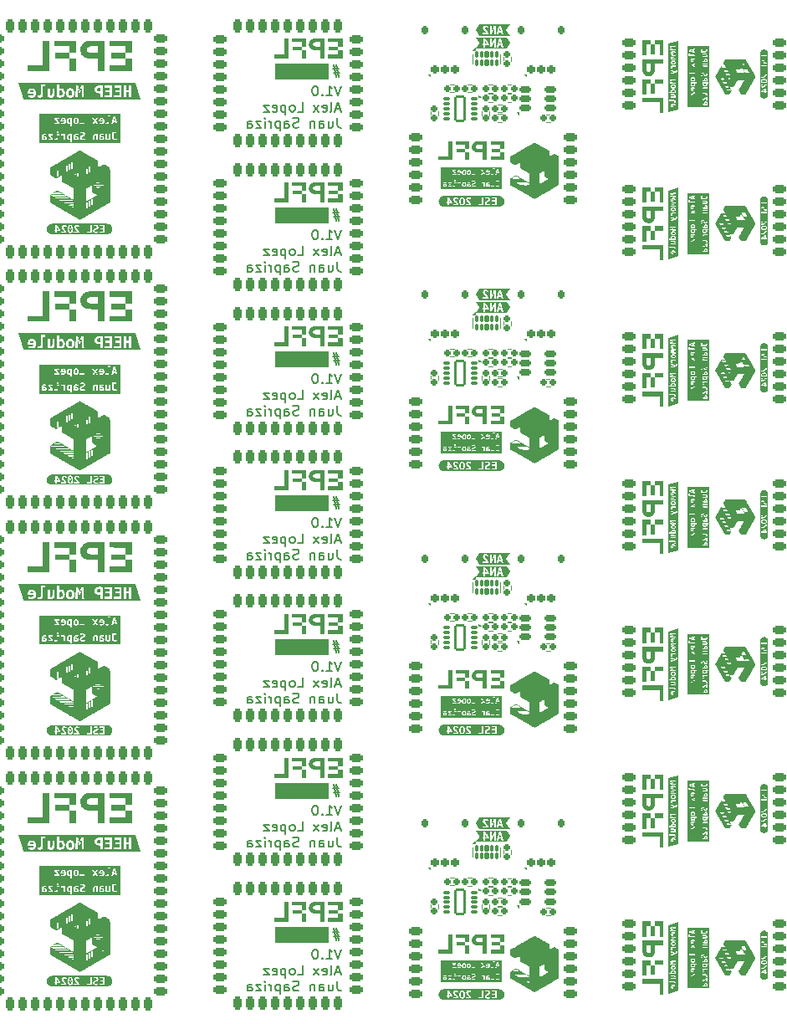
<source format=gbr>
%TF.GenerationSoftware,KiCad,Pcbnew,8.0.4*%
%TF.CreationDate,2024-12-12T16:30:21+01:00*%
%TF.ProjectId,Combined_Module_Panel,436f6d62-696e-4656-945f-4d6f64756c65,rev?*%
%TF.SameCoordinates,Original*%
%TF.FileFunction,Legend,Bot*%
%TF.FilePolarity,Positive*%
%FSLAX46Y46*%
G04 Gerber Fmt 4.6, Leading zero omitted, Abs format (unit mm)*
G04 Created by KiCad (PCBNEW 8.0.4) date 2024-12-12 16:30:21*
%MOMM*%
%LPD*%
G01*
G04 APERTURE LIST*
G04 Aperture macros list*
%AMRoundRect*
0 Rectangle with rounded corners*
0 $1 Rounding radius*
0 $2 $3 $4 $5 $6 $7 $8 $9 X,Y pos of 4 corners*
0 Add a 4 corners polygon primitive as box body*
4,1,4,$2,$3,$4,$5,$6,$7,$8,$9,$2,$3,0*
0 Add four circle primitives for the rounded corners*
1,1,$1+$1,$2,$3*
1,1,$1+$1,$4,$5*
1,1,$1+$1,$6,$7*
1,1,$1+$1,$8,$9*
0 Add four rect primitives between the rounded corners*
20,1,$1+$1,$2,$3,$4,$5,0*
20,1,$1+$1,$4,$5,$6,$7,0*
20,1,$1+$1,$6,$7,$8,$9,0*
20,1,$1+$1,$8,$9,$2,$3,0*%
G04 Aperture macros list end*
%ADD10C,0.000000*%
%ADD11C,0.100000*%
%ADD12C,0.200000*%
%ADD13RoundRect,0.225000X-0.415000X0.225000X-0.415000X-0.225000X0.415000X-0.225000X0.415000X0.225000X0*%
%ADD14C,0.600000*%
%ADD15C,2.000000*%
%ADD16RoundRect,0.225000X0.415000X-0.225000X0.415000X0.225000X-0.415000X0.225000X-0.415000X-0.225000X0*%
%ADD17RoundRect,0.225000X0.225000X0.415000X-0.225000X0.415000X-0.225000X-0.415000X0.225000X-0.415000X0*%
%ADD18RoundRect,0.225000X-0.225000X-0.415000X0.225000X-0.415000X0.225000X0.415000X-0.225000X0.415000X0*%
%ADD19RoundRect,0.167500X0.167500X0.192500X-0.167500X0.192500X-0.167500X-0.192500X0.167500X-0.192500X0*%
%ADD20RoundRect,0.085000X-0.085000X0.267500X-0.085000X-0.267500X0.085000X-0.267500X0.085000X0.267500X0*%
%ADD21RoundRect,0.135000X-0.135000X0.217500X-0.135000X-0.217500X0.135000X-0.217500X0.135000X0.217500X0*%
%ADD22RoundRect,0.167500X-0.192500X0.167500X-0.192500X-0.167500X0.192500X-0.167500X0.192500X0.167500X0*%
%ADD23RoundRect,0.200000X-0.200000X-0.250000X0.200000X-0.250000X0.200000X0.250000X-0.200000X0.250000X0*%
%ADD24RoundRect,0.162500X-0.162500X-0.287500X0.162500X-0.287500X0.162500X0.287500X-0.162500X0.287500X0*%
%ADD25RoundRect,0.167500X0.192500X-0.167500X0.192500X0.167500X-0.192500X0.167500X-0.192500X-0.167500X0*%
%ADD26RoundRect,0.167500X-0.167500X-0.192500X0.167500X-0.192500X0.167500X0.192500X-0.167500X0.192500X0*%
%ADD27RoundRect,0.085000X0.265000X0.085000X-0.265000X0.085000X-0.265000X-0.085000X0.265000X-0.085000X0*%
%ADD28RoundRect,0.115000X0.460000X1.210000X-0.460000X1.210000X-0.460000X-1.210000X0.460000X-1.210000X0*%
%ADD29RoundRect,0.175000X-0.425000X-0.175000X0.425000X-0.175000X0.425000X0.175000X-0.425000X0.175000X0*%
G04 APERTURE END LIST*
D10*
G36*
X123913719Y-63145656D02*
G01*
X122985211Y-63145656D01*
X122985211Y-62775912D01*
X123913719Y-62775912D01*
X123913719Y-63145656D01*
G37*
G36*
X128020512Y-48213812D02*
G01*
X127589270Y-48213812D01*
X127589270Y-47768611D01*
X126573985Y-47768611D01*
X126573985Y-47398868D01*
X128020512Y-47398868D01*
X128020512Y-48213812D01*
G37*
G36*
X128020512Y-107646900D02*
G01*
X126573985Y-107646900D01*
X126573985Y-107277157D01*
X127589270Y-107277157D01*
X127589270Y-106831956D01*
X128020512Y-106831956D01*
X128020512Y-107646900D01*
G37*
G36*
X128020512Y-78522700D02*
G01*
X126573985Y-78522700D01*
X126573985Y-78152957D01*
X127589270Y-78152957D01*
X127589270Y-77707756D01*
X128020512Y-77707756D01*
X128020512Y-78522700D01*
G37*
G36*
X123913719Y-106831956D02*
G01*
X122985211Y-106831956D01*
X122985211Y-106462212D01*
X123913719Y-106462212D01*
X123913719Y-106831956D01*
G37*
D11*
X121198000Y-122709000D02*
X126523000Y-122709000D01*
X126523000Y-124309000D01*
X121198000Y-124309000D01*
X121198000Y-122709000D01*
G36*
X121198000Y-122709000D02*
G01*
X126523000Y-122709000D01*
X126523000Y-124309000D01*
X121198000Y-124309000D01*
X121198000Y-122709000D01*
G37*
D10*
G36*
X124344961Y-135586412D02*
G01*
X123913720Y-135586412D01*
X123913720Y-135141211D01*
X122898435Y-135141211D01*
X122898435Y-134771468D01*
X124344961Y-134771468D01*
X124344961Y-135586412D01*
G37*
G36*
X126204242Y-122209000D02*
G01*
X125773000Y-122209000D01*
X125773000Y-121394056D01*
X125310821Y-121394056D01*
X125290469Y-121394316D01*
X125270134Y-121394115D01*
X125249825Y-121393453D01*
X125229549Y-121392332D01*
X125209314Y-121390753D01*
X125189127Y-121388717D01*
X125168997Y-121386226D01*
X125148931Y-121383279D01*
X125128936Y-121379880D01*
X125109022Y-121376029D01*
X125089194Y-121371727D01*
X125069461Y-121366976D01*
X125049831Y-121361776D01*
X125030312Y-121356129D01*
X125010910Y-121350036D01*
X124991635Y-121343499D01*
X124976624Y-121337917D01*
X124961784Y-121331948D01*
X124947122Y-121325599D01*
X124932643Y-121318872D01*
X124918356Y-121311772D01*
X124904267Y-121304305D01*
X124890383Y-121296473D01*
X124876711Y-121288281D01*
X124863259Y-121279734D01*
X124850033Y-121270835D01*
X124837041Y-121261590D01*
X124824289Y-121252003D01*
X124811784Y-121242078D01*
X124799534Y-121231818D01*
X124787546Y-121221230D01*
X124775825Y-121210316D01*
X124765909Y-121200223D01*
X124756291Y-121189872D01*
X124746977Y-121179269D01*
X124737970Y-121168421D01*
X124729274Y-121157335D01*
X124720895Y-121146019D01*
X124712837Y-121134478D01*
X124705104Y-121122721D01*
X124697700Y-121110753D01*
X124690630Y-121098582D01*
X124683899Y-121086214D01*
X124677510Y-121073657D01*
X124671468Y-121060917D01*
X124665778Y-121048002D01*
X124660444Y-121034917D01*
X124655470Y-121021671D01*
X124646628Y-120994936D01*
X124638965Y-120967935D01*
X124632481Y-120940706D01*
X124627177Y-120913286D01*
X124623050Y-120885714D01*
X124620103Y-120858028D01*
X124618335Y-120830266D01*
X124617868Y-120808258D01*
X125044986Y-120808258D01*
X125045074Y-120815917D01*
X125045472Y-120823547D01*
X125046176Y-120831139D01*
X125047186Y-120838685D01*
X125048497Y-120846175D01*
X125050107Y-120853600D01*
X125052015Y-120860952D01*
X125054216Y-120868221D01*
X125056710Y-120875398D01*
X125059492Y-120882474D01*
X125062562Y-120889441D01*
X125065916Y-120896289D01*
X125069551Y-120903009D01*
X125073465Y-120909592D01*
X125077656Y-120916030D01*
X125081888Y-120921504D01*
X125086285Y-120926830D01*
X125090844Y-120932003D01*
X125095560Y-120937022D01*
X125100429Y-120941882D01*
X125105448Y-120946580D01*
X125110611Y-120951114D01*
X125115916Y-120955479D01*
X125121357Y-120959672D01*
X125126930Y-120963690D01*
X125132632Y-120967531D01*
X125138459Y-120971189D01*
X125144405Y-120974663D01*
X125150468Y-120977949D01*
X125156642Y-120981043D01*
X125162924Y-120983942D01*
X125177763Y-120989960D01*
X125192801Y-120995411D01*
X125208021Y-121000294D01*
X125223409Y-121004602D01*
X125238946Y-121008332D01*
X125254618Y-121011480D01*
X125270407Y-121014041D01*
X125286297Y-121016012D01*
X125304436Y-121018012D01*
X125322599Y-121019737D01*
X125340784Y-121021188D01*
X125358989Y-121022363D01*
X125377208Y-121023264D01*
X125395441Y-121023889D01*
X125413682Y-121024238D01*
X125431930Y-121024312D01*
X125773000Y-121024312D01*
X125773000Y-120579111D01*
X125431554Y-120579111D01*
X125413306Y-120579185D01*
X125395064Y-120579534D01*
X125376831Y-120580159D01*
X125358611Y-120581060D01*
X125340407Y-120582235D01*
X125322222Y-120583686D01*
X125304058Y-120585411D01*
X125285920Y-120587411D01*
X125270010Y-120589365D01*
X125254205Y-120591928D01*
X125238523Y-120595097D01*
X125222979Y-120598866D01*
X125207593Y-120603231D01*
X125192380Y-120608188D01*
X125177359Y-120613732D01*
X125162547Y-120619858D01*
X125156280Y-120622718D01*
X125150122Y-120625776D01*
X125144077Y-120629028D01*
X125138148Y-120632470D01*
X125132340Y-120636099D01*
X125126658Y-120639911D01*
X125121105Y-120643904D01*
X125115685Y-120648074D01*
X125110404Y-120652417D01*
X125105265Y-120656930D01*
X125100272Y-120661610D01*
X125095431Y-120666454D01*
X125090744Y-120671457D01*
X125086216Y-120676617D01*
X125081853Y-120681930D01*
X125077656Y-120687392D01*
X125073548Y-120693709D01*
X125069706Y-120700167D01*
X125066132Y-120706757D01*
X125062830Y-120713470D01*
X125059800Y-120720299D01*
X125057046Y-120727234D01*
X125054571Y-120734267D01*
X125052376Y-120741390D01*
X125050464Y-120748593D01*
X125048837Y-120755870D01*
X125047498Y-120763211D01*
X125046450Y-120770607D01*
X125045695Y-120778051D01*
X125045234Y-120785533D01*
X125045072Y-120793045D01*
X125045209Y-120800579D01*
X125044986Y-120808258D01*
X124617868Y-120808258D01*
X124617745Y-120802466D01*
X124618335Y-120774666D01*
X124620103Y-120746904D01*
X124623050Y-120719218D01*
X124627177Y-120691646D01*
X124632481Y-120664227D01*
X124638965Y-120636997D01*
X124646628Y-120609996D01*
X124655470Y-120583261D01*
X124660427Y-120569923D01*
X124665746Y-120556747D01*
X124671424Y-120543738D01*
X124677455Y-120530905D01*
X124683836Y-120518254D01*
X124690561Y-120505793D01*
X124697628Y-120493527D01*
X124705030Y-120481464D01*
X124712764Y-120469612D01*
X124720826Y-120457976D01*
X124729211Y-120446565D01*
X124737914Y-120435384D01*
X124746931Y-120424441D01*
X124756259Y-120413742D01*
X124765891Y-120403296D01*
X124775825Y-120393108D01*
X124775825Y-120393107D01*
X124787462Y-120382225D01*
X124799365Y-120371664D01*
X124811527Y-120361429D01*
X124823942Y-120351523D01*
X124836604Y-120341950D01*
X124849504Y-120332717D01*
X124862636Y-120323825D01*
X124875993Y-120315281D01*
X124889568Y-120307087D01*
X124903355Y-120299249D01*
X124917346Y-120291771D01*
X124931534Y-120284657D01*
X124945914Y-120277910D01*
X124960476Y-120271537D01*
X124975216Y-120265540D01*
X124990125Y-120259924D01*
X125009491Y-120253355D01*
X125028983Y-120247235D01*
X125048595Y-120241565D01*
X125068318Y-120236346D01*
X125088144Y-120231579D01*
X125108066Y-120227266D01*
X125128076Y-120223409D01*
X125148165Y-120220007D01*
X125168327Y-120217063D01*
X125188553Y-120214578D01*
X125208836Y-120212552D01*
X125229167Y-120210988D01*
X125249539Y-120209886D01*
X125269944Y-120209248D01*
X125290374Y-120209075D01*
X125310821Y-120209368D01*
X126204242Y-120209368D01*
X126204242Y-121024312D01*
X126204242Y-122209000D01*
G37*
G36*
X128020512Y-136771100D02*
G01*
X126573985Y-136771100D01*
X126573985Y-136401357D01*
X127589270Y-136401357D01*
X127589270Y-135956156D01*
X128020512Y-135956156D01*
X128020512Y-136771100D01*
G37*
G36*
X124344961Y-107646900D02*
G01*
X123913720Y-107646900D01*
X123913720Y-106831956D01*
X124344961Y-106831956D01*
X124344961Y-107646900D01*
G37*
G36*
X124344961Y-93084800D02*
G01*
X123913720Y-93084800D01*
X123913720Y-92269856D01*
X124344961Y-92269856D01*
X124344961Y-93084800D01*
G37*
G36*
X123913719Y-77707756D02*
G01*
X122985211Y-77707756D01*
X122985211Y-77338012D01*
X123913719Y-77338012D01*
X123913719Y-77707756D01*
G37*
G36*
X128020512Y-135586412D02*
G01*
X127589270Y-135586412D01*
X127589270Y-135141211D01*
X126573985Y-135141211D01*
X126573985Y-134771468D01*
X128020512Y-134771468D01*
X128020512Y-135586412D01*
G37*
D11*
X121198000Y-49898500D02*
X126523000Y-49898500D01*
X126523000Y-51498500D01*
X121198000Y-51498500D01*
X121198000Y-49898500D01*
G36*
X121198000Y-49898500D02*
G01*
X126523000Y-49898500D01*
X126523000Y-51498500D01*
X121198000Y-51498500D01*
X121198000Y-49898500D01*
G37*
D10*
G36*
X124344961Y-106462212D02*
G01*
X123913720Y-106462212D01*
X123913720Y-106017011D01*
X122898435Y-106017011D01*
X122898435Y-105647268D01*
X124344961Y-105647268D01*
X124344961Y-106462212D01*
G37*
G36*
X124344961Y-78522700D02*
G01*
X123913720Y-78522700D01*
X123913720Y-77707756D01*
X124344961Y-77707756D01*
X124344961Y-78522700D01*
G37*
G36*
X128020512Y-106462212D02*
G01*
X127589270Y-106462212D01*
X127589270Y-106017011D01*
X126573985Y-106017011D01*
X126573985Y-105647268D01*
X128020512Y-105647268D01*
X128020512Y-106462212D01*
G37*
G36*
X126204242Y-63960600D02*
G01*
X125773000Y-63960600D01*
X125773000Y-63145656D01*
X125310821Y-63145656D01*
X125290469Y-63145916D01*
X125270134Y-63145715D01*
X125249825Y-63145053D01*
X125229549Y-63143932D01*
X125209314Y-63142353D01*
X125189127Y-63140317D01*
X125168997Y-63137826D01*
X125148931Y-63134879D01*
X125128936Y-63131480D01*
X125109022Y-63127629D01*
X125089194Y-63123327D01*
X125069461Y-63118576D01*
X125049831Y-63113376D01*
X125030312Y-63107729D01*
X125010910Y-63101636D01*
X124991635Y-63095099D01*
X124976624Y-63089517D01*
X124961784Y-63083548D01*
X124947122Y-63077199D01*
X124932643Y-63070472D01*
X124918356Y-63063372D01*
X124904267Y-63055905D01*
X124890383Y-63048073D01*
X124876711Y-63039881D01*
X124863259Y-63031334D01*
X124850033Y-63022435D01*
X124837041Y-63013190D01*
X124824289Y-63003603D01*
X124811784Y-62993678D01*
X124799534Y-62983418D01*
X124787546Y-62972830D01*
X124775825Y-62961916D01*
X124765909Y-62951823D01*
X124756291Y-62941472D01*
X124746977Y-62930869D01*
X124737970Y-62920021D01*
X124729274Y-62908935D01*
X124720895Y-62897619D01*
X124712837Y-62886078D01*
X124705104Y-62874321D01*
X124697700Y-62862353D01*
X124690630Y-62850182D01*
X124683899Y-62837814D01*
X124677510Y-62825257D01*
X124671468Y-62812517D01*
X124665778Y-62799602D01*
X124660444Y-62786517D01*
X124655470Y-62773271D01*
X124646628Y-62746536D01*
X124638965Y-62719535D01*
X124632481Y-62692306D01*
X124627177Y-62664886D01*
X124623050Y-62637314D01*
X124620103Y-62609628D01*
X124618335Y-62581866D01*
X124617868Y-62559858D01*
X125044986Y-62559858D01*
X125045074Y-62567517D01*
X125045472Y-62575147D01*
X125046176Y-62582739D01*
X125047186Y-62590285D01*
X125048497Y-62597775D01*
X125050107Y-62605200D01*
X125052015Y-62612552D01*
X125054216Y-62619821D01*
X125056710Y-62626998D01*
X125059492Y-62634074D01*
X125062562Y-62641041D01*
X125065916Y-62647889D01*
X125069551Y-62654609D01*
X125073465Y-62661192D01*
X125077656Y-62667630D01*
X125081888Y-62673104D01*
X125086285Y-62678430D01*
X125090844Y-62683603D01*
X125095560Y-62688622D01*
X125100429Y-62693482D01*
X125105448Y-62698180D01*
X125110611Y-62702714D01*
X125115916Y-62707079D01*
X125121357Y-62711272D01*
X125126930Y-62715290D01*
X125132632Y-62719131D01*
X125138459Y-62722789D01*
X125144405Y-62726263D01*
X125150468Y-62729549D01*
X125156642Y-62732643D01*
X125162924Y-62735542D01*
X125177763Y-62741560D01*
X125192801Y-62747011D01*
X125208021Y-62751894D01*
X125223409Y-62756202D01*
X125238946Y-62759932D01*
X125254618Y-62763080D01*
X125270407Y-62765641D01*
X125286297Y-62767612D01*
X125304436Y-62769612D01*
X125322599Y-62771337D01*
X125340784Y-62772788D01*
X125358989Y-62773963D01*
X125377208Y-62774864D01*
X125395441Y-62775489D01*
X125413682Y-62775838D01*
X125431930Y-62775912D01*
X125773000Y-62775912D01*
X125773000Y-62330711D01*
X125431554Y-62330711D01*
X125413306Y-62330785D01*
X125395064Y-62331134D01*
X125376831Y-62331759D01*
X125358611Y-62332660D01*
X125340407Y-62333835D01*
X125322222Y-62335286D01*
X125304058Y-62337011D01*
X125285920Y-62339011D01*
X125270010Y-62340965D01*
X125254205Y-62343528D01*
X125238523Y-62346697D01*
X125222979Y-62350466D01*
X125207593Y-62354831D01*
X125192380Y-62359788D01*
X125177359Y-62365332D01*
X125162547Y-62371458D01*
X125156280Y-62374318D01*
X125150122Y-62377376D01*
X125144077Y-62380628D01*
X125138148Y-62384070D01*
X125132340Y-62387699D01*
X125126658Y-62391511D01*
X125121105Y-62395504D01*
X125115685Y-62399674D01*
X125110404Y-62404017D01*
X125105265Y-62408530D01*
X125100272Y-62413210D01*
X125095431Y-62418054D01*
X125090744Y-62423057D01*
X125086216Y-62428217D01*
X125081853Y-62433530D01*
X125077656Y-62438992D01*
X125073548Y-62445309D01*
X125069706Y-62451767D01*
X125066132Y-62458357D01*
X125062830Y-62465070D01*
X125059800Y-62471899D01*
X125057046Y-62478834D01*
X125054571Y-62485867D01*
X125052376Y-62492990D01*
X125050464Y-62500193D01*
X125048837Y-62507470D01*
X125047498Y-62514811D01*
X125046450Y-62522207D01*
X125045695Y-62529651D01*
X125045234Y-62537133D01*
X125045072Y-62544645D01*
X125045209Y-62552179D01*
X125044986Y-62559858D01*
X124617868Y-62559858D01*
X124617745Y-62554066D01*
X124618335Y-62526266D01*
X124620103Y-62498504D01*
X124623050Y-62470818D01*
X124627177Y-62443246D01*
X124632481Y-62415827D01*
X124638965Y-62388597D01*
X124646628Y-62361596D01*
X124655470Y-62334861D01*
X124660427Y-62321523D01*
X124665746Y-62308347D01*
X124671424Y-62295338D01*
X124677455Y-62282505D01*
X124683836Y-62269854D01*
X124690561Y-62257393D01*
X124697628Y-62245127D01*
X124705030Y-62233064D01*
X124712764Y-62221212D01*
X124720826Y-62209576D01*
X124729211Y-62198165D01*
X124737914Y-62186984D01*
X124746931Y-62176041D01*
X124756259Y-62165342D01*
X124765891Y-62154896D01*
X124775825Y-62144708D01*
X124775825Y-62144707D01*
X124787462Y-62133825D01*
X124799365Y-62123264D01*
X124811527Y-62113029D01*
X124823942Y-62103123D01*
X124836604Y-62093550D01*
X124849504Y-62084317D01*
X124862636Y-62075425D01*
X124875993Y-62066881D01*
X124889568Y-62058687D01*
X124903355Y-62050849D01*
X124917346Y-62043371D01*
X124931534Y-62036257D01*
X124945914Y-62029510D01*
X124960476Y-62023137D01*
X124975216Y-62017140D01*
X124990125Y-62011524D01*
X125009491Y-62004955D01*
X125028983Y-61998835D01*
X125048595Y-61993165D01*
X125068318Y-61987946D01*
X125088144Y-61983179D01*
X125108066Y-61978866D01*
X125128076Y-61975009D01*
X125148165Y-61971607D01*
X125168327Y-61968663D01*
X125188553Y-61966178D01*
X125208836Y-61964152D01*
X125229167Y-61962588D01*
X125249539Y-61961486D01*
X125269944Y-61960848D01*
X125290374Y-61960675D01*
X125310821Y-61960968D01*
X126204242Y-61960968D01*
X126204242Y-62775912D01*
X126204242Y-63960600D01*
G37*
G36*
X126204242Y-136771100D02*
G01*
X125773000Y-136771100D01*
X125773000Y-135956156D01*
X125310821Y-135956156D01*
X125290469Y-135956416D01*
X125270134Y-135956215D01*
X125249825Y-135955553D01*
X125229549Y-135954432D01*
X125209314Y-135952853D01*
X125189127Y-135950817D01*
X125168997Y-135948326D01*
X125148931Y-135945379D01*
X125128936Y-135941980D01*
X125109022Y-135938129D01*
X125089194Y-135933827D01*
X125069461Y-135929076D01*
X125049831Y-135923876D01*
X125030312Y-135918229D01*
X125010910Y-135912136D01*
X124991635Y-135905599D01*
X124976624Y-135900017D01*
X124961784Y-135894048D01*
X124947122Y-135887699D01*
X124932643Y-135880972D01*
X124918356Y-135873872D01*
X124904267Y-135866405D01*
X124890383Y-135858573D01*
X124876711Y-135850381D01*
X124863259Y-135841834D01*
X124850033Y-135832935D01*
X124837041Y-135823690D01*
X124824289Y-135814103D01*
X124811784Y-135804178D01*
X124799534Y-135793918D01*
X124787546Y-135783330D01*
X124775825Y-135772416D01*
X124765909Y-135762323D01*
X124756291Y-135751972D01*
X124746977Y-135741369D01*
X124737970Y-135730521D01*
X124729274Y-135719435D01*
X124720895Y-135708119D01*
X124712837Y-135696578D01*
X124705104Y-135684821D01*
X124697700Y-135672853D01*
X124690630Y-135660682D01*
X124683899Y-135648314D01*
X124677510Y-135635757D01*
X124671468Y-135623017D01*
X124665778Y-135610102D01*
X124660444Y-135597017D01*
X124655470Y-135583771D01*
X124646628Y-135557036D01*
X124638965Y-135530035D01*
X124632481Y-135502806D01*
X124627177Y-135475386D01*
X124623050Y-135447814D01*
X124620103Y-135420128D01*
X124618335Y-135392366D01*
X124617868Y-135370358D01*
X125044986Y-135370358D01*
X125045074Y-135378017D01*
X125045472Y-135385647D01*
X125046176Y-135393239D01*
X125047186Y-135400785D01*
X125048497Y-135408275D01*
X125050107Y-135415700D01*
X125052015Y-135423052D01*
X125054216Y-135430321D01*
X125056710Y-135437498D01*
X125059492Y-135444574D01*
X125062562Y-135451541D01*
X125065916Y-135458389D01*
X125069551Y-135465109D01*
X125073465Y-135471692D01*
X125077656Y-135478130D01*
X125081888Y-135483604D01*
X125086285Y-135488930D01*
X125090844Y-135494103D01*
X125095560Y-135499122D01*
X125100429Y-135503982D01*
X125105448Y-135508680D01*
X125110611Y-135513214D01*
X125115916Y-135517579D01*
X125121357Y-135521772D01*
X125126930Y-135525790D01*
X125132632Y-135529631D01*
X125138459Y-135533289D01*
X125144405Y-135536763D01*
X125150468Y-135540049D01*
X125156642Y-135543143D01*
X125162924Y-135546042D01*
X125177763Y-135552060D01*
X125192801Y-135557511D01*
X125208021Y-135562394D01*
X125223409Y-135566702D01*
X125238946Y-135570432D01*
X125254618Y-135573580D01*
X125270407Y-135576141D01*
X125286297Y-135578112D01*
X125304436Y-135580112D01*
X125322599Y-135581837D01*
X125340784Y-135583288D01*
X125358989Y-135584463D01*
X125377208Y-135585364D01*
X125395441Y-135585989D01*
X125413682Y-135586338D01*
X125431930Y-135586412D01*
X125773000Y-135586412D01*
X125773000Y-135141211D01*
X125431554Y-135141211D01*
X125413306Y-135141285D01*
X125395064Y-135141634D01*
X125376831Y-135142259D01*
X125358611Y-135143160D01*
X125340407Y-135144335D01*
X125322222Y-135145786D01*
X125304058Y-135147511D01*
X125285920Y-135149511D01*
X125270010Y-135151465D01*
X125254205Y-135154028D01*
X125238523Y-135157197D01*
X125222979Y-135160966D01*
X125207593Y-135165331D01*
X125192380Y-135170288D01*
X125177359Y-135175832D01*
X125162547Y-135181958D01*
X125156280Y-135184818D01*
X125150122Y-135187876D01*
X125144077Y-135191128D01*
X125138148Y-135194570D01*
X125132340Y-135198199D01*
X125126658Y-135202011D01*
X125121105Y-135206004D01*
X125115685Y-135210174D01*
X125110404Y-135214517D01*
X125105265Y-135219030D01*
X125100272Y-135223710D01*
X125095431Y-135228554D01*
X125090744Y-135233557D01*
X125086216Y-135238717D01*
X125081853Y-135244030D01*
X125077656Y-135249492D01*
X125073548Y-135255809D01*
X125069706Y-135262267D01*
X125066132Y-135268857D01*
X125062830Y-135275570D01*
X125059800Y-135282399D01*
X125057046Y-135289334D01*
X125054571Y-135296367D01*
X125052376Y-135303490D01*
X125050464Y-135310693D01*
X125048837Y-135317970D01*
X125047498Y-135325311D01*
X125046450Y-135332707D01*
X125045695Y-135340151D01*
X125045234Y-135347633D01*
X125045072Y-135355145D01*
X125045209Y-135362679D01*
X125044986Y-135370358D01*
X124617868Y-135370358D01*
X124617745Y-135364566D01*
X124618335Y-135336766D01*
X124620103Y-135309004D01*
X124623050Y-135281318D01*
X124627177Y-135253746D01*
X124632481Y-135226327D01*
X124638965Y-135199097D01*
X124646628Y-135172096D01*
X124655470Y-135145361D01*
X124660427Y-135132023D01*
X124665746Y-135118847D01*
X124671424Y-135105838D01*
X124677455Y-135093005D01*
X124683836Y-135080354D01*
X124690561Y-135067893D01*
X124697628Y-135055627D01*
X124705030Y-135043564D01*
X124712764Y-135031712D01*
X124720826Y-135020076D01*
X124729211Y-135008665D01*
X124737914Y-134997484D01*
X124746931Y-134986541D01*
X124756259Y-134975842D01*
X124765891Y-134965396D01*
X124775825Y-134955208D01*
X124775825Y-134955207D01*
X124787462Y-134944325D01*
X124799365Y-134933764D01*
X124811527Y-134923529D01*
X124823942Y-134913623D01*
X124836604Y-134904050D01*
X124849504Y-134894817D01*
X124862636Y-134885925D01*
X124875993Y-134877381D01*
X124889568Y-134869187D01*
X124903355Y-134861349D01*
X124917346Y-134853871D01*
X124931534Y-134846757D01*
X124945914Y-134840010D01*
X124960476Y-134833637D01*
X124975216Y-134827640D01*
X124990125Y-134822024D01*
X125009491Y-134815455D01*
X125028983Y-134809335D01*
X125048595Y-134803665D01*
X125068318Y-134798446D01*
X125088144Y-134793679D01*
X125108066Y-134789366D01*
X125128076Y-134785509D01*
X125148165Y-134782107D01*
X125168327Y-134779163D01*
X125188553Y-134776678D01*
X125208836Y-134774652D01*
X125229167Y-134773088D01*
X125249539Y-134771986D01*
X125269944Y-134771348D01*
X125290374Y-134771175D01*
X125310821Y-134771468D01*
X126204242Y-134771468D01*
X126204242Y-135586412D01*
X126204242Y-136771100D01*
G37*
G36*
X127589270Y-63145656D02*
G01*
X126660762Y-63145656D01*
X126660762Y-62775912D01*
X127589270Y-62775912D01*
X127589270Y-63145656D01*
G37*
D11*
X121198000Y-108146900D02*
X126523000Y-108146900D01*
X126523000Y-109746900D01*
X121198000Y-109746900D01*
X121198000Y-108146900D01*
G36*
X121198000Y-108146900D02*
G01*
X126523000Y-108146900D01*
X126523000Y-109746900D01*
X121198000Y-109746900D01*
X121198000Y-108146900D01*
G37*
D10*
G36*
X123913719Y-121394056D02*
G01*
X122985211Y-121394056D01*
X122985211Y-121024312D01*
X123913719Y-121024312D01*
X123913719Y-121394056D01*
G37*
G36*
X124344961Y-49398500D02*
G01*
X123913720Y-49398500D01*
X123913720Y-48583556D01*
X124344961Y-48583556D01*
X124344961Y-49398500D01*
G37*
G36*
X127589270Y-92269856D02*
G01*
X126660762Y-92269856D01*
X126660762Y-91900112D01*
X127589270Y-91900112D01*
X127589270Y-92269856D01*
G37*
G36*
X127589270Y-121394056D02*
G01*
X126660762Y-121394056D01*
X126660762Y-121024312D01*
X127589270Y-121024312D01*
X127589270Y-121394056D01*
G37*
G36*
X122586039Y-136771100D02*
G01*
X121139514Y-136771100D01*
X121139514Y-136401357D01*
X122154796Y-136401357D01*
X122154796Y-134771468D01*
X122586039Y-134771468D01*
X122586039Y-136771100D01*
G37*
D11*
X121198000Y-79022700D02*
X126523000Y-79022700D01*
X126523000Y-80622700D01*
X121198000Y-80622700D01*
X121198000Y-79022700D01*
G36*
X121198000Y-79022700D02*
G01*
X126523000Y-79022700D01*
X126523000Y-80622700D01*
X121198000Y-80622700D01*
X121198000Y-79022700D01*
G37*
D10*
G36*
X127589270Y-77707756D02*
G01*
X126660762Y-77707756D01*
X126660762Y-77338012D01*
X127589270Y-77338012D01*
X127589270Y-77707756D01*
G37*
G36*
X128020512Y-49398500D02*
G01*
X126573985Y-49398500D01*
X126573985Y-49028757D01*
X127589270Y-49028757D01*
X127589270Y-48583556D01*
X128020512Y-48583556D01*
X128020512Y-49398500D01*
G37*
G36*
X128020512Y-122209000D02*
G01*
X126573985Y-122209000D01*
X126573985Y-121839257D01*
X127589270Y-121839257D01*
X127589270Y-121394056D01*
X128020512Y-121394056D01*
X128020512Y-122209000D01*
G37*
G36*
X122586039Y-107646900D02*
G01*
X121139514Y-107646900D01*
X121139514Y-107277157D01*
X122154796Y-107277157D01*
X122154796Y-105647268D01*
X122586039Y-105647268D01*
X122586039Y-107646900D01*
G37*
G36*
X127589270Y-135956156D02*
G01*
X126660762Y-135956156D01*
X126660762Y-135586412D01*
X127589270Y-135586412D01*
X127589270Y-135956156D01*
G37*
G36*
X128020512Y-91900112D02*
G01*
X127589270Y-91900112D01*
X127589270Y-91454911D01*
X126573985Y-91454911D01*
X126573985Y-91085168D01*
X128020512Y-91085168D01*
X128020512Y-91900112D01*
G37*
G36*
X126204242Y-49398500D02*
G01*
X125773000Y-49398500D01*
X125773000Y-48583556D01*
X125310821Y-48583556D01*
X125290469Y-48583816D01*
X125270134Y-48583615D01*
X125249825Y-48582953D01*
X125229549Y-48581832D01*
X125209314Y-48580253D01*
X125189127Y-48578217D01*
X125168997Y-48575726D01*
X125148931Y-48572779D01*
X125128936Y-48569380D01*
X125109022Y-48565529D01*
X125089194Y-48561227D01*
X125069461Y-48556476D01*
X125049831Y-48551276D01*
X125030312Y-48545629D01*
X125010910Y-48539536D01*
X124991635Y-48532999D01*
X124976624Y-48527417D01*
X124961784Y-48521448D01*
X124947122Y-48515099D01*
X124932643Y-48508372D01*
X124918356Y-48501272D01*
X124904267Y-48493805D01*
X124890383Y-48485973D01*
X124876711Y-48477781D01*
X124863259Y-48469234D01*
X124850033Y-48460335D01*
X124837041Y-48451090D01*
X124824289Y-48441503D01*
X124811784Y-48431578D01*
X124799534Y-48421318D01*
X124787546Y-48410730D01*
X124775825Y-48399816D01*
X124765909Y-48389723D01*
X124756291Y-48379372D01*
X124746977Y-48368769D01*
X124737970Y-48357921D01*
X124729274Y-48346835D01*
X124720895Y-48335519D01*
X124712837Y-48323978D01*
X124705104Y-48312221D01*
X124697700Y-48300253D01*
X124690630Y-48288082D01*
X124683899Y-48275714D01*
X124677510Y-48263157D01*
X124671468Y-48250417D01*
X124665778Y-48237502D01*
X124660444Y-48224417D01*
X124655470Y-48211171D01*
X124646628Y-48184436D01*
X124638965Y-48157435D01*
X124632481Y-48130206D01*
X124627177Y-48102786D01*
X124623050Y-48075214D01*
X124620103Y-48047528D01*
X124618335Y-48019766D01*
X124617868Y-47997758D01*
X125044986Y-47997758D01*
X125045074Y-48005417D01*
X125045472Y-48013047D01*
X125046176Y-48020639D01*
X125047186Y-48028185D01*
X125048497Y-48035675D01*
X125050107Y-48043100D01*
X125052015Y-48050452D01*
X125054216Y-48057721D01*
X125056710Y-48064898D01*
X125059492Y-48071974D01*
X125062562Y-48078941D01*
X125065916Y-48085789D01*
X125069551Y-48092509D01*
X125073465Y-48099092D01*
X125077656Y-48105530D01*
X125081888Y-48111004D01*
X125086285Y-48116330D01*
X125090844Y-48121503D01*
X125095560Y-48126522D01*
X125100429Y-48131382D01*
X125105448Y-48136080D01*
X125110611Y-48140614D01*
X125115916Y-48144979D01*
X125121357Y-48149172D01*
X125126930Y-48153190D01*
X125132632Y-48157031D01*
X125138459Y-48160689D01*
X125144405Y-48164163D01*
X125150468Y-48167449D01*
X125156642Y-48170543D01*
X125162924Y-48173442D01*
X125177763Y-48179460D01*
X125192801Y-48184911D01*
X125208021Y-48189794D01*
X125223409Y-48194102D01*
X125238946Y-48197832D01*
X125254618Y-48200980D01*
X125270407Y-48203541D01*
X125286297Y-48205512D01*
X125304436Y-48207512D01*
X125322599Y-48209237D01*
X125340784Y-48210688D01*
X125358989Y-48211863D01*
X125377208Y-48212764D01*
X125395441Y-48213389D01*
X125413682Y-48213738D01*
X125431930Y-48213812D01*
X125773000Y-48213812D01*
X125773000Y-47768611D01*
X125431554Y-47768611D01*
X125413306Y-47768685D01*
X125395064Y-47769034D01*
X125376831Y-47769659D01*
X125358611Y-47770560D01*
X125340407Y-47771735D01*
X125322222Y-47773186D01*
X125304058Y-47774911D01*
X125285920Y-47776911D01*
X125270010Y-47778865D01*
X125254205Y-47781428D01*
X125238523Y-47784597D01*
X125222979Y-47788366D01*
X125207593Y-47792731D01*
X125192380Y-47797688D01*
X125177359Y-47803232D01*
X125162547Y-47809358D01*
X125156280Y-47812218D01*
X125150122Y-47815276D01*
X125144077Y-47818528D01*
X125138148Y-47821970D01*
X125132340Y-47825599D01*
X125126658Y-47829411D01*
X125121105Y-47833404D01*
X125115685Y-47837574D01*
X125110404Y-47841917D01*
X125105265Y-47846430D01*
X125100272Y-47851110D01*
X125095431Y-47855954D01*
X125090744Y-47860957D01*
X125086216Y-47866117D01*
X125081853Y-47871430D01*
X125077656Y-47876892D01*
X125073548Y-47883209D01*
X125069706Y-47889667D01*
X125066132Y-47896257D01*
X125062830Y-47902970D01*
X125059800Y-47909799D01*
X125057046Y-47916734D01*
X125054571Y-47923767D01*
X125052376Y-47930890D01*
X125050464Y-47938093D01*
X125048837Y-47945370D01*
X125047498Y-47952711D01*
X125046450Y-47960107D01*
X125045695Y-47967551D01*
X125045234Y-47975033D01*
X125045072Y-47982545D01*
X125045209Y-47990079D01*
X125044986Y-47997758D01*
X124617868Y-47997758D01*
X124617745Y-47991966D01*
X124618335Y-47964166D01*
X124620103Y-47936404D01*
X124623050Y-47908718D01*
X124627177Y-47881146D01*
X124632481Y-47853727D01*
X124638965Y-47826497D01*
X124646628Y-47799496D01*
X124655470Y-47772761D01*
X124660427Y-47759423D01*
X124665746Y-47746247D01*
X124671424Y-47733238D01*
X124677455Y-47720405D01*
X124683836Y-47707754D01*
X124690561Y-47695293D01*
X124697628Y-47683027D01*
X124705030Y-47670964D01*
X124712764Y-47659112D01*
X124720826Y-47647476D01*
X124729211Y-47636065D01*
X124737914Y-47624884D01*
X124746931Y-47613941D01*
X124756259Y-47603242D01*
X124765891Y-47592796D01*
X124775825Y-47582608D01*
X124775825Y-47582607D01*
X124787462Y-47571725D01*
X124799365Y-47561164D01*
X124811527Y-47550929D01*
X124823942Y-47541023D01*
X124836604Y-47531450D01*
X124849504Y-47522217D01*
X124862636Y-47513325D01*
X124875993Y-47504781D01*
X124889568Y-47496587D01*
X124903355Y-47488749D01*
X124917346Y-47481271D01*
X124931534Y-47474157D01*
X124945914Y-47467410D01*
X124960476Y-47461037D01*
X124975216Y-47455040D01*
X124990125Y-47449424D01*
X125009491Y-47442855D01*
X125028983Y-47436735D01*
X125048595Y-47431065D01*
X125068318Y-47425846D01*
X125088144Y-47421079D01*
X125108066Y-47416766D01*
X125128076Y-47412909D01*
X125148165Y-47409507D01*
X125168327Y-47406563D01*
X125188553Y-47404078D01*
X125208836Y-47402052D01*
X125229167Y-47400488D01*
X125249539Y-47399386D01*
X125269944Y-47398748D01*
X125290374Y-47398575D01*
X125310821Y-47398868D01*
X126204242Y-47398868D01*
X126204242Y-48213812D01*
X126204242Y-49398500D01*
G37*
G36*
X124344961Y-121024312D02*
G01*
X123913720Y-121024312D01*
X123913720Y-120579111D01*
X122898435Y-120579111D01*
X122898435Y-120209368D01*
X124344961Y-120209368D01*
X124344961Y-121024312D01*
G37*
G36*
X122586039Y-122209000D02*
G01*
X121139514Y-122209000D01*
X121139514Y-121839257D01*
X122154796Y-121839257D01*
X122154796Y-120209368D01*
X122586039Y-120209368D01*
X122586039Y-122209000D01*
G37*
G36*
X126204242Y-93084800D02*
G01*
X125773000Y-93084800D01*
X125773000Y-92269856D01*
X125310821Y-92269856D01*
X125290469Y-92270116D01*
X125270134Y-92269915D01*
X125249825Y-92269253D01*
X125229549Y-92268132D01*
X125209314Y-92266553D01*
X125189127Y-92264517D01*
X125168997Y-92262026D01*
X125148931Y-92259079D01*
X125128936Y-92255680D01*
X125109022Y-92251829D01*
X125089194Y-92247527D01*
X125069461Y-92242776D01*
X125049831Y-92237576D01*
X125030312Y-92231929D01*
X125010910Y-92225836D01*
X124991635Y-92219299D01*
X124976624Y-92213717D01*
X124961784Y-92207748D01*
X124947122Y-92201399D01*
X124932643Y-92194672D01*
X124918356Y-92187572D01*
X124904267Y-92180105D01*
X124890383Y-92172273D01*
X124876711Y-92164081D01*
X124863259Y-92155534D01*
X124850033Y-92146635D01*
X124837041Y-92137390D01*
X124824289Y-92127803D01*
X124811784Y-92117878D01*
X124799534Y-92107618D01*
X124787546Y-92097030D01*
X124775825Y-92086116D01*
X124765909Y-92076023D01*
X124756291Y-92065672D01*
X124746977Y-92055069D01*
X124737970Y-92044221D01*
X124729274Y-92033135D01*
X124720895Y-92021819D01*
X124712837Y-92010278D01*
X124705104Y-91998521D01*
X124697700Y-91986553D01*
X124690630Y-91974382D01*
X124683899Y-91962014D01*
X124677510Y-91949457D01*
X124671468Y-91936717D01*
X124665778Y-91923802D01*
X124660444Y-91910717D01*
X124655470Y-91897471D01*
X124646628Y-91870736D01*
X124638965Y-91843735D01*
X124632481Y-91816506D01*
X124627177Y-91789086D01*
X124623050Y-91761514D01*
X124620103Y-91733828D01*
X124618335Y-91706066D01*
X124617868Y-91684058D01*
X125044986Y-91684058D01*
X125045074Y-91691717D01*
X125045472Y-91699347D01*
X125046176Y-91706939D01*
X125047186Y-91714485D01*
X125048497Y-91721975D01*
X125050107Y-91729400D01*
X125052015Y-91736752D01*
X125054216Y-91744021D01*
X125056710Y-91751198D01*
X125059492Y-91758274D01*
X125062562Y-91765241D01*
X125065916Y-91772089D01*
X125069551Y-91778809D01*
X125073465Y-91785392D01*
X125077656Y-91791830D01*
X125081888Y-91797304D01*
X125086285Y-91802630D01*
X125090844Y-91807803D01*
X125095560Y-91812822D01*
X125100429Y-91817682D01*
X125105448Y-91822380D01*
X125110611Y-91826914D01*
X125115916Y-91831279D01*
X125121357Y-91835472D01*
X125126930Y-91839490D01*
X125132632Y-91843331D01*
X125138459Y-91846989D01*
X125144405Y-91850463D01*
X125150468Y-91853749D01*
X125156642Y-91856843D01*
X125162924Y-91859742D01*
X125177763Y-91865760D01*
X125192801Y-91871211D01*
X125208021Y-91876094D01*
X125223409Y-91880402D01*
X125238946Y-91884132D01*
X125254618Y-91887280D01*
X125270407Y-91889841D01*
X125286297Y-91891812D01*
X125304436Y-91893812D01*
X125322599Y-91895537D01*
X125340784Y-91896988D01*
X125358989Y-91898163D01*
X125377208Y-91899064D01*
X125395441Y-91899689D01*
X125413682Y-91900038D01*
X125431930Y-91900112D01*
X125773000Y-91900112D01*
X125773000Y-91454911D01*
X125431554Y-91454911D01*
X125413306Y-91454985D01*
X125395064Y-91455334D01*
X125376831Y-91455959D01*
X125358611Y-91456860D01*
X125340407Y-91458035D01*
X125322222Y-91459486D01*
X125304058Y-91461211D01*
X125285920Y-91463211D01*
X125270010Y-91465165D01*
X125254205Y-91467728D01*
X125238523Y-91470897D01*
X125222979Y-91474666D01*
X125207593Y-91479031D01*
X125192380Y-91483988D01*
X125177359Y-91489532D01*
X125162547Y-91495658D01*
X125156280Y-91498518D01*
X125150122Y-91501576D01*
X125144077Y-91504828D01*
X125138148Y-91508270D01*
X125132340Y-91511899D01*
X125126658Y-91515711D01*
X125121105Y-91519704D01*
X125115685Y-91523874D01*
X125110404Y-91528217D01*
X125105265Y-91532730D01*
X125100272Y-91537410D01*
X125095431Y-91542254D01*
X125090744Y-91547257D01*
X125086216Y-91552417D01*
X125081853Y-91557730D01*
X125077656Y-91563192D01*
X125073548Y-91569509D01*
X125069706Y-91575967D01*
X125066132Y-91582557D01*
X125062830Y-91589270D01*
X125059800Y-91596099D01*
X125057046Y-91603034D01*
X125054571Y-91610067D01*
X125052376Y-91617190D01*
X125050464Y-91624393D01*
X125048837Y-91631670D01*
X125047498Y-91639011D01*
X125046450Y-91646407D01*
X125045695Y-91653851D01*
X125045234Y-91661333D01*
X125045072Y-91668845D01*
X125045209Y-91676379D01*
X125044986Y-91684058D01*
X124617868Y-91684058D01*
X124617745Y-91678266D01*
X124618335Y-91650466D01*
X124620103Y-91622704D01*
X124623050Y-91595018D01*
X124627177Y-91567446D01*
X124632481Y-91540027D01*
X124638965Y-91512797D01*
X124646628Y-91485796D01*
X124655470Y-91459061D01*
X124660427Y-91445723D01*
X124665746Y-91432547D01*
X124671424Y-91419538D01*
X124677455Y-91406705D01*
X124683836Y-91394054D01*
X124690561Y-91381593D01*
X124697628Y-91369327D01*
X124705030Y-91357264D01*
X124712764Y-91345412D01*
X124720826Y-91333776D01*
X124729211Y-91322365D01*
X124737914Y-91311184D01*
X124746931Y-91300241D01*
X124756259Y-91289542D01*
X124765891Y-91279096D01*
X124775825Y-91268908D01*
X124775825Y-91268907D01*
X124787462Y-91258025D01*
X124799365Y-91247464D01*
X124811527Y-91237229D01*
X124823942Y-91227323D01*
X124836604Y-91217750D01*
X124849504Y-91208517D01*
X124862636Y-91199625D01*
X124875993Y-91191081D01*
X124889568Y-91182887D01*
X124903355Y-91175049D01*
X124917346Y-91167571D01*
X124931534Y-91160457D01*
X124945914Y-91153710D01*
X124960476Y-91147337D01*
X124975216Y-91141340D01*
X124990125Y-91135724D01*
X125009491Y-91129155D01*
X125028983Y-91123035D01*
X125048595Y-91117365D01*
X125068318Y-91112146D01*
X125088144Y-91107379D01*
X125108066Y-91103066D01*
X125128076Y-91099209D01*
X125148165Y-91095807D01*
X125168327Y-91092863D01*
X125188553Y-91090378D01*
X125208836Y-91088352D01*
X125229167Y-91086788D01*
X125249539Y-91085686D01*
X125269944Y-91085048D01*
X125290374Y-91084875D01*
X125310821Y-91085168D01*
X126204242Y-91085168D01*
X126204242Y-91900112D01*
X126204242Y-93084800D01*
G37*
G36*
X122586039Y-78522700D02*
G01*
X121139514Y-78522700D01*
X121139514Y-78152957D01*
X122154796Y-78152957D01*
X122154796Y-76523068D01*
X122586039Y-76523068D01*
X122586039Y-78522700D01*
G37*
G36*
X127589270Y-106831956D02*
G01*
X126660762Y-106831956D01*
X126660762Y-106462212D01*
X127589270Y-106462212D01*
X127589270Y-106831956D01*
G37*
G36*
X128020512Y-62775912D02*
G01*
X127589270Y-62775912D01*
X127589270Y-62330711D01*
X126573985Y-62330711D01*
X126573985Y-61960968D01*
X128020512Y-61960968D01*
X128020512Y-62775912D01*
G37*
G36*
X128020512Y-77338012D02*
G01*
X127589270Y-77338012D01*
X127589270Y-76892811D01*
X126573985Y-76892811D01*
X126573985Y-76523068D01*
X128020512Y-76523068D01*
X128020512Y-77338012D01*
G37*
G36*
X122586039Y-93084800D02*
G01*
X121139514Y-93084800D01*
X121139514Y-92715057D01*
X122154796Y-92715057D01*
X122154796Y-91085168D01*
X122586039Y-91085168D01*
X122586039Y-93084800D01*
G37*
G36*
X123913719Y-135956156D02*
G01*
X122985211Y-135956156D01*
X122985211Y-135586412D01*
X123913719Y-135586412D01*
X123913719Y-135956156D01*
G37*
G36*
X126204242Y-107646900D02*
G01*
X125773000Y-107646900D01*
X125773000Y-106831956D01*
X125310821Y-106831956D01*
X125290469Y-106832216D01*
X125270134Y-106832015D01*
X125249825Y-106831353D01*
X125229549Y-106830232D01*
X125209314Y-106828653D01*
X125189127Y-106826617D01*
X125168997Y-106824126D01*
X125148931Y-106821179D01*
X125128936Y-106817780D01*
X125109022Y-106813929D01*
X125089194Y-106809627D01*
X125069461Y-106804876D01*
X125049831Y-106799676D01*
X125030312Y-106794029D01*
X125010910Y-106787936D01*
X124991635Y-106781399D01*
X124976624Y-106775817D01*
X124961784Y-106769848D01*
X124947122Y-106763499D01*
X124932643Y-106756772D01*
X124918356Y-106749672D01*
X124904267Y-106742205D01*
X124890383Y-106734373D01*
X124876711Y-106726181D01*
X124863259Y-106717634D01*
X124850033Y-106708735D01*
X124837041Y-106699490D01*
X124824289Y-106689903D01*
X124811784Y-106679978D01*
X124799534Y-106669718D01*
X124787546Y-106659130D01*
X124775825Y-106648216D01*
X124765909Y-106638123D01*
X124756291Y-106627772D01*
X124746977Y-106617169D01*
X124737970Y-106606321D01*
X124729274Y-106595235D01*
X124720895Y-106583919D01*
X124712837Y-106572378D01*
X124705104Y-106560621D01*
X124697700Y-106548653D01*
X124690630Y-106536482D01*
X124683899Y-106524114D01*
X124677510Y-106511557D01*
X124671468Y-106498817D01*
X124665778Y-106485902D01*
X124660444Y-106472817D01*
X124655470Y-106459571D01*
X124646628Y-106432836D01*
X124638965Y-106405835D01*
X124632481Y-106378606D01*
X124627177Y-106351186D01*
X124623050Y-106323614D01*
X124620103Y-106295928D01*
X124618335Y-106268166D01*
X124617868Y-106246158D01*
X125044986Y-106246158D01*
X125045074Y-106253817D01*
X125045472Y-106261447D01*
X125046176Y-106269039D01*
X125047186Y-106276585D01*
X125048497Y-106284075D01*
X125050107Y-106291500D01*
X125052015Y-106298852D01*
X125054216Y-106306121D01*
X125056710Y-106313298D01*
X125059492Y-106320374D01*
X125062562Y-106327341D01*
X125065916Y-106334189D01*
X125069551Y-106340909D01*
X125073465Y-106347492D01*
X125077656Y-106353930D01*
X125081888Y-106359404D01*
X125086285Y-106364730D01*
X125090844Y-106369903D01*
X125095560Y-106374922D01*
X125100429Y-106379782D01*
X125105448Y-106384480D01*
X125110611Y-106389014D01*
X125115916Y-106393379D01*
X125121357Y-106397572D01*
X125126930Y-106401590D01*
X125132632Y-106405431D01*
X125138459Y-106409089D01*
X125144405Y-106412563D01*
X125150468Y-106415849D01*
X125156642Y-106418943D01*
X125162924Y-106421842D01*
X125177763Y-106427860D01*
X125192801Y-106433311D01*
X125208021Y-106438194D01*
X125223409Y-106442502D01*
X125238946Y-106446232D01*
X125254618Y-106449380D01*
X125270407Y-106451941D01*
X125286297Y-106453912D01*
X125304436Y-106455912D01*
X125322599Y-106457637D01*
X125340784Y-106459088D01*
X125358989Y-106460263D01*
X125377208Y-106461164D01*
X125395441Y-106461789D01*
X125413682Y-106462138D01*
X125431930Y-106462212D01*
X125773000Y-106462212D01*
X125773000Y-106017011D01*
X125431554Y-106017011D01*
X125413306Y-106017085D01*
X125395064Y-106017434D01*
X125376831Y-106018059D01*
X125358611Y-106018960D01*
X125340407Y-106020135D01*
X125322222Y-106021586D01*
X125304058Y-106023311D01*
X125285920Y-106025311D01*
X125270010Y-106027265D01*
X125254205Y-106029828D01*
X125238523Y-106032997D01*
X125222979Y-106036766D01*
X125207593Y-106041131D01*
X125192380Y-106046088D01*
X125177359Y-106051632D01*
X125162547Y-106057758D01*
X125156280Y-106060618D01*
X125150122Y-106063676D01*
X125144077Y-106066928D01*
X125138148Y-106070370D01*
X125132340Y-106073999D01*
X125126658Y-106077811D01*
X125121105Y-106081804D01*
X125115685Y-106085974D01*
X125110404Y-106090317D01*
X125105265Y-106094830D01*
X125100272Y-106099510D01*
X125095431Y-106104354D01*
X125090744Y-106109357D01*
X125086216Y-106114517D01*
X125081853Y-106119830D01*
X125077656Y-106125292D01*
X125073548Y-106131609D01*
X125069706Y-106138067D01*
X125066132Y-106144657D01*
X125062830Y-106151370D01*
X125059800Y-106158199D01*
X125057046Y-106165134D01*
X125054571Y-106172167D01*
X125052376Y-106179290D01*
X125050464Y-106186493D01*
X125048837Y-106193770D01*
X125047498Y-106201111D01*
X125046450Y-106208507D01*
X125045695Y-106215951D01*
X125045234Y-106223433D01*
X125045072Y-106230945D01*
X125045209Y-106238479D01*
X125044986Y-106246158D01*
X124617868Y-106246158D01*
X124617745Y-106240366D01*
X124618335Y-106212566D01*
X124620103Y-106184804D01*
X124623050Y-106157118D01*
X124627177Y-106129546D01*
X124632481Y-106102127D01*
X124638965Y-106074897D01*
X124646628Y-106047896D01*
X124655470Y-106021161D01*
X124660427Y-106007823D01*
X124665746Y-105994647D01*
X124671424Y-105981638D01*
X124677455Y-105968805D01*
X124683836Y-105956154D01*
X124690561Y-105943693D01*
X124697628Y-105931427D01*
X124705030Y-105919364D01*
X124712764Y-105907512D01*
X124720826Y-105895876D01*
X124729211Y-105884465D01*
X124737914Y-105873284D01*
X124746931Y-105862341D01*
X124756259Y-105851642D01*
X124765891Y-105841196D01*
X124775825Y-105831008D01*
X124775825Y-105831007D01*
X124787462Y-105820125D01*
X124799365Y-105809564D01*
X124811527Y-105799329D01*
X124823942Y-105789423D01*
X124836604Y-105779850D01*
X124849504Y-105770617D01*
X124862636Y-105761725D01*
X124875993Y-105753181D01*
X124889568Y-105744987D01*
X124903355Y-105737149D01*
X124917346Y-105729671D01*
X124931534Y-105722557D01*
X124945914Y-105715810D01*
X124960476Y-105709437D01*
X124975216Y-105703440D01*
X124990125Y-105697824D01*
X125009491Y-105691255D01*
X125028983Y-105685135D01*
X125048595Y-105679465D01*
X125068318Y-105674246D01*
X125088144Y-105669479D01*
X125108066Y-105665166D01*
X125128076Y-105661309D01*
X125148165Y-105657907D01*
X125168327Y-105654963D01*
X125188553Y-105652478D01*
X125208836Y-105650452D01*
X125229167Y-105648888D01*
X125249539Y-105647786D01*
X125269944Y-105647148D01*
X125290374Y-105646975D01*
X125310821Y-105647268D01*
X126204242Y-105647268D01*
X126204242Y-106462212D01*
X126204242Y-107646900D01*
G37*
D11*
X121198000Y-64460600D02*
X126523000Y-64460600D01*
X126523000Y-66060600D01*
X121198000Y-66060600D01*
X121198000Y-64460600D01*
G36*
X121198000Y-64460600D02*
G01*
X126523000Y-64460600D01*
X126523000Y-66060600D01*
X121198000Y-66060600D01*
X121198000Y-64460600D01*
G37*
X121198000Y-137271100D02*
X126523000Y-137271100D01*
X126523000Y-138871100D01*
X121198000Y-138871100D01*
X121198000Y-137271100D01*
G36*
X121198000Y-137271100D02*
G01*
X126523000Y-137271100D01*
X126523000Y-138871100D01*
X121198000Y-138871100D01*
X121198000Y-137271100D01*
G37*
D10*
G36*
X123913719Y-48583556D02*
G01*
X122985211Y-48583556D01*
X122985211Y-48213812D01*
X123913719Y-48213812D01*
X123913719Y-48583556D01*
G37*
G36*
X122586039Y-49398500D02*
G01*
X121139514Y-49398500D01*
X121139514Y-49028757D01*
X122154796Y-49028757D01*
X122154796Y-47398868D01*
X122586039Y-47398868D01*
X122586039Y-49398500D01*
G37*
G36*
X124344961Y-136771100D02*
G01*
X123913720Y-136771100D01*
X123913720Y-135956156D01*
X124344961Y-135956156D01*
X124344961Y-136771100D01*
G37*
G36*
X126204242Y-78522700D02*
G01*
X125773000Y-78522700D01*
X125773000Y-77707756D01*
X125310821Y-77707756D01*
X125290469Y-77708016D01*
X125270134Y-77707815D01*
X125249825Y-77707153D01*
X125229549Y-77706032D01*
X125209314Y-77704453D01*
X125189127Y-77702417D01*
X125168997Y-77699926D01*
X125148931Y-77696979D01*
X125128936Y-77693580D01*
X125109022Y-77689729D01*
X125089194Y-77685427D01*
X125069461Y-77680676D01*
X125049831Y-77675476D01*
X125030312Y-77669829D01*
X125010910Y-77663736D01*
X124991635Y-77657199D01*
X124976624Y-77651617D01*
X124961784Y-77645648D01*
X124947122Y-77639299D01*
X124932643Y-77632572D01*
X124918356Y-77625472D01*
X124904267Y-77618005D01*
X124890383Y-77610173D01*
X124876711Y-77601981D01*
X124863259Y-77593434D01*
X124850033Y-77584535D01*
X124837041Y-77575290D01*
X124824289Y-77565703D01*
X124811784Y-77555778D01*
X124799534Y-77545518D01*
X124787546Y-77534930D01*
X124775825Y-77524016D01*
X124765909Y-77513923D01*
X124756291Y-77503572D01*
X124746977Y-77492969D01*
X124737970Y-77482121D01*
X124729274Y-77471035D01*
X124720895Y-77459719D01*
X124712837Y-77448178D01*
X124705104Y-77436421D01*
X124697700Y-77424453D01*
X124690630Y-77412282D01*
X124683899Y-77399914D01*
X124677510Y-77387357D01*
X124671468Y-77374617D01*
X124665778Y-77361702D01*
X124660444Y-77348617D01*
X124655470Y-77335371D01*
X124646628Y-77308636D01*
X124638965Y-77281635D01*
X124632481Y-77254406D01*
X124627177Y-77226986D01*
X124623050Y-77199414D01*
X124620103Y-77171728D01*
X124618335Y-77143966D01*
X124617868Y-77121958D01*
X125044986Y-77121958D01*
X125045074Y-77129617D01*
X125045472Y-77137247D01*
X125046176Y-77144839D01*
X125047186Y-77152385D01*
X125048497Y-77159875D01*
X125050107Y-77167300D01*
X125052015Y-77174652D01*
X125054216Y-77181921D01*
X125056710Y-77189098D01*
X125059492Y-77196174D01*
X125062562Y-77203141D01*
X125065916Y-77209989D01*
X125069551Y-77216709D01*
X125073465Y-77223292D01*
X125077656Y-77229730D01*
X125081888Y-77235204D01*
X125086285Y-77240530D01*
X125090844Y-77245703D01*
X125095560Y-77250722D01*
X125100429Y-77255582D01*
X125105448Y-77260280D01*
X125110611Y-77264814D01*
X125115916Y-77269179D01*
X125121357Y-77273372D01*
X125126930Y-77277390D01*
X125132632Y-77281231D01*
X125138459Y-77284889D01*
X125144405Y-77288363D01*
X125150468Y-77291649D01*
X125156642Y-77294743D01*
X125162924Y-77297642D01*
X125177763Y-77303660D01*
X125192801Y-77309111D01*
X125208021Y-77313994D01*
X125223409Y-77318302D01*
X125238946Y-77322032D01*
X125254618Y-77325180D01*
X125270407Y-77327741D01*
X125286297Y-77329712D01*
X125304436Y-77331712D01*
X125322599Y-77333437D01*
X125340784Y-77334888D01*
X125358989Y-77336063D01*
X125377208Y-77336964D01*
X125395441Y-77337589D01*
X125413682Y-77337938D01*
X125431930Y-77338012D01*
X125773000Y-77338012D01*
X125773000Y-76892811D01*
X125431554Y-76892811D01*
X125413306Y-76892885D01*
X125395064Y-76893234D01*
X125376831Y-76893859D01*
X125358611Y-76894760D01*
X125340407Y-76895935D01*
X125322222Y-76897386D01*
X125304058Y-76899111D01*
X125285920Y-76901111D01*
X125270010Y-76903065D01*
X125254205Y-76905628D01*
X125238523Y-76908797D01*
X125222979Y-76912566D01*
X125207593Y-76916931D01*
X125192380Y-76921888D01*
X125177359Y-76927432D01*
X125162547Y-76933558D01*
X125156280Y-76936418D01*
X125150122Y-76939476D01*
X125144077Y-76942728D01*
X125138148Y-76946170D01*
X125132340Y-76949799D01*
X125126658Y-76953611D01*
X125121105Y-76957604D01*
X125115685Y-76961774D01*
X125110404Y-76966117D01*
X125105265Y-76970630D01*
X125100272Y-76975310D01*
X125095431Y-76980154D01*
X125090744Y-76985157D01*
X125086216Y-76990317D01*
X125081853Y-76995630D01*
X125077656Y-77001092D01*
X125073548Y-77007409D01*
X125069706Y-77013867D01*
X125066132Y-77020457D01*
X125062830Y-77027170D01*
X125059800Y-77033999D01*
X125057046Y-77040934D01*
X125054571Y-77047967D01*
X125052376Y-77055090D01*
X125050464Y-77062293D01*
X125048837Y-77069570D01*
X125047498Y-77076911D01*
X125046450Y-77084307D01*
X125045695Y-77091751D01*
X125045234Y-77099233D01*
X125045072Y-77106745D01*
X125045209Y-77114279D01*
X125044986Y-77121958D01*
X124617868Y-77121958D01*
X124617745Y-77116166D01*
X124618335Y-77088366D01*
X124620103Y-77060604D01*
X124623050Y-77032918D01*
X124627177Y-77005346D01*
X124632481Y-76977927D01*
X124638965Y-76950697D01*
X124646628Y-76923696D01*
X124655470Y-76896961D01*
X124660427Y-76883623D01*
X124665746Y-76870447D01*
X124671424Y-76857438D01*
X124677455Y-76844605D01*
X124683836Y-76831954D01*
X124690561Y-76819493D01*
X124697628Y-76807227D01*
X124705030Y-76795164D01*
X124712764Y-76783312D01*
X124720826Y-76771676D01*
X124729211Y-76760265D01*
X124737914Y-76749084D01*
X124746931Y-76738141D01*
X124756259Y-76727442D01*
X124765891Y-76716996D01*
X124775825Y-76706808D01*
X124775825Y-76706807D01*
X124787462Y-76695925D01*
X124799365Y-76685364D01*
X124811527Y-76675129D01*
X124823942Y-76665223D01*
X124836604Y-76655650D01*
X124849504Y-76646417D01*
X124862636Y-76637525D01*
X124875993Y-76628981D01*
X124889568Y-76620787D01*
X124903355Y-76612949D01*
X124917346Y-76605471D01*
X124931534Y-76598357D01*
X124945914Y-76591610D01*
X124960476Y-76585237D01*
X124975216Y-76579240D01*
X124990125Y-76573624D01*
X125009491Y-76567055D01*
X125028983Y-76560935D01*
X125048595Y-76555265D01*
X125068318Y-76550046D01*
X125088144Y-76545279D01*
X125108066Y-76540966D01*
X125128076Y-76537109D01*
X125148165Y-76533707D01*
X125168327Y-76530763D01*
X125188553Y-76528278D01*
X125208836Y-76526252D01*
X125229167Y-76524688D01*
X125249539Y-76523586D01*
X125269944Y-76522948D01*
X125290374Y-76522775D01*
X125310821Y-76523068D01*
X126204242Y-76523068D01*
X126204242Y-77338012D01*
X126204242Y-78522700D01*
G37*
G36*
X122586039Y-63960600D02*
G01*
X121139514Y-63960600D01*
X121139514Y-63590857D01*
X122154796Y-63590857D01*
X122154796Y-61960968D01*
X122586039Y-61960968D01*
X122586039Y-63960600D01*
G37*
G36*
X128020512Y-121024312D02*
G01*
X127589270Y-121024312D01*
X127589270Y-120579111D01*
X126573985Y-120579111D01*
X126573985Y-120209368D01*
X128020512Y-120209368D01*
X128020512Y-121024312D01*
G37*
D11*
X121198000Y-93584800D02*
X126523000Y-93584800D01*
X126523000Y-95184800D01*
X121198000Y-95184800D01*
X121198000Y-93584800D01*
G36*
X121198000Y-93584800D02*
G01*
X126523000Y-93584800D01*
X126523000Y-95184800D01*
X121198000Y-95184800D01*
X121198000Y-93584800D01*
G37*
D10*
G36*
X124344961Y-62775912D02*
G01*
X123913720Y-62775912D01*
X123913720Y-62330711D01*
X122898435Y-62330711D01*
X122898435Y-61960968D01*
X124344961Y-61960968D01*
X124344961Y-62775912D01*
G37*
G36*
X124344961Y-91900112D02*
G01*
X123913720Y-91900112D01*
X123913720Y-91454911D01*
X122898435Y-91454911D01*
X122898435Y-91085168D01*
X124344961Y-91085168D01*
X124344961Y-91900112D01*
G37*
G36*
X127589270Y-48583556D02*
G01*
X126660762Y-48583556D01*
X126660762Y-48213812D01*
X127589270Y-48213812D01*
X127589270Y-48583556D01*
G37*
G36*
X128020512Y-93084800D02*
G01*
X126573985Y-93084800D01*
X126573985Y-92715057D01*
X127589270Y-92715057D01*
X127589270Y-92269856D01*
X128020512Y-92269856D01*
X128020512Y-93084800D01*
G37*
G36*
X124344961Y-48213812D02*
G01*
X123913720Y-48213812D01*
X123913720Y-47768611D01*
X122898435Y-47768611D01*
X122898435Y-47398868D01*
X124344961Y-47398868D01*
X124344961Y-48213812D01*
G37*
G36*
X124344961Y-122209000D02*
G01*
X123913720Y-122209000D01*
X123913720Y-121394056D01*
X124344961Y-121394056D01*
X124344961Y-122209000D01*
G37*
G36*
X123913719Y-92269856D02*
G01*
X122985211Y-92269856D01*
X122985211Y-91900112D01*
X123913719Y-91900112D01*
X123913719Y-92269856D01*
G37*
G36*
X128020512Y-63960600D02*
G01*
X126573985Y-63960600D01*
X126573985Y-63590857D01*
X127589270Y-63590857D01*
X127589270Y-63145656D01*
X128020512Y-63145656D01*
X128020512Y-63960600D01*
G37*
G36*
X124344961Y-63960600D02*
G01*
X123913720Y-63960600D01*
X123913720Y-63145656D01*
X124344961Y-63145656D01*
X124344961Y-63960600D01*
G37*
G36*
X124344961Y-77338012D02*
G01*
X123913720Y-77338012D01*
X123913720Y-76892811D01*
X122898435Y-76892811D01*
X122898435Y-76523068D01*
X124344961Y-76523068D01*
X124344961Y-77338012D01*
G37*
D12*
X127644993Y-108697452D02*
X127002136Y-108697452D01*
X127387850Y-108268880D02*
X127644993Y-109554595D01*
X127087850Y-109126023D02*
X127730707Y-109126023D01*
X127344993Y-109554595D02*
X127087850Y-108268880D01*
X127912453Y-110444231D02*
X127579120Y-111444231D01*
X127579120Y-111444231D02*
X127245787Y-110444231D01*
X126388644Y-111444231D02*
X126960072Y-111444231D01*
X126674358Y-111444231D02*
X126674358Y-110444231D01*
X126674358Y-110444231D02*
X126769596Y-110587088D01*
X126769596Y-110587088D02*
X126864834Y-110682326D01*
X126864834Y-110682326D02*
X126960072Y-110729945D01*
X125960072Y-111348992D02*
X125912453Y-111396612D01*
X125912453Y-111396612D02*
X125960072Y-111444231D01*
X125960072Y-111444231D02*
X126007691Y-111396612D01*
X126007691Y-111396612D02*
X125960072Y-111348992D01*
X125960072Y-111348992D02*
X125960072Y-111444231D01*
X125293406Y-110444231D02*
X125198168Y-110444231D01*
X125198168Y-110444231D02*
X125102930Y-110491850D01*
X125102930Y-110491850D02*
X125055311Y-110539469D01*
X125055311Y-110539469D02*
X125007692Y-110634707D01*
X125007692Y-110634707D02*
X124960073Y-110825183D01*
X124960073Y-110825183D02*
X124960073Y-111063278D01*
X124960073Y-111063278D02*
X125007692Y-111253754D01*
X125007692Y-111253754D02*
X125055311Y-111348992D01*
X125055311Y-111348992D02*
X125102930Y-111396612D01*
X125102930Y-111396612D02*
X125198168Y-111444231D01*
X125198168Y-111444231D02*
X125293406Y-111444231D01*
X125293406Y-111444231D02*
X125388644Y-111396612D01*
X125388644Y-111396612D02*
X125436263Y-111348992D01*
X125436263Y-111348992D02*
X125483882Y-111253754D01*
X125483882Y-111253754D02*
X125531501Y-111063278D01*
X125531501Y-111063278D02*
X125531501Y-110825183D01*
X125531501Y-110825183D02*
X125483882Y-110634707D01*
X125483882Y-110634707D02*
X125436263Y-110539469D01*
X125436263Y-110539469D02*
X125388644Y-110491850D01*
X125388644Y-110491850D02*
X125293406Y-110444231D01*
X127817215Y-112768460D02*
X127341025Y-112768460D01*
X127912453Y-113054175D02*
X127579120Y-112054175D01*
X127579120Y-112054175D02*
X127245787Y-113054175D01*
X126769596Y-113054175D02*
X126864834Y-113006556D01*
X126864834Y-113006556D02*
X126912453Y-112911317D01*
X126912453Y-112911317D02*
X126912453Y-112054175D01*
X126007691Y-113006556D02*
X126102929Y-113054175D01*
X126102929Y-113054175D02*
X126293405Y-113054175D01*
X126293405Y-113054175D02*
X126388643Y-113006556D01*
X126388643Y-113006556D02*
X126436262Y-112911317D01*
X126436262Y-112911317D02*
X126436262Y-112530365D01*
X126436262Y-112530365D02*
X126388643Y-112435127D01*
X126388643Y-112435127D02*
X126293405Y-112387508D01*
X126293405Y-112387508D02*
X126102929Y-112387508D01*
X126102929Y-112387508D02*
X126007691Y-112435127D01*
X126007691Y-112435127D02*
X125960072Y-112530365D01*
X125960072Y-112530365D02*
X125960072Y-112625603D01*
X125960072Y-112625603D02*
X126436262Y-112720841D01*
X125626738Y-113054175D02*
X125102929Y-112387508D01*
X125626738Y-112387508D02*
X125102929Y-113054175D01*
X123483881Y-113054175D02*
X123960071Y-113054175D01*
X123960071Y-113054175D02*
X123960071Y-112054175D01*
X123007690Y-113054175D02*
X123102928Y-113006556D01*
X123102928Y-113006556D02*
X123150547Y-112958936D01*
X123150547Y-112958936D02*
X123198166Y-112863698D01*
X123198166Y-112863698D02*
X123198166Y-112577984D01*
X123198166Y-112577984D02*
X123150547Y-112482746D01*
X123150547Y-112482746D02*
X123102928Y-112435127D01*
X123102928Y-112435127D02*
X123007690Y-112387508D01*
X123007690Y-112387508D02*
X122864833Y-112387508D01*
X122864833Y-112387508D02*
X122769595Y-112435127D01*
X122769595Y-112435127D02*
X122721976Y-112482746D01*
X122721976Y-112482746D02*
X122674357Y-112577984D01*
X122674357Y-112577984D02*
X122674357Y-112863698D01*
X122674357Y-112863698D02*
X122721976Y-112958936D01*
X122721976Y-112958936D02*
X122769595Y-113006556D01*
X122769595Y-113006556D02*
X122864833Y-113054175D01*
X122864833Y-113054175D02*
X123007690Y-113054175D01*
X122245785Y-112387508D02*
X122245785Y-113387508D01*
X122245785Y-112435127D02*
X122150547Y-112387508D01*
X122150547Y-112387508D02*
X121960071Y-112387508D01*
X121960071Y-112387508D02*
X121864833Y-112435127D01*
X121864833Y-112435127D02*
X121817214Y-112482746D01*
X121817214Y-112482746D02*
X121769595Y-112577984D01*
X121769595Y-112577984D02*
X121769595Y-112863698D01*
X121769595Y-112863698D02*
X121817214Y-112958936D01*
X121817214Y-112958936D02*
X121864833Y-113006556D01*
X121864833Y-113006556D02*
X121960071Y-113054175D01*
X121960071Y-113054175D02*
X122150547Y-113054175D01*
X122150547Y-113054175D02*
X122245785Y-113006556D01*
X120960071Y-113006556D02*
X121055309Y-113054175D01*
X121055309Y-113054175D02*
X121245785Y-113054175D01*
X121245785Y-113054175D02*
X121341023Y-113006556D01*
X121341023Y-113006556D02*
X121388642Y-112911317D01*
X121388642Y-112911317D02*
X121388642Y-112530365D01*
X121388642Y-112530365D02*
X121341023Y-112435127D01*
X121341023Y-112435127D02*
X121245785Y-112387508D01*
X121245785Y-112387508D02*
X121055309Y-112387508D01*
X121055309Y-112387508D02*
X120960071Y-112435127D01*
X120960071Y-112435127D02*
X120912452Y-112530365D01*
X120912452Y-112530365D02*
X120912452Y-112625603D01*
X120912452Y-112625603D02*
X121388642Y-112720841D01*
X120579118Y-112387508D02*
X120055309Y-112387508D01*
X120055309Y-112387508D02*
X120579118Y-113054175D01*
X120579118Y-113054175D02*
X120055309Y-113054175D01*
X127483882Y-113664119D02*
X127483882Y-114378404D01*
X127483882Y-114378404D02*
X127531501Y-114521261D01*
X127531501Y-114521261D02*
X127626739Y-114616500D01*
X127626739Y-114616500D02*
X127769596Y-114664119D01*
X127769596Y-114664119D02*
X127864834Y-114664119D01*
X126579120Y-113997452D02*
X126579120Y-114664119D01*
X127007691Y-113997452D02*
X127007691Y-114521261D01*
X127007691Y-114521261D02*
X126960072Y-114616500D01*
X126960072Y-114616500D02*
X126864834Y-114664119D01*
X126864834Y-114664119D02*
X126721977Y-114664119D01*
X126721977Y-114664119D02*
X126626739Y-114616500D01*
X126626739Y-114616500D02*
X126579120Y-114568880D01*
X125674358Y-114664119D02*
X125674358Y-114140309D01*
X125674358Y-114140309D02*
X125721977Y-114045071D01*
X125721977Y-114045071D02*
X125817215Y-113997452D01*
X125817215Y-113997452D02*
X126007691Y-113997452D01*
X126007691Y-113997452D02*
X126102929Y-114045071D01*
X125674358Y-114616500D02*
X125769596Y-114664119D01*
X125769596Y-114664119D02*
X126007691Y-114664119D01*
X126007691Y-114664119D02*
X126102929Y-114616500D01*
X126102929Y-114616500D02*
X126150548Y-114521261D01*
X126150548Y-114521261D02*
X126150548Y-114426023D01*
X126150548Y-114426023D02*
X126102929Y-114330785D01*
X126102929Y-114330785D02*
X126007691Y-114283166D01*
X126007691Y-114283166D02*
X125769596Y-114283166D01*
X125769596Y-114283166D02*
X125674358Y-114235547D01*
X125198167Y-113997452D02*
X125198167Y-114664119D01*
X125198167Y-114092690D02*
X125150548Y-114045071D01*
X125150548Y-114045071D02*
X125055310Y-113997452D01*
X125055310Y-113997452D02*
X124912453Y-113997452D01*
X124912453Y-113997452D02*
X124817215Y-114045071D01*
X124817215Y-114045071D02*
X124769596Y-114140309D01*
X124769596Y-114140309D02*
X124769596Y-114664119D01*
X123579119Y-114616500D02*
X123436262Y-114664119D01*
X123436262Y-114664119D02*
X123198167Y-114664119D01*
X123198167Y-114664119D02*
X123102929Y-114616500D01*
X123102929Y-114616500D02*
X123055310Y-114568880D01*
X123055310Y-114568880D02*
X123007691Y-114473642D01*
X123007691Y-114473642D02*
X123007691Y-114378404D01*
X123007691Y-114378404D02*
X123055310Y-114283166D01*
X123055310Y-114283166D02*
X123102929Y-114235547D01*
X123102929Y-114235547D02*
X123198167Y-114187928D01*
X123198167Y-114187928D02*
X123388643Y-114140309D01*
X123388643Y-114140309D02*
X123483881Y-114092690D01*
X123483881Y-114092690D02*
X123531500Y-114045071D01*
X123531500Y-114045071D02*
X123579119Y-113949833D01*
X123579119Y-113949833D02*
X123579119Y-113854595D01*
X123579119Y-113854595D02*
X123531500Y-113759357D01*
X123531500Y-113759357D02*
X123483881Y-113711738D01*
X123483881Y-113711738D02*
X123388643Y-113664119D01*
X123388643Y-113664119D02*
X123150548Y-113664119D01*
X123150548Y-113664119D02*
X123007691Y-113711738D01*
X122150548Y-114664119D02*
X122150548Y-114140309D01*
X122150548Y-114140309D02*
X122198167Y-114045071D01*
X122198167Y-114045071D02*
X122293405Y-113997452D01*
X122293405Y-113997452D02*
X122483881Y-113997452D01*
X122483881Y-113997452D02*
X122579119Y-114045071D01*
X122150548Y-114616500D02*
X122245786Y-114664119D01*
X122245786Y-114664119D02*
X122483881Y-114664119D01*
X122483881Y-114664119D02*
X122579119Y-114616500D01*
X122579119Y-114616500D02*
X122626738Y-114521261D01*
X122626738Y-114521261D02*
X122626738Y-114426023D01*
X122626738Y-114426023D02*
X122579119Y-114330785D01*
X122579119Y-114330785D02*
X122483881Y-114283166D01*
X122483881Y-114283166D02*
X122245786Y-114283166D01*
X122245786Y-114283166D02*
X122150548Y-114235547D01*
X121674357Y-113997452D02*
X121674357Y-114997452D01*
X121674357Y-114045071D02*
X121579119Y-113997452D01*
X121579119Y-113997452D02*
X121388643Y-113997452D01*
X121388643Y-113997452D02*
X121293405Y-114045071D01*
X121293405Y-114045071D02*
X121245786Y-114092690D01*
X121245786Y-114092690D02*
X121198167Y-114187928D01*
X121198167Y-114187928D02*
X121198167Y-114473642D01*
X121198167Y-114473642D02*
X121245786Y-114568880D01*
X121245786Y-114568880D02*
X121293405Y-114616500D01*
X121293405Y-114616500D02*
X121388643Y-114664119D01*
X121388643Y-114664119D02*
X121579119Y-114664119D01*
X121579119Y-114664119D02*
X121674357Y-114616500D01*
X120769595Y-114664119D02*
X120769595Y-113997452D01*
X120769595Y-114187928D02*
X120721976Y-114092690D01*
X120721976Y-114092690D02*
X120674357Y-114045071D01*
X120674357Y-114045071D02*
X120579119Y-113997452D01*
X120579119Y-113997452D02*
X120483881Y-113997452D01*
X120150547Y-114664119D02*
X120150547Y-113997452D01*
X120150547Y-113664119D02*
X120198166Y-113711738D01*
X120198166Y-113711738D02*
X120150547Y-113759357D01*
X120150547Y-113759357D02*
X120102928Y-113711738D01*
X120102928Y-113711738D02*
X120150547Y-113664119D01*
X120150547Y-113664119D02*
X120150547Y-113759357D01*
X119769595Y-113997452D02*
X119245786Y-113997452D01*
X119245786Y-113997452D02*
X119769595Y-114664119D01*
X119769595Y-114664119D02*
X119245786Y-114664119D01*
X118436262Y-114664119D02*
X118436262Y-114140309D01*
X118436262Y-114140309D02*
X118483881Y-114045071D01*
X118483881Y-114045071D02*
X118579119Y-113997452D01*
X118579119Y-113997452D02*
X118769595Y-113997452D01*
X118769595Y-113997452D02*
X118864833Y-114045071D01*
X118436262Y-114616500D02*
X118531500Y-114664119D01*
X118531500Y-114664119D02*
X118769595Y-114664119D01*
X118769595Y-114664119D02*
X118864833Y-114616500D01*
X118864833Y-114616500D02*
X118912452Y-114521261D01*
X118912452Y-114521261D02*
X118912452Y-114426023D01*
X118912452Y-114426023D02*
X118864833Y-114330785D01*
X118864833Y-114330785D02*
X118769595Y-114283166D01*
X118769595Y-114283166D02*
X118531500Y-114283166D01*
X118531500Y-114283166D02*
X118436262Y-114235547D01*
X127912453Y-125006331D02*
X127579120Y-126006331D01*
X127579120Y-126006331D02*
X127245787Y-125006331D01*
X126388644Y-126006331D02*
X126960072Y-126006331D01*
X126674358Y-126006331D02*
X126674358Y-125006331D01*
X126674358Y-125006331D02*
X126769596Y-125149188D01*
X126769596Y-125149188D02*
X126864834Y-125244426D01*
X126864834Y-125244426D02*
X126960072Y-125292045D01*
X125960072Y-125911092D02*
X125912453Y-125958712D01*
X125912453Y-125958712D02*
X125960072Y-126006331D01*
X125960072Y-126006331D02*
X126007691Y-125958712D01*
X126007691Y-125958712D02*
X125960072Y-125911092D01*
X125960072Y-125911092D02*
X125960072Y-126006331D01*
X125293406Y-125006331D02*
X125198168Y-125006331D01*
X125198168Y-125006331D02*
X125102930Y-125053950D01*
X125102930Y-125053950D02*
X125055311Y-125101569D01*
X125055311Y-125101569D02*
X125007692Y-125196807D01*
X125007692Y-125196807D02*
X124960073Y-125387283D01*
X124960073Y-125387283D02*
X124960073Y-125625378D01*
X124960073Y-125625378D02*
X125007692Y-125815854D01*
X125007692Y-125815854D02*
X125055311Y-125911092D01*
X125055311Y-125911092D02*
X125102930Y-125958712D01*
X125102930Y-125958712D02*
X125198168Y-126006331D01*
X125198168Y-126006331D02*
X125293406Y-126006331D01*
X125293406Y-126006331D02*
X125388644Y-125958712D01*
X125388644Y-125958712D02*
X125436263Y-125911092D01*
X125436263Y-125911092D02*
X125483882Y-125815854D01*
X125483882Y-125815854D02*
X125531501Y-125625378D01*
X125531501Y-125625378D02*
X125531501Y-125387283D01*
X125531501Y-125387283D02*
X125483882Y-125196807D01*
X125483882Y-125196807D02*
X125436263Y-125101569D01*
X125436263Y-125101569D02*
X125388644Y-125053950D01*
X125388644Y-125053950D02*
X125293406Y-125006331D01*
X127817215Y-127330560D02*
X127341025Y-127330560D01*
X127912453Y-127616275D02*
X127579120Y-126616275D01*
X127579120Y-126616275D02*
X127245787Y-127616275D01*
X126769596Y-127616275D02*
X126864834Y-127568656D01*
X126864834Y-127568656D02*
X126912453Y-127473417D01*
X126912453Y-127473417D02*
X126912453Y-126616275D01*
X126007691Y-127568656D02*
X126102929Y-127616275D01*
X126102929Y-127616275D02*
X126293405Y-127616275D01*
X126293405Y-127616275D02*
X126388643Y-127568656D01*
X126388643Y-127568656D02*
X126436262Y-127473417D01*
X126436262Y-127473417D02*
X126436262Y-127092465D01*
X126436262Y-127092465D02*
X126388643Y-126997227D01*
X126388643Y-126997227D02*
X126293405Y-126949608D01*
X126293405Y-126949608D02*
X126102929Y-126949608D01*
X126102929Y-126949608D02*
X126007691Y-126997227D01*
X126007691Y-126997227D02*
X125960072Y-127092465D01*
X125960072Y-127092465D02*
X125960072Y-127187703D01*
X125960072Y-127187703D02*
X126436262Y-127282941D01*
X125626738Y-127616275D02*
X125102929Y-126949608D01*
X125626738Y-126949608D02*
X125102929Y-127616275D01*
X123483881Y-127616275D02*
X123960071Y-127616275D01*
X123960071Y-127616275D02*
X123960071Y-126616275D01*
X123007690Y-127616275D02*
X123102928Y-127568656D01*
X123102928Y-127568656D02*
X123150547Y-127521036D01*
X123150547Y-127521036D02*
X123198166Y-127425798D01*
X123198166Y-127425798D02*
X123198166Y-127140084D01*
X123198166Y-127140084D02*
X123150547Y-127044846D01*
X123150547Y-127044846D02*
X123102928Y-126997227D01*
X123102928Y-126997227D02*
X123007690Y-126949608D01*
X123007690Y-126949608D02*
X122864833Y-126949608D01*
X122864833Y-126949608D02*
X122769595Y-126997227D01*
X122769595Y-126997227D02*
X122721976Y-127044846D01*
X122721976Y-127044846D02*
X122674357Y-127140084D01*
X122674357Y-127140084D02*
X122674357Y-127425798D01*
X122674357Y-127425798D02*
X122721976Y-127521036D01*
X122721976Y-127521036D02*
X122769595Y-127568656D01*
X122769595Y-127568656D02*
X122864833Y-127616275D01*
X122864833Y-127616275D02*
X123007690Y-127616275D01*
X122245785Y-126949608D02*
X122245785Y-127949608D01*
X122245785Y-126997227D02*
X122150547Y-126949608D01*
X122150547Y-126949608D02*
X121960071Y-126949608D01*
X121960071Y-126949608D02*
X121864833Y-126997227D01*
X121864833Y-126997227D02*
X121817214Y-127044846D01*
X121817214Y-127044846D02*
X121769595Y-127140084D01*
X121769595Y-127140084D02*
X121769595Y-127425798D01*
X121769595Y-127425798D02*
X121817214Y-127521036D01*
X121817214Y-127521036D02*
X121864833Y-127568656D01*
X121864833Y-127568656D02*
X121960071Y-127616275D01*
X121960071Y-127616275D02*
X122150547Y-127616275D01*
X122150547Y-127616275D02*
X122245785Y-127568656D01*
X120960071Y-127568656D02*
X121055309Y-127616275D01*
X121055309Y-127616275D02*
X121245785Y-127616275D01*
X121245785Y-127616275D02*
X121341023Y-127568656D01*
X121341023Y-127568656D02*
X121388642Y-127473417D01*
X121388642Y-127473417D02*
X121388642Y-127092465D01*
X121388642Y-127092465D02*
X121341023Y-126997227D01*
X121341023Y-126997227D02*
X121245785Y-126949608D01*
X121245785Y-126949608D02*
X121055309Y-126949608D01*
X121055309Y-126949608D02*
X120960071Y-126997227D01*
X120960071Y-126997227D02*
X120912452Y-127092465D01*
X120912452Y-127092465D02*
X120912452Y-127187703D01*
X120912452Y-127187703D02*
X121388642Y-127282941D01*
X120579118Y-126949608D02*
X120055309Y-126949608D01*
X120055309Y-126949608D02*
X120579118Y-127616275D01*
X120579118Y-127616275D02*
X120055309Y-127616275D01*
X127483882Y-128226219D02*
X127483882Y-128940504D01*
X127483882Y-128940504D02*
X127531501Y-129083361D01*
X127531501Y-129083361D02*
X127626739Y-129178600D01*
X127626739Y-129178600D02*
X127769596Y-129226219D01*
X127769596Y-129226219D02*
X127864834Y-129226219D01*
X126579120Y-128559552D02*
X126579120Y-129226219D01*
X127007691Y-128559552D02*
X127007691Y-129083361D01*
X127007691Y-129083361D02*
X126960072Y-129178600D01*
X126960072Y-129178600D02*
X126864834Y-129226219D01*
X126864834Y-129226219D02*
X126721977Y-129226219D01*
X126721977Y-129226219D02*
X126626739Y-129178600D01*
X126626739Y-129178600D02*
X126579120Y-129130980D01*
X125674358Y-129226219D02*
X125674358Y-128702409D01*
X125674358Y-128702409D02*
X125721977Y-128607171D01*
X125721977Y-128607171D02*
X125817215Y-128559552D01*
X125817215Y-128559552D02*
X126007691Y-128559552D01*
X126007691Y-128559552D02*
X126102929Y-128607171D01*
X125674358Y-129178600D02*
X125769596Y-129226219D01*
X125769596Y-129226219D02*
X126007691Y-129226219D01*
X126007691Y-129226219D02*
X126102929Y-129178600D01*
X126102929Y-129178600D02*
X126150548Y-129083361D01*
X126150548Y-129083361D02*
X126150548Y-128988123D01*
X126150548Y-128988123D02*
X126102929Y-128892885D01*
X126102929Y-128892885D02*
X126007691Y-128845266D01*
X126007691Y-128845266D02*
X125769596Y-128845266D01*
X125769596Y-128845266D02*
X125674358Y-128797647D01*
X125198167Y-128559552D02*
X125198167Y-129226219D01*
X125198167Y-128654790D02*
X125150548Y-128607171D01*
X125150548Y-128607171D02*
X125055310Y-128559552D01*
X125055310Y-128559552D02*
X124912453Y-128559552D01*
X124912453Y-128559552D02*
X124817215Y-128607171D01*
X124817215Y-128607171D02*
X124769596Y-128702409D01*
X124769596Y-128702409D02*
X124769596Y-129226219D01*
X123579119Y-129178600D02*
X123436262Y-129226219D01*
X123436262Y-129226219D02*
X123198167Y-129226219D01*
X123198167Y-129226219D02*
X123102929Y-129178600D01*
X123102929Y-129178600D02*
X123055310Y-129130980D01*
X123055310Y-129130980D02*
X123007691Y-129035742D01*
X123007691Y-129035742D02*
X123007691Y-128940504D01*
X123007691Y-128940504D02*
X123055310Y-128845266D01*
X123055310Y-128845266D02*
X123102929Y-128797647D01*
X123102929Y-128797647D02*
X123198167Y-128750028D01*
X123198167Y-128750028D02*
X123388643Y-128702409D01*
X123388643Y-128702409D02*
X123483881Y-128654790D01*
X123483881Y-128654790D02*
X123531500Y-128607171D01*
X123531500Y-128607171D02*
X123579119Y-128511933D01*
X123579119Y-128511933D02*
X123579119Y-128416695D01*
X123579119Y-128416695D02*
X123531500Y-128321457D01*
X123531500Y-128321457D02*
X123483881Y-128273838D01*
X123483881Y-128273838D02*
X123388643Y-128226219D01*
X123388643Y-128226219D02*
X123150548Y-128226219D01*
X123150548Y-128226219D02*
X123007691Y-128273838D01*
X122150548Y-129226219D02*
X122150548Y-128702409D01*
X122150548Y-128702409D02*
X122198167Y-128607171D01*
X122198167Y-128607171D02*
X122293405Y-128559552D01*
X122293405Y-128559552D02*
X122483881Y-128559552D01*
X122483881Y-128559552D02*
X122579119Y-128607171D01*
X122150548Y-129178600D02*
X122245786Y-129226219D01*
X122245786Y-129226219D02*
X122483881Y-129226219D01*
X122483881Y-129226219D02*
X122579119Y-129178600D01*
X122579119Y-129178600D02*
X122626738Y-129083361D01*
X122626738Y-129083361D02*
X122626738Y-128988123D01*
X122626738Y-128988123D02*
X122579119Y-128892885D01*
X122579119Y-128892885D02*
X122483881Y-128845266D01*
X122483881Y-128845266D02*
X122245786Y-128845266D01*
X122245786Y-128845266D02*
X122150548Y-128797647D01*
X121674357Y-128559552D02*
X121674357Y-129559552D01*
X121674357Y-128607171D02*
X121579119Y-128559552D01*
X121579119Y-128559552D02*
X121388643Y-128559552D01*
X121388643Y-128559552D02*
X121293405Y-128607171D01*
X121293405Y-128607171D02*
X121245786Y-128654790D01*
X121245786Y-128654790D02*
X121198167Y-128750028D01*
X121198167Y-128750028D02*
X121198167Y-129035742D01*
X121198167Y-129035742D02*
X121245786Y-129130980D01*
X121245786Y-129130980D02*
X121293405Y-129178600D01*
X121293405Y-129178600D02*
X121388643Y-129226219D01*
X121388643Y-129226219D02*
X121579119Y-129226219D01*
X121579119Y-129226219D02*
X121674357Y-129178600D01*
X120769595Y-129226219D02*
X120769595Y-128559552D01*
X120769595Y-128750028D02*
X120721976Y-128654790D01*
X120721976Y-128654790D02*
X120674357Y-128607171D01*
X120674357Y-128607171D02*
X120579119Y-128559552D01*
X120579119Y-128559552D02*
X120483881Y-128559552D01*
X120150547Y-129226219D02*
X120150547Y-128559552D01*
X120150547Y-128226219D02*
X120198166Y-128273838D01*
X120198166Y-128273838D02*
X120150547Y-128321457D01*
X120150547Y-128321457D02*
X120102928Y-128273838D01*
X120102928Y-128273838D02*
X120150547Y-128226219D01*
X120150547Y-128226219D02*
X120150547Y-128321457D01*
X119769595Y-128559552D02*
X119245786Y-128559552D01*
X119245786Y-128559552D02*
X119769595Y-129226219D01*
X119769595Y-129226219D02*
X119245786Y-129226219D01*
X118436262Y-129226219D02*
X118436262Y-128702409D01*
X118436262Y-128702409D02*
X118483881Y-128607171D01*
X118483881Y-128607171D02*
X118579119Y-128559552D01*
X118579119Y-128559552D02*
X118769595Y-128559552D01*
X118769595Y-128559552D02*
X118864833Y-128607171D01*
X118436262Y-129178600D02*
X118531500Y-129226219D01*
X118531500Y-129226219D02*
X118769595Y-129226219D01*
X118769595Y-129226219D02*
X118864833Y-129178600D01*
X118864833Y-129178600D02*
X118912452Y-129083361D01*
X118912452Y-129083361D02*
X118912452Y-128988123D01*
X118912452Y-128988123D02*
X118864833Y-128892885D01*
X118864833Y-128892885D02*
X118769595Y-128845266D01*
X118769595Y-128845266D02*
X118531500Y-128845266D01*
X118531500Y-128845266D02*
X118436262Y-128797647D01*
X127912453Y-139568431D02*
X127579120Y-140568431D01*
X127579120Y-140568431D02*
X127245787Y-139568431D01*
X126388644Y-140568431D02*
X126960072Y-140568431D01*
X126674358Y-140568431D02*
X126674358Y-139568431D01*
X126674358Y-139568431D02*
X126769596Y-139711288D01*
X126769596Y-139711288D02*
X126864834Y-139806526D01*
X126864834Y-139806526D02*
X126960072Y-139854145D01*
X125960072Y-140473192D02*
X125912453Y-140520812D01*
X125912453Y-140520812D02*
X125960072Y-140568431D01*
X125960072Y-140568431D02*
X126007691Y-140520812D01*
X126007691Y-140520812D02*
X125960072Y-140473192D01*
X125960072Y-140473192D02*
X125960072Y-140568431D01*
X125293406Y-139568431D02*
X125198168Y-139568431D01*
X125198168Y-139568431D02*
X125102930Y-139616050D01*
X125102930Y-139616050D02*
X125055311Y-139663669D01*
X125055311Y-139663669D02*
X125007692Y-139758907D01*
X125007692Y-139758907D02*
X124960073Y-139949383D01*
X124960073Y-139949383D02*
X124960073Y-140187478D01*
X124960073Y-140187478D02*
X125007692Y-140377954D01*
X125007692Y-140377954D02*
X125055311Y-140473192D01*
X125055311Y-140473192D02*
X125102930Y-140520812D01*
X125102930Y-140520812D02*
X125198168Y-140568431D01*
X125198168Y-140568431D02*
X125293406Y-140568431D01*
X125293406Y-140568431D02*
X125388644Y-140520812D01*
X125388644Y-140520812D02*
X125436263Y-140473192D01*
X125436263Y-140473192D02*
X125483882Y-140377954D01*
X125483882Y-140377954D02*
X125531501Y-140187478D01*
X125531501Y-140187478D02*
X125531501Y-139949383D01*
X125531501Y-139949383D02*
X125483882Y-139758907D01*
X125483882Y-139758907D02*
X125436263Y-139663669D01*
X125436263Y-139663669D02*
X125388644Y-139616050D01*
X125388644Y-139616050D02*
X125293406Y-139568431D01*
X127817215Y-141892660D02*
X127341025Y-141892660D01*
X127912453Y-142178375D02*
X127579120Y-141178375D01*
X127579120Y-141178375D02*
X127245787Y-142178375D01*
X126769596Y-142178375D02*
X126864834Y-142130756D01*
X126864834Y-142130756D02*
X126912453Y-142035517D01*
X126912453Y-142035517D02*
X126912453Y-141178375D01*
X126007691Y-142130756D02*
X126102929Y-142178375D01*
X126102929Y-142178375D02*
X126293405Y-142178375D01*
X126293405Y-142178375D02*
X126388643Y-142130756D01*
X126388643Y-142130756D02*
X126436262Y-142035517D01*
X126436262Y-142035517D02*
X126436262Y-141654565D01*
X126436262Y-141654565D02*
X126388643Y-141559327D01*
X126388643Y-141559327D02*
X126293405Y-141511708D01*
X126293405Y-141511708D02*
X126102929Y-141511708D01*
X126102929Y-141511708D02*
X126007691Y-141559327D01*
X126007691Y-141559327D02*
X125960072Y-141654565D01*
X125960072Y-141654565D02*
X125960072Y-141749803D01*
X125960072Y-141749803D02*
X126436262Y-141845041D01*
X125626738Y-142178375D02*
X125102929Y-141511708D01*
X125626738Y-141511708D02*
X125102929Y-142178375D01*
X123483881Y-142178375D02*
X123960071Y-142178375D01*
X123960071Y-142178375D02*
X123960071Y-141178375D01*
X123007690Y-142178375D02*
X123102928Y-142130756D01*
X123102928Y-142130756D02*
X123150547Y-142083136D01*
X123150547Y-142083136D02*
X123198166Y-141987898D01*
X123198166Y-141987898D02*
X123198166Y-141702184D01*
X123198166Y-141702184D02*
X123150547Y-141606946D01*
X123150547Y-141606946D02*
X123102928Y-141559327D01*
X123102928Y-141559327D02*
X123007690Y-141511708D01*
X123007690Y-141511708D02*
X122864833Y-141511708D01*
X122864833Y-141511708D02*
X122769595Y-141559327D01*
X122769595Y-141559327D02*
X122721976Y-141606946D01*
X122721976Y-141606946D02*
X122674357Y-141702184D01*
X122674357Y-141702184D02*
X122674357Y-141987898D01*
X122674357Y-141987898D02*
X122721976Y-142083136D01*
X122721976Y-142083136D02*
X122769595Y-142130756D01*
X122769595Y-142130756D02*
X122864833Y-142178375D01*
X122864833Y-142178375D02*
X123007690Y-142178375D01*
X122245785Y-141511708D02*
X122245785Y-142511708D01*
X122245785Y-141559327D02*
X122150547Y-141511708D01*
X122150547Y-141511708D02*
X121960071Y-141511708D01*
X121960071Y-141511708D02*
X121864833Y-141559327D01*
X121864833Y-141559327D02*
X121817214Y-141606946D01*
X121817214Y-141606946D02*
X121769595Y-141702184D01*
X121769595Y-141702184D02*
X121769595Y-141987898D01*
X121769595Y-141987898D02*
X121817214Y-142083136D01*
X121817214Y-142083136D02*
X121864833Y-142130756D01*
X121864833Y-142130756D02*
X121960071Y-142178375D01*
X121960071Y-142178375D02*
X122150547Y-142178375D01*
X122150547Y-142178375D02*
X122245785Y-142130756D01*
X120960071Y-142130756D02*
X121055309Y-142178375D01*
X121055309Y-142178375D02*
X121245785Y-142178375D01*
X121245785Y-142178375D02*
X121341023Y-142130756D01*
X121341023Y-142130756D02*
X121388642Y-142035517D01*
X121388642Y-142035517D02*
X121388642Y-141654565D01*
X121388642Y-141654565D02*
X121341023Y-141559327D01*
X121341023Y-141559327D02*
X121245785Y-141511708D01*
X121245785Y-141511708D02*
X121055309Y-141511708D01*
X121055309Y-141511708D02*
X120960071Y-141559327D01*
X120960071Y-141559327D02*
X120912452Y-141654565D01*
X120912452Y-141654565D02*
X120912452Y-141749803D01*
X120912452Y-141749803D02*
X121388642Y-141845041D01*
X120579118Y-141511708D02*
X120055309Y-141511708D01*
X120055309Y-141511708D02*
X120579118Y-142178375D01*
X120579118Y-142178375D02*
X120055309Y-142178375D01*
X127483882Y-142788319D02*
X127483882Y-143502604D01*
X127483882Y-143502604D02*
X127531501Y-143645461D01*
X127531501Y-143645461D02*
X127626739Y-143740700D01*
X127626739Y-143740700D02*
X127769596Y-143788319D01*
X127769596Y-143788319D02*
X127864834Y-143788319D01*
X126579120Y-143121652D02*
X126579120Y-143788319D01*
X127007691Y-143121652D02*
X127007691Y-143645461D01*
X127007691Y-143645461D02*
X126960072Y-143740700D01*
X126960072Y-143740700D02*
X126864834Y-143788319D01*
X126864834Y-143788319D02*
X126721977Y-143788319D01*
X126721977Y-143788319D02*
X126626739Y-143740700D01*
X126626739Y-143740700D02*
X126579120Y-143693080D01*
X125674358Y-143788319D02*
X125674358Y-143264509D01*
X125674358Y-143264509D02*
X125721977Y-143169271D01*
X125721977Y-143169271D02*
X125817215Y-143121652D01*
X125817215Y-143121652D02*
X126007691Y-143121652D01*
X126007691Y-143121652D02*
X126102929Y-143169271D01*
X125674358Y-143740700D02*
X125769596Y-143788319D01*
X125769596Y-143788319D02*
X126007691Y-143788319D01*
X126007691Y-143788319D02*
X126102929Y-143740700D01*
X126102929Y-143740700D02*
X126150548Y-143645461D01*
X126150548Y-143645461D02*
X126150548Y-143550223D01*
X126150548Y-143550223D02*
X126102929Y-143454985D01*
X126102929Y-143454985D02*
X126007691Y-143407366D01*
X126007691Y-143407366D02*
X125769596Y-143407366D01*
X125769596Y-143407366D02*
X125674358Y-143359747D01*
X125198167Y-143121652D02*
X125198167Y-143788319D01*
X125198167Y-143216890D02*
X125150548Y-143169271D01*
X125150548Y-143169271D02*
X125055310Y-143121652D01*
X125055310Y-143121652D02*
X124912453Y-143121652D01*
X124912453Y-143121652D02*
X124817215Y-143169271D01*
X124817215Y-143169271D02*
X124769596Y-143264509D01*
X124769596Y-143264509D02*
X124769596Y-143788319D01*
X123579119Y-143740700D02*
X123436262Y-143788319D01*
X123436262Y-143788319D02*
X123198167Y-143788319D01*
X123198167Y-143788319D02*
X123102929Y-143740700D01*
X123102929Y-143740700D02*
X123055310Y-143693080D01*
X123055310Y-143693080D02*
X123007691Y-143597842D01*
X123007691Y-143597842D02*
X123007691Y-143502604D01*
X123007691Y-143502604D02*
X123055310Y-143407366D01*
X123055310Y-143407366D02*
X123102929Y-143359747D01*
X123102929Y-143359747D02*
X123198167Y-143312128D01*
X123198167Y-143312128D02*
X123388643Y-143264509D01*
X123388643Y-143264509D02*
X123483881Y-143216890D01*
X123483881Y-143216890D02*
X123531500Y-143169271D01*
X123531500Y-143169271D02*
X123579119Y-143074033D01*
X123579119Y-143074033D02*
X123579119Y-142978795D01*
X123579119Y-142978795D02*
X123531500Y-142883557D01*
X123531500Y-142883557D02*
X123483881Y-142835938D01*
X123483881Y-142835938D02*
X123388643Y-142788319D01*
X123388643Y-142788319D02*
X123150548Y-142788319D01*
X123150548Y-142788319D02*
X123007691Y-142835938D01*
X122150548Y-143788319D02*
X122150548Y-143264509D01*
X122150548Y-143264509D02*
X122198167Y-143169271D01*
X122198167Y-143169271D02*
X122293405Y-143121652D01*
X122293405Y-143121652D02*
X122483881Y-143121652D01*
X122483881Y-143121652D02*
X122579119Y-143169271D01*
X122150548Y-143740700D02*
X122245786Y-143788319D01*
X122245786Y-143788319D02*
X122483881Y-143788319D01*
X122483881Y-143788319D02*
X122579119Y-143740700D01*
X122579119Y-143740700D02*
X122626738Y-143645461D01*
X122626738Y-143645461D02*
X122626738Y-143550223D01*
X122626738Y-143550223D02*
X122579119Y-143454985D01*
X122579119Y-143454985D02*
X122483881Y-143407366D01*
X122483881Y-143407366D02*
X122245786Y-143407366D01*
X122245786Y-143407366D02*
X122150548Y-143359747D01*
X121674357Y-143121652D02*
X121674357Y-144121652D01*
X121674357Y-143169271D02*
X121579119Y-143121652D01*
X121579119Y-143121652D02*
X121388643Y-143121652D01*
X121388643Y-143121652D02*
X121293405Y-143169271D01*
X121293405Y-143169271D02*
X121245786Y-143216890D01*
X121245786Y-143216890D02*
X121198167Y-143312128D01*
X121198167Y-143312128D02*
X121198167Y-143597842D01*
X121198167Y-143597842D02*
X121245786Y-143693080D01*
X121245786Y-143693080D02*
X121293405Y-143740700D01*
X121293405Y-143740700D02*
X121388643Y-143788319D01*
X121388643Y-143788319D02*
X121579119Y-143788319D01*
X121579119Y-143788319D02*
X121674357Y-143740700D01*
X120769595Y-143788319D02*
X120769595Y-143121652D01*
X120769595Y-143312128D02*
X120721976Y-143216890D01*
X120721976Y-143216890D02*
X120674357Y-143169271D01*
X120674357Y-143169271D02*
X120579119Y-143121652D01*
X120579119Y-143121652D02*
X120483881Y-143121652D01*
X120150547Y-143788319D02*
X120150547Y-143121652D01*
X120150547Y-142788319D02*
X120198166Y-142835938D01*
X120198166Y-142835938D02*
X120150547Y-142883557D01*
X120150547Y-142883557D02*
X120102928Y-142835938D01*
X120102928Y-142835938D02*
X120150547Y-142788319D01*
X120150547Y-142788319D02*
X120150547Y-142883557D01*
X119769595Y-143121652D02*
X119245786Y-143121652D01*
X119245786Y-143121652D02*
X119769595Y-143788319D01*
X119769595Y-143788319D02*
X119245786Y-143788319D01*
X118436262Y-143788319D02*
X118436262Y-143264509D01*
X118436262Y-143264509D02*
X118483881Y-143169271D01*
X118483881Y-143169271D02*
X118579119Y-143121652D01*
X118579119Y-143121652D02*
X118769595Y-143121652D01*
X118769595Y-143121652D02*
X118864833Y-143169271D01*
X118436262Y-143740700D02*
X118531500Y-143788319D01*
X118531500Y-143788319D02*
X118769595Y-143788319D01*
X118769595Y-143788319D02*
X118864833Y-143740700D01*
X118864833Y-143740700D02*
X118912452Y-143645461D01*
X118912452Y-143645461D02*
X118912452Y-143550223D01*
X118912452Y-143550223D02*
X118864833Y-143454985D01*
X118864833Y-143454985D02*
X118769595Y-143407366D01*
X118769595Y-143407366D02*
X118531500Y-143407366D01*
X118531500Y-143407366D02*
X118436262Y-143359747D01*
X127912453Y-66757931D02*
X127579120Y-67757931D01*
X127579120Y-67757931D02*
X127245787Y-66757931D01*
X126388644Y-67757931D02*
X126960072Y-67757931D01*
X126674358Y-67757931D02*
X126674358Y-66757931D01*
X126674358Y-66757931D02*
X126769596Y-66900788D01*
X126769596Y-66900788D02*
X126864834Y-66996026D01*
X126864834Y-66996026D02*
X126960072Y-67043645D01*
X125960072Y-67662692D02*
X125912453Y-67710312D01*
X125912453Y-67710312D02*
X125960072Y-67757931D01*
X125960072Y-67757931D02*
X126007691Y-67710312D01*
X126007691Y-67710312D02*
X125960072Y-67662692D01*
X125960072Y-67662692D02*
X125960072Y-67757931D01*
X125293406Y-66757931D02*
X125198168Y-66757931D01*
X125198168Y-66757931D02*
X125102930Y-66805550D01*
X125102930Y-66805550D02*
X125055311Y-66853169D01*
X125055311Y-66853169D02*
X125007692Y-66948407D01*
X125007692Y-66948407D02*
X124960073Y-67138883D01*
X124960073Y-67138883D02*
X124960073Y-67376978D01*
X124960073Y-67376978D02*
X125007692Y-67567454D01*
X125007692Y-67567454D02*
X125055311Y-67662692D01*
X125055311Y-67662692D02*
X125102930Y-67710312D01*
X125102930Y-67710312D02*
X125198168Y-67757931D01*
X125198168Y-67757931D02*
X125293406Y-67757931D01*
X125293406Y-67757931D02*
X125388644Y-67710312D01*
X125388644Y-67710312D02*
X125436263Y-67662692D01*
X125436263Y-67662692D02*
X125483882Y-67567454D01*
X125483882Y-67567454D02*
X125531501Y-67376978D01*
X125531501Y-67376978D02*
X125531501Y-67138883D01*
X125531501Y-67138883D02*
X125483882Y-66948407D01*
X125483882Y-66948407D02*
X125436263Y-66853169D01*
X125436263Y-66853169D02*
X125388644Y-66805550D01*
X125388644Y-66805550D02*
X125293406Y-66757931D01*
X127817215Y-69082160D02*
X127341025Y-69082160D01*
X127912453Y-69367875D02*
X127579120Y-68367875D01*
X127579120Y-68367875D02*
X127245787Y-69367875D01*
X126769596Y-69367875D02*
X126864834Y-69320256D01*
X126864834Y-69320256D02*
X126912453Y-69225017D01*
X126912453Y-69225017D02*
X126912453Y-68367875D01*
X126007691Y-69320256D02*
X126102929Y-69367875D01*
X126102929Y-69367875D02*
X126293405Y-69367875D01*
X126293405Y-69367875D02*
X126388643Y-69320256D01*
X126388643Y-69320256D02*
X126436262Y-69225017D01*
X126436262Y-69225017D02*
X126436262Y-68844065D01*
X126436262Y-68844065D02*
X126388643Y-68748827D01*
X126388643Y-68748827D02*
X126293405Y-68701208D01*
X126293405Y-68701208D02*
X126102929Y-68701208D01*
X126102929Y-68701208D02*
X126007691Y-68748827D01*
X126007691Y-68748827D02*
X125960072Y-68844065D01*
X125960072Y-68844065D02*
X125960072Y-68939303D01*
X125960072Y-68939303D02*
X126436262Y-69034541D01*
X125626738Y-69367875D02*
X125102929Y-68701208D01*
X125626738Y-68701208D02*
X125102929Y-69367875D01*
X123483881Y-69367875D02*
X123960071Y-69367875D01*
X123960071Y-69367875D02*
X123960071Y-68367875D01*
X123007690Y-69367875D02*
X123102928Y-69320256D01*
X123102928Y-69320256D02*
X123150547Y-69272636D01*
X123150547Y-69272636D02*
X123198166Y-69177398D01*
X123198166Y-69177398D02*
X123198166Y-68891684D01*
X123198166Y-68891684D02*
X123150547Y-68796446D01*
X123150547Y-68796446D02*
X123102928Y-68748827D01*
X123102928Y-68748827D02*
X123007690Y-68701208D01*
X123007690Y-68701208D02*
X122864833Y-68701208D01*
X122864833Y-68701208D02*
X122769595Y-68748827D01*
X122769595Y-68748827D02*
X122721976Y-68796446D01*
X122721976Y-68796446D02*
X122674357Y-68891684D01*
X122674357Y-68891684D02*
X122674357Y-69177398D01*
X122674357Y-69177398D02*
X122721976Y-69272636D01*
X122721976Y-69272636D02*
X122769595Y-69320256D01*
X122769595Y-69320256D02*
X122864833Y-69367875D01*
X122864833Y-69367875D02*
X123007690Y-69367875D01*
X122245785Y-68701208D02*
X122245785Y-69701208D01*
X122245785Y-68748827D02*
X122150547Y-68701208D01*
X122150547Y-68701208D02*
X121960071Y-68701208D01*
X121960071Y-68701208D02*
X121864833Y-68748827D01*
X121864833Y-68748827D02*
X121817214Y-68796446D01*
X121817214Y-68796446D02*
X121769595Y-68891684D01*
X121769595Y-68891684D02*
X121769595Y-69177398D01*
X121769595Y-69177398D02*
X121817214Y-69272636D01*
X121817214Y-69272636D02*
X121864833Y-69320256D01*
X121864833Y-69320256D02*
X121960071Y-69367875D01*
X121960071Y-69367875D02*
X122150547Y-69367875D01*
X122150547Y-69367875D02*
X122245785Y-69320256D01*
X120960071Y-69320256D02*
X121055309Y-69367875D01*
X121055309Y-69367875D02*
X121245785Y-69367875D01*
X121245785Y-69367875D02*
X121341023Y-69320256D01*
X121341023Y-69320256D02*
X121388642Y-69225017D01*
X121388642Y-69225017D02*
X121388642Y-68844065D01*
X121388642Y-68844065D02*
X121341023Y-68748827D01*
X121341023Y-68748827D02*
X121245785Y-68701208D01*
X121245785Y-68701208D02*
X121055309Y-68701208D01*
X121055309Y-68701208D02*
X120960071Y-68748827D01*
X120960071Y-68748827D02*
X120912452Y-68844065D01*
X120912452Y-68844065D02*
X120912452Y-68939303D01*
X120912452Y-68939303D02*
X121388642Y-69034541D01*
X120579118Y-68701208D02*
X120055309Y-68701208D01*
X120055309Y-68701208D02*
X120579118Y-69367875D01*
X120579118Y-69367875D02*
X120055309Y-69367875D01*
X127483882Y-69977819D02*
X127483882Y-70692104D01*
X127483882Y-70692104D02*
X127531501Y-70834961D01*
X127531501Y-70834961D02*
X127626739Y-70930200D01*
X127626739Y-70930200D02*
X127769596Y-70977819D01*
X127769596Y-70977819D02*
X127864834Y-70977819D01*
X126579120Y-70311152D02*
X126579120Y-70977819D01*
X127007691Y-70311152D02*
X127007691Y-70834961D01*
X127007691Y-70834961D02*
X126960072Y-70930200D01*
X126960072Y-70930200D02*
X126864834Y-70977819D01*
X126864834Y-70977819D02*
X126721977Y-70977819D01*
X126721977Y-70977819D02*
X126626739Y-70930200D01*
X126626739Y-70930200D02*
X126579120Y-70882580D01*
X125674358Y-70977819D02*
X125674358Y-70454009D01*
X125674358Y-70454009D02*
X125721977Y-70358771D01*
X125721977Y-70358771D02*
X125817215Y-70311152D01*
X125817215Y-70311152D02*
X126007691Y-70311152D01*
X126007691Y-70311152D02*
X126102929Y-70358771D01*
X125674358Y-70930200D02*
X125769596Y-70977819D01*
X125769596Y-70977819D02*
X126007691Y-70977819D01*
X126007691Y-70977819D02*
X126102929Y-70930200D01*
X126102929Y-70930200D02*
X126150548Y-70834961D01*
X126150548Y-70834961D02*
X126150548Y-70739723D01*
X126150548Y-70739723D02*
X126102929Y-70644485D01*
X126102929Y-70644485D02*
X126007691Y-70596866D01*
X126007691Y-70596866D02*
X125769596Y-70596866D01*
X125769596Y-70596866D02*
X125674358Y-70549247D01*
X125198167Y-70311152D02*
X125198167Y-70977819D01*
X125198167Y-70406390D02*
X125150548Y-70358771D01*
X125150548Y-70358771D02*
X125055310Y-70311152D01*
X125055310Y-70311152D02*
X124912453Y-70311152D01*
X124912453Y-70311152D02*
X124817215Y-70358771D01*
X124817215Y-70358771D02*
X124769596Y-70454009D01*
X124769596Y-70454009D02*
X124769596Y-70977819D01*
X123579119Y-70930200D02*
X123436262Y-70977819D01*
X123436262Y-70977819D02*
X123198167Y-70977819D01*
X123198167Y-70977819D02*
X123102929Y-70930200D01*
X123102929Y-70930200D02*
X123055310Y-70882580D01*
X123055310Y-70882580D02*
X123007691Y-70787342D01*
X123007691Y-70787342D02*
X123007691Y-70692104D01*
X123007691Y-70692104D02*
X123055310Y-70596866D01*
X123055310Y-70596866D02*
X123102929Y-70549247D01*
X123102929Y-70549247D02*
X123198167Y-70501628D01*
X123198167Y-70501628D02*
X123388643Y-70454009D01*
X123388643Y-70454009D02*
X123483881Y-70406390D01*
X123483881Y-70406390D02*
X123531500Y-70358771D01*
X123531500Y-70358771D02*
X123579119Y-70263533D01*
X123579119Y-70263533D02*
X123579119Y-70168295D01*
X123579119Y-70168295D02*
X123531500Y-70073057D01*
X123531500Y-70073057D02*
X123483881Y-70025438D01*
X123483881Y-70025438D02*
X123388643Y-69977819D01*
X123388643Y-69977819D02*
X123150548Y-69977819D01*
X123150548Y-69977819D02*
X123007691Y-70025438D01*
X122150548Y-70977819D02*
X122150548Y-70454009D01*
X122150548Y-70454009D02*
X122198167Y-70358771D01*
X122198167Y-70358771D02*
X122293405Y-70311152D01*
X122293405Y-70311152D02*
X122483881Y-70311152D01*
X122483881Y-70311152D02*
X122579119Y-70358771D01*
X122150548Y-70930200D02*
X122245786Y-70977819D01*
X122245786Y-70977819D02*
X122483881Y-70977819D01*
X122483881Y-70977819D02*
X122579119Y-70930200D01*
X122579119Y-70930200D02*
X122626738Y-70834961D01*
X122626738Y-70834961D02*
X122626738Y-70739723D01*
X122626738Y-70739723D02*
X122579119Y-70644485D01*
X122579119Y-70644485D02*
X122483881Y-70596866D01*
X122483881Y-70596866D02*
X122245786Y-70596866D01*
X122245786Y-70596866D02*
X122150548Y-70549247D01*
X121674357Y-70311152D02*
X121674357Y-71311152D01*
X121674357Y-70358771D02*
X121579119Y-70311152D01*
X121579119Y-70311152D02*
X121388643Y-70311152D01*
X121388643Y-70311152D02*
X121293405Y-70358771D01*
X121293405Y-70358771D02*
X121245786Y-70406390D01*
X121245786Y-70406390D02*
X121198167Y-70501628D01*
X121198167Y-70501628D02*
X121198167Y-70787342D01*
X121198167Y-70787342D02*
X121245786Y-70882580D01*
X121245786Y-70882580D02*
X121293405Y-70930200D01*
X121293405Y-70930200D02*
X121388643Y-70977819D01*
X121388643Y-70977819D02*
X121579119Y-70977819D01*
X121579119Y-70977819D02*
X121674357Y-70930200D01*
X120769595Y-70977819D02*
X120769595Y-70311152D01*
X120769595Y-70501628D02*
X120721976Y-70406390D01*
X120721976Y-70406390D02*
X120674357Y-70358771D01*
X120674357Y-70358771D02*
X120579119Y-70311152D01*
X120579119Y-70311152D02*
X120483881Y-70311152D01*
X120150547Y-70977819D02*
X120150547Y-70311152D01*
X120150547Y-69977819D02*
X120198166Y-70025438D01*
X120198166Y-70025438D02*
X120150547Y-70073057D01*
X120150547Y-70073057D02*
X120102928Y-70025438D01*
X120102928Y-70025438D02*
X120150547Y-69977819D01*
X120150547Y-69977819D02*
X120150547Y-70073057D01*
X119769595Y-70311152D02*
X119245786Y-70311152D01*
X119245786Y-70311152D02*
X119769595Y-70977819D01*
X119769595Y-70977819D02*
X119245786Y-70977819D01*
X118436262Y-70977819D02*
X118436262Y-70454009D01*
X118436262Y-70454009D02*
X118483881Y-70358771D01*
X118483881Y-70358771D02*
X118579119Y-70311152D01*
X118579119Y-70311152D02*
X118769595Y-70311152D01*
X118769595Y-70311152D02*
X118864833Y-70358771D01*
X118436262Y-70930200D02*
X118531500Y-70977819D01*
X118531500Y-70977819D02*
X118769595Y-70977819D01*
X118769595Y-70977819D02*
X118864833Y-70930200D01*
X118864833Y-70930200D02*
X118912452Y-70834961D01*
X118912452Y-70834961D02*
X118912452Y-70739723D01*
X118912452Y-70739723D02*
X118864833Y-70644485D01*
X118864833Y-70644485D02*
X118769595Y-70596866D01*
X118769595Y-70596866D02*
X118531500Y-70596866D01*
X118531500Y-70596866D02*
X118436262Y-70549247D01*
X127644993Y-123259552D02*
X127002136Y-123259552D01*
X127387850Y-122830980D02*
X127644993Y-124116695D01*
X127087850Y-123688123D02*
X127730707Y-123688123D01*
X127344993Y-124116695D02*
X127087850Y-122830980D01*
X127644993Y-94135352D02*
X127002136Y-94135352D01*
X127387850Y-93706780D02*
X127644993Y-94992495D01*
X127087850Y-94563923D02*
X127730707Y-94563923D01*
X127344993Y-94992495D02*
X127087850Y-93706780D01*
X127912453Y-81320031D02*
X127579120Y-82320031D01*
X127579120Y-82320031D02*
X127245787Y-81320031D01*
X126388644Y-82320031D02*
X126960072Y-82320031D01*
X126674358Y-82320031D02*
X126674358Y-81320031D01*
X126674358Y-81320031D02*
X126769596Y-81462888D01*
X126769596Y-81462888D02*
X126864834Y-81558126D01*
X126864834Y-81558126D02*
X126960072Y-81605745D01*
X125960072Y-82224792D02*
X125912453Y-82272412D01*
X125912453Y-82272412D02*
X125960072Y-82320031D01*
X125960072Y-82320031D02*
X126007691Y-82272412D01*
X126007691Y-82272412D02*
X125960072Y-82224792D01*
X125960072Y-82224792D02*
X125960072Y-82320031D01*
X125293406Y-81320031D02*
X125198168Y-81320031D01*
X125198168Y-81320031D02*
X125102930Y-81367650D01*
X125102930Y-81367650D02*
X125055311Y-81415269D01*
X125055311Y-81415269D02*
X125007692Y-81510507D01*
X125007692Y-81510507D02*
X124960073Y-81700983D01*
X124960073Y-81700983D02*
X124960073Y-81939078D01*
X124960073Y-81939078D02*
X125007692Y-82129554D01*
X125007692Y-82129554D02*
X125055311Y-82224792D01*
X125055311Y-82224792D02*
X125102930Y-82272412D01*
X125102930Y-82272412D02*
X125198168Y-82320031D01*
X125198168Y-82320031D02*
X125293406Y-82320031D01*
X125293406Y-82320031D02*
X125388644Y-82272412D01*
X125388644Y-82272412D02*
X125436263Y-82224792D01*
X125436263Y-82224792D02*
X125483882Y-82129554D01*
X125483882Y-82129554D02*
X125531501Y-81939078D01*
X125531501Y-81939078D02*
X125531501Y-81700983D01*
X125531501Y-81700983D02*
X125483882Y-81510507D01*
X125483882Y-81510507D02*
X125436263Y-81415269D01*
X125436263Y-81415269D02*
X125388644Y-81367650D01*
X125388644Y-81367650D02*
X125293406Y-81320031D01*
X127817215Y-83644260D02*
X127341025Y-83644260D01*
X127912453Y-83929975D02*
X127579120Y-82929975D01*
X127579120Y-82929975D02*
X127245787Y-83929975D01*
X126769596Y-83929975D02*
X126864834Y-83882356D01*
X126864834Y-83882356D02*
X126912453Y-83787117D01*
X126912453Y-83787117D02*
X126912453Y-82929975D01*
X126007691Y-83882356D02*
X126102929Y-83929975D01*
X126102929Y-83929975D02*
X126293405Y-83929975D01*
X126293405Y-83929975D02*
X126388643Y-83882356D01*
X126388643Y-83882356D02*
X126436262Y-83787117D01*
X126436262Y-83787117D02*
X126436262Y-83406165D01*
X126436262Y-83406165D02*
X126388643Y-83310927D01*
X126388643Y-83310927D02*
X126293405Y-83263308D01*
X126293405Y-83263308D02*
X126102929Y-83263308D01*
X126102929Y-83263308D02*
X126007691Y-83310927D01*
X126007691Y-83310927D02*
X125960072Y-83406165D01*
X125960072Y-83406165D02*
X125960072Y-83501403D01*
X125960072Y-83501403D02*
X126436262Y-83596641D01*
X125626738Y-83929975D02*
X125102929Y-83263308D01*
X125626738Y-83263308D02*
X125102929Y-83929975D01*
X123483881Y-83929975D02*
X123960071Y-83929975D01*
X123960071Y-83929975D02*
X123960071Y-82929975D01*
X123007690Y-83929975D02*
X123102928Y-83882356D01*
X123102928Y-83882356D02*
X123150547Y-83834736D01*
X123150547Y-83834736D02*
X123198166Y-83739498D01*
X123198166Y-83739498D02*
X123198166Y-83453784D01*
X123198166Y-83453784D02*
X123150547Y-83358546D01*
X123150547Y-83358546D02*
X123102928Y-83310927D01*
X123102928Y-83310927D02*
X123007690Y-83263308D01*
X123007690Y-83263308D02*
X122864833Y-83263308D01*
X122864833Y-83263308D02*
X122769595Y-83310927D01*
X122769595Y-83310927D02*
X122721976Y-83358546D01*
X122721976Y-83358546D02*
X122674357Y-83453784D01*
X122674357Y-83453784D02*
X122674357Y-83739498D01*
X122674357Y-83739498D02*
X122721976Y-83834736D01*
X122721976Y-83834736D02*
X122769595Y-83882356D01*
X122769595Y-83882356D02*
X122864833Y-83929975D01*
X122864833Y-83929975D02*
X123007690Y-83929975D01*
X122245785Y-83263308D02*
X122245785Y-84263308D01*
X122245785Y-83310927D02*
X122150547Y-83263308D01*
X122150547Y-83263308D02*
X121960071Y-83263308D01*
X121960071Y-83263308D02*
X121864833Y-83310927D01*
X121864833Y-83310927D02*
X121817214Y-83358546D01*
X121817214Y-83358546D02*
X121769595Y-83453784D01*
X121769595Y-83453784D02*
X121769595Y-83739498D01*
X121769595Y-83739498D02*
X121817214Y-83834736D01*
X121817214Y-83834736D02*
X121864833Y-83882356D01*
X121864833Y-83882356D02*
X121960071Y-83929975D01*
X121960071Y-83929975D02*
X122150547Y-83929975D01*
X122150547Y-83929975D02*
X122245785Y-83882356D01*
X120960071Y-83882356D02*
X121055309Y-83929975D01*
X121055309Y-83929975D02*
X121245785Y-83929975D01*
X121245785Y-83929975D02*
X121341023Y-83882356D01*
X121341023Y-83882356D02*
X121388642Y-83787117D01*
X121388642Y-83787117D02*
X121388642Y-83406165D01*
X121388642Y-83406165D02*
X121341023Y-83310927D01*
X121341023Y-83310927D02*
X121245785Y-83263308D01*
X121245785Y-83263308D02*
X121055309Y-83263308D01*
X121055309Y-83263308D02*
X120960071Y-83310927D01*
X120960071Y-83310927D02*
X120912452Y-83406165D01*
X120912452Y-83406165D02*
X120912452Y-83501403D01*
X120912452Y-83501403D02*
X121388642Y-83596641D01*
X120579118Y-83263308D02*
X120055309Y-83263308D01*
X120055309Y-83263308D02*
X120579118Y-83929975D01*
X120579118Y-83929975D02*
X120055309Y-83929975D01*
X127483882Y-84539919D02*
X127483882Y-85254204D01*
X127483882Y-85254204D02*
X127531501Y-85397061D01*
X127531501Y-85397061D02*
X127626739Y-85492300D01*
X127626739Y-85492300D02*
X127769596Y-85539919D01*
X127769596Y-85539919D02*
X127864834Y-85539919D01*
X126579120Y-84873252D02*
X126579120Y-85539919D01*
X127007691Y-84873252D02*
X127007691Y-85397061D01*
X127007691Y-85397061D02*
X126960072Y-85492300D01*
X126960072Y-85492300D02*
X126864834Y-85539919D01*
X126864834Y-85539919D02*
X126721977Y-85539919D01*
X126721977Y-85539919D02*
X126626739Y-85492300D01*
X126626739Y-85492300D02*
X126579120Y-85444680D01*
X125674358Y-85539919D02*
X125674358Y-85016109D01*
X125674358Y-85016109D02*
X125721977Y-84920871D01*
X125721977Y-84920871D02*
X125817215Y-84873252D01*
X125817215Y-84873252D02*
X126007691Y-84873252D01*
X126007691Y-84873252D02*
X126102929Y-84920871D01*
X125674358Y-85492300D02*
X125769596Y-85539919D01*
X125769596Y-85539919D02*
X126007691Y-85539919D01*
X126007691Y-85539919D02*
X126102929Y-85492300D01*
X126102929Y-85492300D02*
X126150548Y-85397061D01*
X126150548Y-85397061D02*
X126150548Y-85301823D01*
X126150548Y-85301823D02*
X126102929Y-85206585D01*
X126102929Y-85206585D02*
X126007691Y-85158966D01*
X126007691Y-85158966D02*
X125769596Y-85158966D01*
X125769596Y-85158966D02*
X125674358Y-85111347D01*
X125198167Y-84873252D02*
X125198167Y-85539919D01*
X125198167Y-84968490D02*
X125150548Y-84920871D01*
X125150548Y-84920871D02*
X125055310Y-84873252D01*
X125055310Y-84873252D02*
X124912453Y-84873252D01*
X124912453Y-84873252D02*
X124817215Y-84920871D01*
X124817215Y-84920871D02*
X124769596Y-85016109D01*
X124769596Y-85016109D02*
X124769596Y-85539919D01*
X123579119Y-85492300D02*
X123436262Y-85539919D01*
X123436262Y-85539919D02*
X123198167Y-85539919D01*
X123198167Y-85539919D02*
X123102929Y-85492300D01*
X123102929Y-85492300D02*
X123055310Y-85444680D01*
X123055310Y-85444680D02*
X123007691Y-85349442D01*
X123007691Y-85349442D02*
X123007691Y-85254204D01*
X123007691Y-85254204D02*
X123055310Y-85158966D01*
X123055310Y-85158966D02*
X123102929Y-85111347D01*
X123102929Y-85111347D02*
X123198167Y-85063728D01*
X123198167Y-85063728D02*
X123388643Y-85016109D01*
X123388643Y-85016109D02*
X123483881Y-84968490D01*
X123483881Y-84968490D02*
X123531500Y-84920871D01*
X123531500Y-84920871D02*
X123579119Y-84825633D01*
X123579119Y-84825633D02*
X123579119Y-84730395D01*
X123579119Y-84730395D02*
X123531500Y-84635157D01*
X123531500Y-84635157D02*
X123483881Y-84587538D01*
X123483881Y-84587538D02*
X123388643Y-84539919D01*
X123388643Y-84539919D02*
X123150548Y-84539919D01*
X123150548Y-84539919D02*
X123007691Y-84587538D01*
X122150548Y-85539919D02*
X122150548Y-85016109D01*
X122150548Y-85016109D02*
X122198167Y-84920871D01*
X122198167Y-84920871D02*
X122293405Y-84873252D01*
X122293405Y-84873252D02*
X122483881Y-84873252D01*
X122483881Y-84873252D02*
X122579119Y-84920871D01*
X122150548Y-85492300D02*
X122245786Y-85539919D01*
X122245786Y-85539919D02*
X122483881Y-85539919D01*
X122483881Y-85539919D02*
X122579119Y-85492300D01*
X122579119Y-85492300D02*
X122626738Y-85397061D01*
X122626738Y-85397061D02*
X122626738Y-85301823D01*
X122626738Y-85301823D02*
X122579119Y-85206585D01*
X122579119Y-85206585D02*
X122483881Y-85158966D01*
X122483881Y-85158966D02*
X122245786Y-85158966D01*
X122245786Y-85158966D02*
X122150548Y-85111347D01*
X121674357Y-84873252D02*
X121674357Y-85873252D01*
X121674357Y-84920871D02*
X121579119Y-84873252D01*
X121579119Y-84873252D02*
X121388643Y-84873252D01*
X121388643Y-84873252D02*
X121293405Y-84920871D01*
X121293405Y-84920871D02*
X121245786Y-84968490D01*
X121245786Y-84968490D02*
X121198167Y-85063728D01*
X121198167Y-85063728D02*
X121198167Y-85349442D01*
X121198167Y-85349442D02*
X121245786Y-85444680D01*
X121245786Y-85444680D02*
X121293405Y-85492300D01*
X121293405Y-85492300D02*
X121388643Y-85539919D01*
X121388643Y-85539919D02*
X121579119Y-85539919D01*
X121579119Y-85539919D02*
X121674357Y-85492300D01*
X120769595Y-85539919D02*
X120769595Y-84873252D01*
X120769595Y-85063728D02*
X120721976Y-84968490D01*
X120721976Y-84968490D02*
X120674357Y-84920871D01*
X120674357Y-84920871D02*
X120579119Y-84873252D01*
X120579119Y-84873252D02*
X120483881Y-84873252D01*
X120150547Y-85539919D02*
X120150547Y-84873252D01*
X120150547Y-84539919D02*
X120198166Y-84587538D01*
X120198166Y-84587538D02*
X120150547Y-84635157D01*
X120150547Y-84635157D02*
X120102928Y-84587538D01*
X120102928Y-84587538D02*
X120150547Y-84539919D01*
X120150547Y-84539919D02*
X120150547Y-84635157D01*
X119769595Y-84873252D02*
X119245786Y-84873252D01*
X119245786Y-84873252D02*
X119769595Y-85539919D01*
X119769595Y-85539919D02*
X119245786Y-85539919D01*
X118436262Y-85539919D02*
X118436262Y-85016109D01*
X118436262Y-85016109D02*
X118483881Y-84920871D01*
X118483881Y-84920871D02*
X118579119Y-84873252D01*
X118579119Y-84873252D02*
X118769595Y-84873252D01*
X118769595Y-84873252D02*
X118864833Y-84920871D01*
X118436262Y-85492300D02*
X118531500Y-85539919D01*
X118531500Y-85539919D02*
X118769595Y-85539919D01*
X118769595Y-85539919D02*
X118864833Y-85492300D01*
X118864833Y-85492300D02*
X118912452Y-85397061D01*
X118912452Y-85397061D02*
X118912452Y-85301823D01*
X118912452Y-85301823D02*
X118864833Y-85206585D01*
X118864833Y-85206585D02*
X118769595Y-85158966D01*
X118769595Y-85158966D02*
X118531500Y-85158966D01*
X118531500Y-85158966D02*
X118436262Y-85111347D01*
X127644993Y-79573252D02*
X127002136Y-79573252D01*
X127387850Y-79144680D02*
X127644993Y-80430395D01*
X127087850Y-80001823D02*
X127730707Y-80001823D01*
X127344993Y-80430395D02*
X127087850Y-79144680D01*
X127912453Y-52195831D02*
X127579120Y-53195831D01*
X127579120Y-53195831D02*
X127245787Y-52195831D01*
X126388644Y-53195831D02*
X126960072Y-53195831D01*
X126674358Y-53195831D02*
X126674358Y-52195831D01*
X126674358Y-52195831D02*
X126769596Y-52338688D01*
X126769596Y-52338688D02*
X126864834Y-52433926D01*
X126864834Y-52433926D02*
X126960072Y-52481545D01*
X125960072Y-53100592D02*
X125912453Y-53148212D01*
X125912453Y-53148212D02*
X125960072Y-53195831D01*
X125960072Y-53195831D02*
X126007691Y-53148212D01*
X126007691Y-53148212D02*
X125960072Y-53100592D01*
X125960072Y-53100592D02*
X125960072Y-53195831D01*
X125293406Y-52195831D02*
X125198168Y-52195831D01*
X125198168Y-52195831D02*
X125102930Y-52243450D01*
X125102930Y-52243450D02*
X125055311Y-52291069D01*
X125055311Y-52291069D02*
X125007692Y-52386307D01*
X125007692Y-52386307D02*
X124960073Y-52576783D01*
X124960073Y-52576783D02*
X124960073Y-52814878D01*
X124960073Y-52814878D02*
X125007692Y-53005354D01*
X125007692Y-53005354D02*
X125055311Y-53100592D01*
X125055311Y-53100592D02*
X125102930Y-53148212D01*
X125102930Y-53148212D02*
X125198168Y-53195831D01*
X125198168Y-53195831D02*
X125293406Y-53195831D01*
X125293406Y-53195831D02*
X125388644Y-53148212D01*
X125388644Y-53148212D02*
X125436263Y-53100592D01*
X125436263Y-53100592D02*
X125483882Y-53005354D01*
X125483882Y-53005354D02*
X125531501Y-52814878D01*
X125531501Y-52814878D02*
X125531501Y-52576783D01*
X125531501Y-52576783D02*
X125483882Y-52386307D01*
X125483882Y-52386307D02*
X125436263Y-52291069D01*
X125436263Y-52291069D02*
X125388644Y-52243450D01*
X125388644Y-52243450D02*
X125293406Y-52195831D01*
X127817215Y-54520060D02*
X127341025Y-54520060D01*
X127912453Y-54805775D02*
X127579120Y-53805775D01*
X127579120Y-53805775D02*
X127245787Y-54805775D01*
X126769596Y-54805775D02*
X126864834Y-54758156D01*
X126864834Y-54758156D02*
X126912453Y-54662917D01*
X126912453Y-54662917D02*
X126912453Y-53805775D01*
X126007691Y-54758156D02*
X126102929Y-54805775D01*
X126102929Y-54805775D02*
X126293405Y-54805775D01*
X126293405Y-54805775D02*
X126388643Y-54758156D01*
X126388643Y-54758156D02*
X126436262Y-54662917D01*
X126436262Y-54662917D02*
X126436262Y-54281965D01*
X126436262Y-54281965D02*
X126388643Y-54186727D01*
X126388643Y-54186727D02*
X126293405Y-54139108D01*
X126293405Y-54139108D02*
X126102929Y-54139108D01*
X126102929Y-54139108D02*
X126007691Y-54186727D01*
X126007691Y-54186727D02*
X125960072Y-54281965D01*
X125960072Y-54281965D02*
X125960072Y-54377203D01*
X125960072Y-54377203D02*
X126436262Y-54472441D01*
X125626738Y-54805775D02*
X125102929Y-54139108D01*
X125626738Y-54139108D02*
X125102929Y-54805775D01*
X123483881Y-54805775D02*
X123960071Y-54805775D01*
X123960071Y-54805775D02*
X123960071Y-53805775D01*
X123007690Y-54805775D02*
X123102928Y-54758156D01*
X123102928Y-54758156D02*
X123150547Y-54710536D01*
X123150547Y-54710536D02*
X123198166Y-54615298D01*
X123198166Y-54615298D02*
X123198166Y-54329584D01*
X123198166Y-54329584D02*
X123150547Y-54234346D01*
X123150547Y-54234346D02*
X123102928Y-54186727D01*
X123102928Y-54186727D02*
X123007690Y-54139108D01*
X123007690Y-54139108D02*
X122864833Y-54139108D01*
X122864833Y-54139108D02*
X122769595Y-54186727D01*
X122769595Y-54186727D02*
X122721976Y-54234346D01*
X122721976Y-54234346D02*
X122674357Y-54329584D01*
X122674357Y-54329584D02*
X122674357Y-54615298D01*
X122674357Y-54615298D02*
X122721976Y-54710536D01*
X122721976Y-54710536D02*
X122769595Y-54758156D01*
X122769595Y-54758156D02*
X122864833Y-54805775D01*
X122864833Y-54805775D02*
X123007690Y-54805775D01*
X122245785Y-54139108D02*
X122245785Y-55139108D01*
X122245785Y-54186727D02*
X122150547Y-54139108D01*
X122150547Y-54139108D02*
X121960071Y-54139108D01*
X121960071Y-54139108D02*
X121864833Y-54186727D01*
X121864833Y-54186727D02*
X121817214Y-54234346D01*
X121817214Y-54234346D02*
X121769595Y-54329584D01*
X121769595Y-54329584D02*
X121769595Y-54615298D01*
X121769595Y-54615298D02*
X121817214Y-54710536D01*
X121817214Y-54710536D02*
X121864833Y-54758156D01*
X121864833Y-54758156D02*
X121960071Y-54805775D01*
X121960071Y-54805775D02*
X122150547Y-54805775D01*
X122150547Y-54805775D02*
X122245785Y-54758156D01*
X120960071Y-54758156D02*
X121055309Y-54805775D01*
X121055309Y-54805775D02*
X121245785Y-54805775D01*
X121245785Y-54805775D02*
X121341023Y-54758156D01*
X121341023Y-54758156D02*
X121388642Y-54662917D01*
X121388642Y-54662917D02*
X121388642Y-54281965D01*
X121388642Y-54281965D02*
X121341023Y-54186727D01*
X121341023Y-54186727D02*
X121245785Y-54139108D01*
X121245785Y-54139108D02*
X121055309Y-54139108D01*
X121055309Y-54139108D02*
X120960071Y-54186727D01*
X120960071Y-54186727D02*
X120912452Y-54281965D01*
X120912452Y-54281965D02*
X120912452Y-54377203D01*
X120912452Y-54377203D02*
X121388642Y-54472441D01*
X120579118Y-54139108D02*
X120055309Y-54139108D01*
X120055309Y-54139108D02*
X120579118Y-54805775D01*
X120579118Y-54805775D02*
X120055309Y-54805775D01*
X127483882Y-55415719D02*
X127483882Y-56130004D01*
X127483882Y-56130004D02*
X127531501Y-56272861D01*
X127531501Y-56272861D02*
X127626739Y-56368100D01*
X127626739Y-56368100D02*
X127769596Y-56415719D01*
X127769596Y-56415719D02*
X127864834Y-56415719D01*
X126579120Y-55749052D02*
X126579120Y-56415719D01*
X127007691Y-55749052D02*
X127007691Y-56272861D01*
X127007691Y-56272861D02*
X126960072Y-56368100D01*
X126960072Y-56368100D02*
X126864834Y-56415719D01*
X126864834Y-56415719D02*
X126721977Y-56415719D01*
X126721977Y-56415719D02*
X126626739Y-56368100D01*
X126626739Y-56368100D02*
X126579120Y-56320480D01*
X125674358Y-56415719D02*
X125674358Y-55891909D01*
X125674358Y-55891909D02*
X125721977Y-55796671D01*
X125721977Y-55796671D02*
X125817215Y-55749052D01*
X125817215Y-55749052D02*
X126007691Y-55749052D01*
X126007691Y-55749052D02*
X126102929Y-55796671D01*
X125674358Y-56368100D02*
X125769596Y-56415719D01*
X125769596Y-56415719D02*
X126007691Y-56415719D01*
X126007691Y-56415719D02*
X126102929Y-56368100D01*
X126102929Y-56368100D02*
X126150548Y-56272861D01*
X126150548Y-56272861D02*
X126150548Y-56177623D01*
X126150548Y-56177623D02*
X126102929Y-56082385D01*
X126102929Y-56082385D02*
X126007691Y-56034766D01*
X126007691Y-56034766D02*
X125769596Y-56034766D01*
X125769596Y-56034766D02*
X125674358Y-55987147D01*
X125198167Y-55749052D02*
X125198167Y-56415719D01*
X125198167Y-55844290D02*
X125150548Y-55796671D01*
X125150548Y-55796671D02*
X125055310Y-55749052D01*
X125055310Y-55749052D02*
X124912453Y-55749052D01*
X124912453Y-55749052D02*
X124817215Y-55796671D01*
X124817215Y-55796671D02*
X124769596Y-55891909D01*
X124769596Y-55891909D02*
X124769596Y-56415719D01*
X123579119Y-56368100D02*
X123436262Y-56415719D01*
X123436262Y-56415719D02*
X123198167Y-56415719D01*
X123198167Y-56415719D02*
X123102929Y-56368100D01*
X123102929Y-56368100D02*
X123055310Y-56320480D01*
X123055310Y-56320480D02*
X123007691Y-56225242D01*
X123007691Y-56225242D02*
X123007691Y-56130004D01*
X123007691Y-56130004D02*
X123055310Y-56034766D01*
X123055310Y-56034766D02*
X123102929Y-55987147D01*
X123102929Y-55987147D02*
X123198167Y-55939528D01*
X123198167Y-55939528D02*
X123388643Y-55891909D01*
X123388643Y-55891909D02*
X123483881Y-55844290D01*
X123483881Y-55844290D02*
X123531500Y-55796671D01*
X123531500Y-55796671D02*
X123579119Y-55701433D01*
X123579119Y-55701433D02*
X123579119Y-55606195D01*
X123579119Y-55606195D02*
X123531500Y-55510957D01*
X123531500Y-55510957D02*
X123483881Y-55463338D01*
X123483881Y-55463338D02*
X123388643Y-55415719D01*
X123388643Y-55415719D02*
X123150548Y-55415719D01*
X123150548Y-55415719D02*
X123007691Y-55463338D01*
X122150548Y-56415719D02*
X122150548Y-55891909D01*
X122150548Y-55891909D02*
X122198167Y-55796671D01*
X122198167Y-55796671D02*
X122293405Y-55749052D01*
X122293405Y-55749052D02*
X122483881Y-55749052D01*
X122483881Y-55749052D02*
X122579119Y-55796671D01*
X122150548Y-56368100D02*
X122245786Y-56415719D01*
X122245786Y-56415719D02*
X122483881Y-56415719D01*
X122483881Y-56415719D02*
X122579119Y-56368100D01*
X122579119Y-56368100D02*
X122626738Y-56272861D01*
X122626738Y-56272861D02*
X122626738Y-56177623D01*
X122626738Y-56177623D02*
X122579119Y-56082385D01*
X122579119Y-56082385D02*
X122483881Y-56034766D01*
X122483881Y-56034766D02*
X122245786Y-56034766D01*
X122245786Y-56034766D02*
X122150548Y-55987147D01*
X121674357Y-55749052D02*
X121674357Y-56749052D01*
X121674357Y-55796671D02*
X121579119Y-55749052D01*
X121579119Y-55749052D02*
X121388643Y-55749052D01*
X121388643Y-55749052D02*
X121293405Y-55796671D01*
X121293405Y-55796671D02*
X121245786Y-55844290D01*
X121245786Y-55844290D02*
X121198167Y-55939528D01*
X121198167Y-55939528D02*
X121198167Y-56225242D01*
X121198167Y-56225242D02*
X121245786Y-56320480D01*
X121245786Y-56320480D02*
X121293405Y-56368100D01*
X121293405Y-56368100D02*
X121388643Y-56415719D01*
X121388643Y-56415719D02*
X121579119Y-56415719D01*
X121579119Y-56415719D02*
X121674357Y-56368100D01*
X120769595Y-56415719D02*
X120769595Y-55749052D01*
X120769595Y-55939528D02*
X120721976Y-55844290D01*
X120721976Y-55844290D02*
X120674357Y-55796671D01*
X120674357Y-55796671D02*
X120579119Y-55749052D01*
X120579119Y-55749052D02*
X120483881Y-55749052D01*
X120150547Y-56415719D02*
X120150547Y-55749052D01*
X120150547Y-55415719D02*
X120198166Y-55463338D01*
X120198166Y-55463338D02*
X120150547Y-55510957D01*
X120150547Y-55510957D02*
X120102928Y-55463338D01*
X120102928Y-55463338D02*
X120150547Y-55415719D01*
X120150547Y-55415719D02*
X120150547Y-55510957D01*
X119769595Y-55749052D02*
X119245786Y-55749052D01*
X119245786Y-55749052D02*
X119769595Y-56415719D01*
X119769595Y-56415719D02*
X119245786Y-56415719D01*
X118436262Y-56415719D02*
X118436262Y-55891909D01*
X118436262Y-55891909D02*
X118483881Y-55796671D01*
X118483881Y-55796671D02*
X118579119Y-55749052D01*
X118579119Y-55749052D02*
X118769595Y-55749052D01*
X118769595Y-55749052D02*
X118864833Y-55796671D01*
X118436262Y-56368100D02*
X118531500Y-56415719D01*
X118531500Y-56415719D02*
X118769595Y-56415719D01*
X118769595Y-56415719D02*
X118864833Y-56368100D01*
X118864833Y-56368100D02*
X118912452Y-56272861D01*
X118912452Y-56272861D02*
X118912452Y-56177623D01*
X118912452Y-56177623D02*
X118864833Y-56082385D01*
X118864833Y-56082385D02*
X118769595Y-56034766D01*
X118769595Y-56034766D02*
X118531500Y-56034766D01*
X118531500Y-56034766D02*
X118436262Y-55987147D01*
X127644993Y-50449052D02*
X127002136Y-50449052D01*
X127387850Y-50020480D02*
X127644993Y-51306195D01*
X127087850Y-50877623D02*
X127730707Y-50877623D01*
X127344993Y-51306195D02*
X127087850Y-50020480D01*
X127912453Y-95882131D02*
X127579120Y-96882131D01*
X127579120Y-96882131D02*
X127245787Y-95882131D01*
X126388644Y-96882131D02*
X126960072Y-96882131D01*
X126674358Y-96882131D02*
X126674358Y-95882131D01*
X126674358Y-95882131D02*
X126769596Y-96024988D01*
X126769596Y-96024988D02*
X126864834Y-96120226D01*
X126864834Y-96120226D02*
X126960072Y-96167845D01*
X125960072Y-96786892D02*
X125912453Y-96834512D01*
X125912453Y-96834512D02*
X125960072Y-96882131D01*
X125960072Y-96882131D02*
X126007691Y-96834512D01*
X126007691Y-96834512D02*
X125960072Y-96786892D01*
X125960072Y-96786892D02*
X125960072Y-96882131D01*
X125293406Y-95882131D02*
X125198168Y-95882131D01*
X125198168Y-95882131D02*
X125102930Y-95929750D01*
X125102930Y-95929750D02*
X125055311Y-95977369D01*
X125055311Y-95977369D02*
X125007692Y-96072607D01*
X125007692Y-96072607D02*
X124960073Y-96263083D01*
X124960073Y-96263083D02*
X124960073Y-96501178D01*
X124960073Y-96501178D02*
X125007692Y-96691654D01*
X125007692Y-96691654D02*
X125055311Y-96786892D01*
X125055311Y-96786892D02*
X125102930Y-96834512D01*
X125102930Y-96834512D02*
X125198168Y-96882131D01*
X125198168Y-96882131D02*
X125293406Y-96882131D01*
X125293406Y-96882131D02*
X125388644Y-96834512D01*
X125388644Y-96834512D02*
X125436263Y-96786892D01*
X125436263Y-96786892D02*
X125483882Y-96691654D01*
X125483882Y-96691654D02*
X125531501Y-96501178D01*
X125531501Y-96501178D02*
X125531501Y-96263083D01*
X125531501Y-96263083D02*
X125483882Y-96072607D01*
X125483882Y-96072607D02*
X125436263Y-95977369D01*
X125436263Y-95977369D02*
X125388644Y-95929750D01*
X125388644Y-95929750D02*
X125293406Y-95882131D01*
X127817215Y-98206360D02*
X127341025Y-98206360D01*
X127912453Y-98492075D02*
X127579120Y-97492075D01*
X127579120Y-97492075D02*
X127245787Y-98492075D01*
X126769596Y-98492075D02*
X126864834Y-98444456D01*
X126864834Y-98444456D02*
X126912453Y-98349217D01*
X126912453Y-98349217D02*
X126912453Y-97492075D01*
X126007691Y-98444456D02*
X126102929Y-98492075D01*
X126102929Y-98492075D02*
X126293405Y-98492075D01*
X126293405Y-98492075D02*
X126388643Y-98444456D01*
X126388643Y-98444456D02*
X126436262Y-98349217D01*
X126436262Y-98349217D02*
X126436262Y-97968265D01*
X126436262Y-97968265D02*
X126388643Y-97873027D01*
X126388643Y-97873027D02*
X126293405Y-97825408D01*
X126293405Y-97825408D02*
X126102929Y-97825408D01*
X126102929Y-97825408D02*
X126007691Y-97873027D01*
X126007691Y-97873027D02*
X125960072Y-97968265D01*
X125960072Y-97968265D02*
X125960072Y-98063503D01*
X125960072Y-98063503D02*
X126436262Y-98158741D01*
X125626738Y-98492075D02*
X125102929Y-97825408D01*
X125626738Y-97825408D02*
X125102929Y-98492075D01*
X123483881Y-98492075D02*
X123960071Y-98492075D01*
X123960071Y-98492075D02*
X123960071Y-97492075D01*
X123007690Y-98492075D02*
X123102928Y-98444456D01*
X123102928Y-98444456D02*
X123150547Y-98396836D01*
X123150547Y-98396836D02*
X123198166Y-98301598D01*
X123198166Y-98301598D02*
X123198166Y-98015884D01*
X123198166Y-98015884D02*
X123150547Y-97920646D01*
X123150547Y-97920646D02*
X123102928Y-97873027D01*
X123102928Y-97873027D02*
X123007690Y-97825408D01*
X123007690Y-97825408D02*
X122864833Y-97825408D01*
X122864833Y-97825408D02*
X122769595Y-97873027D01*
X122769595Y-97873027D02*
X122721976Y-97920646D01*
X122721976Y-97920646D02*
X122674357Y-98015884D01*
X122674357Y-98015884D02*
X122674357Y-98301598D01*
X122674357Y-98301598D02*
X122721976Y-98396836D01*
X122721976Y-98396836D02*
X122769595Y-98444456D01*
X122769595Y-98444456D02*
X122864833Y-98492075D01*
X122864833Y-98492075D02*
X123007690Y-98492075D01*
X122245785Y-97825408D02*
X122245785Y-98825408D01*
X122245785Y-97873027D02*
X122150547Y-97825408D01*
X122150547Y-97825408D02*
X121960071Y-97825408D01*
X121960071Y-97825408D02*
X121864833Y-97873027D01*
X121864833Y-97873027D02*
X121817214Y-97920646D01*
X121817214Y-97920646D02*
X121769595Y-98015884D01*
X121769595Y-98015884D02*
X121769595Y-98301598D01*
X121769595Y-98301598D02*
X121817214Y-98396836D01*
X121817214Y-98396836D02*
X121864833Y-98444456D01*
X121864833Y-98444456D02*
X121960071Y-98492075D01*
X121960071Y-98492075D02*
X122150547Y-98492075D01*
X122150547Y-98492075D02*
X122245785Y-98444456D01*
X120960071Y-98444456D02*
X121055309Y-98492075D01*
X121055309Y-98492075D02*
X121245785Y-98492075D01*
X121245785Y-98492075D02*
X121341023Y-98444456D01*
X121341023Y-98444456D02*
X121388642Y-98349217D01*
X121388642Y-98349217D02*
X121388642Y-97968265D01*
X121388642Y-97968265D02*
X121341023Y-97873027D01*
X121341023Y-97873027D02*
X121245785Y-97825408D01*
X121245785Y-97825408D02*
X121055309Y-97825408D01*
X121055309Y-97825408D02*
X120960071Y-97873027D01*
X120960071Y-97873027D02*
X120912452Y-97968265D01*
X120912452Y-97968265D02*
X120912452Y-98063503D01*
X120912452Y-98063503D02*
X121388642Y-98158741D01*
X120579118Y-97825408D02*
X120055309Y-97825408D01*
X120055309Y-97825408D02*
X120579118Y-98492075D01*
X120579118Y-98492075D02*
X120055309Y-98492075D01*
X127483882Y-99102019D02*
X127483882Y-99816304D01*
X127483882Y-99816304D02*
X127531501Y-99959161D01*
X127531501Y-99959161D02*
X127626739Y-100054400D01*
X127626739Y-100054400D02*
X127769596Y-100102019D01*
X127769596Y-100102019D02*
X127864834Y-100102019D01*
X126579120Y-99435352D02*
X126579120Y-100102019D01*
X127007691Y-99435352D02*
X127007691Y-99959161D01*
X127007691Y-99959161D02*
X126960072Y-100054400D01*
X126960072Y-100054400D02*
X126864834Y-100102019D01*
X126864834Y-100102019D02*
X126721977Y-100102019D01*
X126721977Y-100102019D02*
X126626739Y-100054400D01*
X126626739Y-100054400D02*
X126579120Y-100006780D01*
X125674358Y-100102019D02*
X125674358Y-99578209D01*
X125674358Y-99578209D02*
X125721977Y-99482971D01*
X125721977Y-99482971D02*
X125817215Y-99435352D01*
X125817215Y-99435352D02*
X126007691Y-99435352D01*
X126007691Y-99435352D02*
X126102929Y-99482971D01*
X125674358Y-100054400D02*
X125769596Y-100102019D01*
X125769596Y-100102019D02*
X126007691Y-100102019D01*
X126007691Y-100102019D02*
X126102929Y-100054400D01*
X126102929Y-100054400D02*
X126150548Y-99959161D01*
X126150548Y-99959161D02*
X126150548Y-99863923D01*
X126150548Y-99863923D02*
X126102929Y-99768685D01*
X126102929Y-99768685D02*
X126007691Y-99721066D01*
X126007691Y-99721066D02*
X125769596Y-99721066D01*
X125769596Y-99721066D02*
X125674358Y-99673447D01*
X125198167Y-99435352D02*
X125198167Y-100102019D01*
X125198167Y-99530590D02*
X125150548Y-99482971D01*
X125150548Y-99482971D02*
X125055310Y-99435352D01*
X125055310Y-99435352D02*
X124912453Y-99435352D01*
X124912453Y-99435352D02*
X124817215Y-99482971D01*
X124817215Y-99482971D02*
X124769596Y-99578209D01*
X124769596Y-99578209D02*
X124769596Y-100102019D01*
X123579119Y-100054400D02*
X123436262Y-100102019D01*
X123436262Y-100102019D02*
X123198167Y-100102019D01*
X123198167Y-100102019D02*
X123102929Y-100054400D01*
X123102929Y-100054400D02*
X123055310Y-100006780D01*
X123055310Y-100006780D02*
X123007691Y-99911542D01*
X123007691Y-99911542D02*
X123007691Y-99816304D01*
X123007691Y-99816304D02*
X123055310Y-99721066D01*
X123055310Y-99721066D02*
X123102929Y-99673447D01*
X123102929Y-99673447D02*
X123198167Y-99625828D01*
X123198167Y-99625828D02*
X123388643Y-99578209D01*
X123388643Y-99578209D02*
X123483881Y-99530590D01*
X123483881Y-99530590D02*
X123531500Y-99482971D01*
X123531500Y-99482971D02*
X123579119Y-99387733D01*
X123579119Y-99387733D02*
X123579119Y-99292495D01*
X123579119Y-99292495D02*
X123531500Y-99197257D01*
X123531500Y-99197257D02*
X123483881Y-99149638D01*
X123483881Y-99149638D02*
X123388643Y-99102019D01*
X123388643Y-99102019D02*
X123150548Y-99102019D01*
X123150548Y-99102019D02*
X123007691Y-99149638D01*
X122150548Y-100102019D02*
X122150548Y-99578209D01*
X122150548Y-99578209D02*
X122198167Y-99482971D01*
X122198167Y-99482971D02*
X122293405Y-99435352D01*
X122293405Y-99435352D02*
X122483881Y-99435352D01*
X122483881Y-99435352D02*
X122579119Y-99482971D01*
X122150548Y-100054400D02*
X122245786Y-100102019D01*
X122245786Y-100102019D02*
X122483881Y-100102019D01*
X122483881Y-100102019D02*
X122579119Y-100054400D01*
X122579119Y-100054400D02*
X122626738Y-99959161D01*
X122626738Y-99959161D02*
X122626738Y-99863923D01*
X122626738Y-99863923D02*
X122579119Y-99768685D01*
X122579119Y-99768685D02*
X122483881Y-99721066D01*
X122483881Y-99721066D02*
X122245786Y-99721066D01*
X122245786Y-99721066D02*
X122150548Y-99673447D01*
X121674357Y-99435352D02*
X121674357Y-100435352D01*
X121674357Y-99482971D02*
X121579119Y-99435352D01*
X121579119Y-99435352D02*
X121388643Y-99435352D01*
X121388643Y-99435352D02*
X121293405Y-99482971D01*
X121293405Y-99482971D02*
X121245786Y-99530590D01*
X121245786Y-99530590D02*
X121198167Y-99625828D01*
X121198167Y-99625828D02*
X121198167Y-99911542D01*
X121198167Y-99911542D02*
X121245786Y-100006780D01*
X121245786Y-100006780D02*
X121293405Y-100054400D01*
X121293405Y-100054400D02*
X121388643Y-100102019D01*
X121388643Y-100102019D02*
X121579119Y-100102019D01*
X121579119Y-100102019D02*
X121674357Y-100054400D01*
X120769595Y-100102019D02*
X120769595Y-99435352D01*
X120769595Y-99625828D02*
X120721976Y-99530590D01*
X120721976Y-99530590D02*
X120674357Y-99482971D01*
X120674357Y-99482971D02*
X120579119Y-99435352D01*
X120579119Y-99435352D02*
X120483881Y-99435352D01*
X120150547Y-100102019D02*
X120150547Y-99435352D01*
X120150547Y-99102019D02*
X120198166Y-99149638D01*
X120198166Y-99149638D02*
X120150547Y-99197257D01*
X120150547Y-99197257D02*
X120102928Y-99149638D01*
X120102928Y-99149638D02*
X120150547Y-99102019D01*
X120150547Y-99102019D02*
X120150547Y-99197257D01*
X119769595Y-99435352D02*
X119245786Y-99435352D01*
X119245786Y-99435352D02*
X119769595Y-100102019D01*
X119769595Y-100102019D02*
X119245786Y-100102019D01*
X118436262Y-100102019D02*
X118436262Y-99578209D01*
X118436262Y-99578209D02*
X118483881Y-99482971D01*
X118483881Y-99482971D02*
X118579119Y-99435352D01*
X118579119Y-99435352D02*
X118769595Y-99435352D01*
X118769595Y-99435352D02*
X118864833Y-99482971D01*
X118436262Y-100054400D02*
X118531500Y-100102019D01*
X118531500Y-100102019D02*
X118769595Y-100102019D01*
X118769595Y-100102019D02*
X118864833Y-100054400D01*
X118864833Y-100054400D02*
X118912452Y-99959161D01*
X118912452Y-99959161D02*
X118912452Y-99863923D01*
X118912452Y-99863923D02*
X118864833Y-99768685D01*
X118864833Y-99768685D02*
X118769595Y-99721066D01*
X118769595Y-99721066D02*
X118531500Y-99721066D01*
X118531500Y-99721066D02*
X118436262Y-99673447D01*
X127644993Y-137821652D02*
X127002136Y-137821652D01*
X127387850Y-137393080D02*
X127644993Y-138678795D01*
X127087850Y-138250223D02*
X127730707Y-138250223D01*
X127344993Y-138678795D02*
X127087850Y-137393080D01*
X127644993Y-65011152D02*
X127002136Y-65011152D01*
X127387850Y-64582580D02*
X127644993Y-65868295D01*
X127087850Y-65439723D02*
X127730707Y-65439723D01*
X127344993Y-65868295D02*
X127087850Y-64582580D01*
D10*
%TO.C,G\u002A\u002A\u002A7*%
G36*
X167844783Y-49486757D02*
G01*
X167903707Y-49486757D01*
X167964472Y-49486757D01*
X168385730Y-49486757D01*
X168616028Y-49486757D01*
X168636796Y-49486757D01*
X168822124Y-49486757D01*
X168855580Y-49546627D01*
X168860348Y-49555128D01*
X168878019Y-49586162D01*
X168894246Y-49614024D01*
X168906022Y-49633536D01*
X168914840Y-49648203D01*
X168930014Y-49674444D01*
X168948400Y-49706916D01*
X168967759Y-49741688D01*
X168976450Y-49757416D01*
X169023743Y-49841928D01*
X169065544Y-49914625D01*
X169102887Y-49977306D01*
X169113560Y-49995190D01*
X169131620Y-50026065D01*
X169153840Y-50064481D01*
X169178368Y-50107235D01*
X169203352Y-50151123D01*
X169225487Y-50189891D01*
X169248961Y-50230428D01*
X169269894Y-50265997D01*
X169286615Y-50293760D01*
X169297453Y-50310881D01*
X169304860Y-50322398D01*
X169315224Y-50341140D01*
X169319291Y-50352640D01*
X169319501Y-50354015D01*
X169325192Y-50366883D01*
X169337075Y-50387827D01*
X169353031Y-50413051D01*
X169357259Y-50419540D01*
X169375247Y-50448469D01*
X169397473Y-50485632D01*
X169421512Y-50526936D01*
X169444940Y-50568283D01*
X169469471Y-50612252D01*
X169491332Y-50651379D01*
X169508320Y-50681659D01*
X169521842Y-50705561D01*
X169533302Y-50725553D01*
X169544106Y-50744102D01*
X169555659Y-50763676D01*
X169569366Y-50786742D01*
X169577109Y-50799891D01*
X169591473Y-50825116D01*
X169601410Y-50843760D01*
X169605123Y-50852508D01*
X169608840Y-50860803D01*
X169619151Y-50878160D01*
X169633743Y-50900569D01*
X169649859Y-50925350D01*
X169671388Y-50960245D01*
X169690656Y-50993168D01*
X169693662Y-50998486D01*
X169709742Y-51026661D01*
X169730658Y-51063017D01*
X169754038Y-51103439D01*
X169777509Y-51143809D01*
X169787170Y-51160558D01*
X169806527Y-51195312D01*
X169822129Y-51224969D01*
X169832579Y-51246813D01*
X169836473Y-51258129D01*
X169835813Y-51265887D01*
X169832463Y-51277590D01*
X169825525Y-51294017D01*
X169814140Y-51316882D01*
X169797450Y-51347896D01*
X169774595Y-51388773D01*
X169744718Y-51441227D01*
X169721901Y-51481067D01*
X169691528Y-51534042D01*
X169667204Y-51576354D01*
X169647944Y-51609689D01*
X169632760Y-51635735D01*
X169620671Y-51656178D01*
X169610688Y-51672705D01*
X169601828Y-51687003D01*
X169593103Y-51700757D01*
X169581466Y-51719712D01*
X169562037Y-51753570D01*
X169544887Y-51785734D01*
X169540460Y-51794304D01*
X169523490Y-51825380D01*
X169502962Y-51861212D01*
X169482371Y-51895649D01*
X169471997Y-51912836D01*
X169457020Y-51938876D01*
X169446723Y-51958420D01*
X169442894Y-51968187D01*
X169441522Y-51973349D01*
X169432337Y-51985000D01*
X169430340Y-51987015D01*
X169420248Y-52001074D01*
X169406279Y-52023852D01*
X169390820Y-52051516D01*
X169384321Y-52063566D01*
X169363908Y-52100584D01*
X169340955Y-52141340D01*
X169319304Y-52178982D01*
X169310354Y-52194401D01*
X169288687Y-52232200D01*
X169267892Y-52269029D01*
X169251464Y-52298722D01*
X169251407Y-52298831D01*
X169235728Y-52326898D01*
X169220831Y-52352261D01*
X169209934Y-52369442D01*
X169209368Y-52370261D01*
X169199687Y-52385769D01*
X169195688Y-52395088D01*
X169193956Y-52399551D01*
X169185549Y-52414069D01*
X169172512Y-52433913D01*
X169163680Y-52447055D01*
X169153359Y-52463513D01*
X169149336Y-52471612D01*
X169147748Y-52475457D01*
X169139645Y-52489318D01*
X169126982Y-52508847D01*
X169114216Y-52529346D01*
X169096719Y-52560408D01*
X169080679Y-52591618D01*
X169080656Y-52591666D01*
X169067136Y-52618286D01*
X169054703Y-52640470D01*
X169046046Y-52653420D01*
X169042236Y-52658322D01*
X169029128Y-52677928D01*
X169010213Y-52708367D01*
X168986591Y-52747772D01*
X168959356Y-52794287D01*
X168929602Y-52846046D01*
X168898427Y-52901188D01*
X168866924Y-52957852D01*
X168827856Y-53028753D01*
X168596543Y-53030553D01*
X168365231Y-53032354D01*
X168258310Y-52843594D01*
X168255786Y-52839140D01*
X168227432Y-52789452D01*
X168200966Y-52743663D01*
X168177521Y-52703691D01*
X168158229Y-52671449D01*
X168144224Y-52648856D01*
X168136639Y-52637826D01*
X168129556Y-52628360D01*
X168123388Y-52611352D01*
X168124465Y-52601013D01*
X168167052Y-52601013D01*
X168173357Y-52617387D01*
X168173568Y-52617803D01*
X168182104Y-52632527D01*
X168187749Y-52638631D01*
X168189336Y-52634204D01*
X168190817Y-52618080D01*
X168191201Y-52601552D01*
X168230091Y-52601552D01*
X168230259Y-52643120D01*
X168230986Y-52678028D01*
X168232571Y-52702696D01*
X168235316Y-52719891D01*
X168239522Y-52732377D01*
X168245490Y-52742920D01*
X168260838Y-52766096D01*
X168260889Y-52601936D01*
X168260887Y-52600005D01*
X168299567Y-52600005D01*
X168299567Y-52602546D01*
X168299620Y-52669460D01*
X168299847Y-52722764D01*
X168300350Y-52764240D01*
X168301233Y-52795668D01*
X168302600Y-52818828D01*
X168304556Y-52835502D01*
X168307203Y-52847468D01*
X168310645Y-52856511D01*
X168314988Y-52864406D01*
X168330409Y-52889700D01*
X168330409Y-52600005D01*
X168330409Y-52598457D01*
X168369144Y-52598457D01*
X168369176Y-52672560D01*
X168369349Y-52745907D01*
X168369708Y-52806296D01*
X168370293Y-52855068D01*
X168371146Y-52893567D01*
X168372309Y-52923132D01*
X168373822Y-52945109D01*
X168375727Y-52960838D01*
X168378066Y-52971662D01*
X168380879Y-52978923D01*
X168381829Y-52980738D01*
X168390685Y-52995612D01*
X168396329Y-53001715D01*
X168396613Y-53000502D01*
X168397298Y-52987255D01*
X168397932Y-52960558D01*
X168398501Y-52921843D01*
X168398994Y-52872541D01*
X168399397Y-52814082D01*
X168399699Y-52747897D01*
X168399884Y-52675417D01*
X168399943Y-52598073D01*
X168399937Y-52549791D01*
X168439268Y-52549791D01*
X168439272Y-52623300D01*
X168439311Y-52703595D01*
X168439428Y-52770452D01*
X168439665Y-52824997D01*
X168440062Y-52868356D01*
X168440662Y-52901656D01*
X168441508Y-52926022D01*
X168442640Y-52942579D01*
X168444101Y-52952453D01*
X168445933Y-52956771D01*
X168448177Y-52956657D01*
X168450876Y-52953237D01*
X168454070Y-52947639D01*
X168454688Y-52946495D01*
X168457800Y-52939912D01*
X168460420Y-52931964D01*
X168462592Y-52921370D01*
X168464358Y-52906851D01*
X168465759Y-52887125D01*
X168466836Y-52860914D01*
X168467634Y-52826936D01*
X168468192Y-52783909D01*
X168468552Y-52730554D01*
X168468758Y-52665590D01*
X168468851Y-52587738D01*
X168468872Y-52495715D01*
X168468868Y-52422206D01*
X168468828Y-52341912D01*
X168468712Y-52275055D01*
X168468476Y-52220509D01*
X168468177Y-52187972D01*
X168509183Y-52187972D01*
X168509301Y-52251778D01*
X168509590Y-52328459D01*
X168510010Y-52419304D01*
X168510132Y-52444645D01*
X168510577Y-52531409D01*
X168511024Y-52604158D01*
X168511519Y-52664029D01*
X168512104Y-52712159D01*
X168512829Y-52749685D01*
X168513736Y-52777743D01*
X168514869Y-52797468D01*
X168516276Y-52809999D01*
X168518000Y-52816471D01*
X168520087Y-52818020D01*
X168522581Y-52815784D01*
X168525528Y-52810900D01*
X168527301Y-52807362D01*
X168529996Y-52800032D01*
X168532244Y-52790072D01*
X168534088Y-52776200D01*
X168535565Y-52757135D01*
X168536716Y-52731595D01*
X168537576Y-52698296D01*
X168538188Y-52655957D01*
X168538588Y-52603298D01*
X168538818Y-52539033D01*
X168538914Y-52461883D01*
X168538917Y-52370564D01*
X168538810Y-52029651D01*
X168575802Y-52029651D01*
X168575887Y-52081957D01*
X168576245Y-52145797D01*
X168576851Y-52222477D01*
X168577672Y-52313300D01*
X168577924Y-52340000D01*
X168578757Y-52426052D01*
X168579528Y-52498103D01*
X168580286Y-52557282D01*
X168581085Y-52604722D01*
X168581975Y-52641553D01*
X168583007Y-52668908D01*
X168584232Y-52687916D01*
X168585703Y-52699709D01*
X168587469Y-52705420D01*
X168589582Y-52706179D01*
X168592094Y-52703117D01*
X168595055Y-52697366D01*
X168596546Y-52694031D01*
X168599295Y-52686040D01*
X168601595Y-52675576D01*
X168603484Y-52661340D01*
X168605000Y-52642036D01*
X168606188Y-52616365D01*
X168607083Y-52583029D01*
X168607725Y-52540732D01*
X168608156Y-52488176D01*
X168608415Y-52424063D01*
X168608540Y-52347093D01*
X168608574Y-52255972D01*
X168608557Y-52216648D01*
X168608426Y-52140611D01*
X168608259Y-52093784D01*
X168647471Y-52093784D01*
X168647524Y-52184963D01*
X168647577Y-52250416D01*
X168647676Y-52331223D01*
X168647838Y-52398508D01*
X168648109Y-52453403D01*
X168648533Y-52497042D01*
X168649152Y-52530556D01*
X168650012Y-52555079D01*
X168651155Y-52571744D01*
X168652624Y-52581682D01*
X168654465Y-52586028D01*
X168656721Y-52585912D01*
X168659434Y-52582468D01*
X168662650Y-52576829D01*
X168662824Y-52576510D01*
X168666031Y-52569944D01*
X168668734Y-52562159D01*
X168670978Y-52551860D01*
X168672805Y-52537756D01*
X168674261Y-52518550D01*
X168675391Y-52492952D01*
X168676236Y-52459664D01*
X168676842Y-52417396D01*
X168677252Y-52364852D01*
X168677510Y-52300739D01*
X168677543Y-52283576D01*
X168718251Y-52283576D01*
X168718274Y-52338159D01*
X168718502Y-52381552D01*
X168718971Y-52414880D01*
X168719718Y-52439271D01*
X168720780Y-52455848D01*
X168722197Y-52465740D01*
X168724003Y-52470069D01*
X168726238Y-52469964D01*
X168728936Y-52466549D01*
X168732140Y-52460952D01*
X168734810Y-52455704D01*
X168737691Y-52448232D01*
X168740080Y-52438550D01*
X168742028Y-52425336D01*
X168743580Y-52407267D01*
X168744783Y-52383017D01*
X168745684Y-52351263D01*
X168746329Y-52310680D01*
X168746767Y-52259942D01*
X168747044Y-52197727D01*
X168747208Y-52122711D01*
X168747304Y-52033568D01*
X168747345Y-51967259D01*
X168747337Y-51914896D01*
X168786516Y-51914896D01*
X168786576Y-51999372D01*
X168786650Y-52074066D01*
X168786768Y-52145973D01*
X168786975Y-52204682D01*
X168787324Y-52251394D01*
X168787870Y-52287311D01*
X168788666Y-52313632D01*
X168789765Y-52331560D01*
X168791223Y-52342297D01*
X168793092Y-52347044D01*
X168795426Y-52347000D01*
X168798278Y-52343368D01*
X168801704Y-52337349D01*
X168804384Y-52332084D01*
X168807489Y-52324057D01*
X168810019Y-52313711D01*
X168812034Y-52299584D01*
X168813596Y-52280220D01*
X168814765Y-52254159D01*
X168815602Y-52219941D01*
X168816165Y-52176108D01*
X168816518Y-52121202D01*
X168816720Y-52053764D01*
X168816830Y-51972334D01*
X168816853Y-51947794D01*
X168816860Y-51935639D01*
X168855780Y-51935639D01*
X168855786Y-51953064D01*
X168855921Y-52018436D01*
X168856220Y-52078295D01*
X168856660Y-52130984D01*
X168857223Y-52174848D01*
X168857888Y-52208229D01*
X168858635Y-52229472D01*
X168859444Y-52236920D01*
X168859773Y-52236849D01*
X168865907Y-52229612D01*
X168874895Y-52214130D01*
X168876626Y-52210255D01*
X168879474Y-52200239D01*
X168881747Y-52185538D01*
X168883504Y-52164616D01*
X168884808Y-52135933D01*
X168885717Y-52097953D01*
X168886292Y-52049137D01*
X168886594Y-51987948D01*
X168886680Y-51912847D01*
X168886680Y-51896671D01*
X168886669Y-51873838D01*
X168925307Y-51873838D01*
X168925332Y-51902085D01*
X168925546Y-51958888D01*
X168925956Y-52009530D01*
X168926531Y-52052151D01*
X168927244Y-52084895D01*
X168928067Y-52105903D01*
X168928971Y-52113318D01*
X168929300Y-52113246D01*
X168935434Y-52106008D01*
X168944421Y-52090527D01*
X168945621Y-52087993D01*
X168948952Y-52077544D01*
X168951530Y-52062238D01*
X168953445Y-52040307D01*
X168954784Y-52009987D01*
X168955632Y-51969513D01*
X168956078Y-51917122D01*
X168956207Y-51851045D01*
X168956178Y-51790287D01*
X168956063Y-51756840D01*
X168994997Y-51756840D01*
X168995004Y-51813967D01*
X168995176Y-51993578D01*
X169010284Y-51974264D01*
X169011270Y-51972979D01*
X169016130Y-51965211D01*
X169019738Y-51955212D01*
X169022281Y-51940780D01*
X169023948Y-51919712D01*
X169024926Y-51889804D01*
X169025401Y-51848852D01*
X169025562Y-51794654D01*
X169025582Y-51758956D01*
X169025573Y-51756028D01*
X169064411Y-51756028D01*
X169064462Y-51877700D01*
X169079810Y-51854524D01*
X169081137Y-51852472D01*
X169087244Y-51840560D01*
X169091308Y-51825788D01*
X169093724Y-51805011D01*
X169094892Y-51775080D01*
X169095210Y-51732853D01*
X169095136Y-51697380D01*
X169095041Y-51692296D01*
X169133887Y-51692296D01*
X169133903Y-51697707D01*
X169134504Y-51724372D01*
X169135799Y-51743140D01*
X169137551Y-51750235D01*
X169137880Y-51750162D01*
X169144014Y-51742924D01*
X169153000Y-51727442D01*
X169155448Y-51721942D01*
X169162112Y-51696909D01*
X169164787Y-51669504D01*
X169164778Y-51666342D01*
X169163524Y-51645960D01*
X169158951Y-51636604D01*
X169149336Y-51634356D01*
X169146556Y-51634448D01*
X169139732Y-51636950D01*
X169135916Y-51645291D01*
X169134252Y-51662672D01*
X169133887Y-51692296D01*
X169095041Y-51692296D01*
X169094588Y-51668063D01*
X169093168Y-51649588D01*
X169090492Y-51639468D01*
X169086168Y-51635220D01*
X169079810Y-51634356D01*
X169076230Y-51634548D01*
X169071418Y-51636708D01*
X169068121Y-51643116D01*
X169066056Y-51656012D01*
X169064938Y-51677635D01*
X169064484Y-51710227D01*
X169064411Y-51756028D01*
X169025573Y-51756028D01*
X169025444Y-51714169D01*
X169024933Y-51681636D01*
X169023864Y-51659403D01*
X169022052Y-51645512D01*
X169019308Y-51638012D01*
X169015448Y-51634945D01*
X169010284Y-51634356D01*
X169009673Y-51634360D01*
X169004898Y-51635066D01*
X169001277Y-51638290D01*
X168998655Y-51645880D01*
X168996872Y-51659682D01*
X168995773Y-51681544D01*
X168995200Y-51713314D01*
X168994997Y-51756840D01*
X168956063Y-51756840D01*
X168956005Y-51739999D01*
X168955573Y-51701874D01*
X168954757Y-51674232D01*
X168953440Y-51655390D01*
X168951503Y-51643664D01*
X168948822Y-51637372D01*
X168945280Y-51634830D01*
X168940757Y-51634356D01*
X168938763Y-51634412D01*
X168934837Y-51635500D01*
X168931760Y-51639232D01*
X168929428Y-51647208D01*
X168927739Y-51661029D01*
X168926588Y-51682296D01*
X168925872Y-51712609D01*
X168925489Y-51753570D01*
X168925335Y-51806779D01*
X168925307Y-51873838D01*
X168886669Y-51873838D01*
X168886645Y-51826785D01*
X168886493Y-51770560D01*
X168886144Y-51726511D01*
X168885514Y-51693152D01*
X168884521Y-51669000D01*
X168883084Y-51652569D01*
X168881117Y-51642373D01*
X168878541Y-51636930D01*
X168875273Y-51634752D01*
X168871230Y-51634356D01*
X168868684Y-51634470D01*
X168865244Y-51635751D01*
X168862476Y-51639632D01*
X168860309Y-51647541D01*
X168858668Y-51660908D01*
X168857480Y-51681157D01*
X168856673Y-51709720D01*
X168856172Y-51748021D01*
X168855906Y-51797490D01*
X168855799Y-51859552D01*
X168855780Y-51935639D01*
X168816860Y-51935639D01*
X168816896Y-51870927D01*
X168816837Y-51807778D01*
X168816613Y-51757000D01*
X168816167Y-51717247D01*
X168815436Y-51687167D01*
X168814360Y-51665413D01*
X168812880Y-51650638D01*
X168810934Y-51641492D01*
X168808463Y-51636629D01*
X168805407Y-51634700D01*
X168801704Y-51634356D01*
X168798997Y-51634504D01*
X168795871Y-51635829D01*
X168793306Y-51639630D01*
X168791248Y-51647205D01*
X168789643Y-51659853D01*
X168788437Y-51678869D01*
X168787576Y-51705553D01*
X168787008Y-51741200D01*
X168786677Y-51787108D01*
X168786532Y-51844575D01*
X168786516Y-51914896D01*
X168747337Y-51914896D01*
X168747333Y-51888788D01*
X168747205Y-51823654D01*
X168746920Y-51770633D01*
X168746437Y-51728504D01*
X168745715Y-51696041D01*
X168744715Y-51672025D01*
X168743394Y-51655231D01*
X168741714Y-51644437D01*
X168739634Y-51638420D01*
X168737112Y-51635957D01*
X168734108Y-51635826D01*
X168731198Y-51637138D01*
X168728711Y-51640685D01*
X168726626Y-51647664D01*
X168724901Y-51659276D01*
X168723493Y-51676724D01*
X168722361Y-51701208D01*
X168721460Y-51733933D01*
X168720749Y-51776099D01*
X168720184Y-51828908D01*
X168719724Y-51893560D01*
X168719324Y-51971261D01*
X168718944Y-52063209D01*
X168718665Y-52136336D01*
X168718393Y-52216677D01*
X168718251Y-52283576D01*
X168677543Y-52283576D01*
X168677660Y-52223764D01*
X168677748Y-52132631D01*
X168678043Y-51715471D01*
X168662621Y-51740764D01*
X168661480Y-51742670D01*
X168658300Y-51748789D01*
X168655632Y-51756209D01*
X168653432Y-51766216D01*
X168651658Y-51780098D01*
X168650265Y-51799140D01*
X168649210Y-51824628D01*
X168648449Y-51857848D01*
X168647938Y-51900088D01*
X168647634Y-51952633D01*
X168647492Y-52016770D01*
X168647471Y-52093784D01*
X168608259Y-52093784D01*
X168608175Y-52070123D01*
X168607817Y-52006598D01*
X168607365Y-51951452D01*
X168606832Y-51906098D01*
X168606229Y-51871952D01*
X168605570Y-51850426D01*
X168604868Y-51842936D01*
X168603580Y-51843784D01*
X168596771Y-51853942D01*
X168587487Y-51871906D01*
X168585349Y-51876817D01*
X168582696Y-51884932D01*
X168580521Y-51895444D01*
X168578796Y-51909659D01*
X168577489Y-51928882D01*
X168576575Y-51954418D01*
X168576022Y-51987573D01*
X168575802Y-52029651D01*
X168538810Y-52029651D01*
X168538786Y-51954952D01*
X168523399Y-51978968D01*
X168522216Y-51980847D01*
X168519045Y-51986670D01*
X168516396Y-51993788D01*
X168514229Y-52003488D01*
X168512507Y-52017058D01*
X168511188Y-52035782D01*
X168510236Y-52060949D01*
X168509611Y-52093845D01*
X168509272Y-52135758D01*
X168509183Y-52187972D01*
X168468177Y-52187972D01*
X168468078Y-52177150D01*
X168467477Y-52143850D01*
X168466632Y-52119484D01*
X168465500Y-52102927D01*
X168464039Y-52093052D01*
X168462207Y-52088735D01*
X168459964Y-52088849D01*
X168457264Y-52092268D01*
X168454070Y-52097868D01*
X168453452Y-52099011D01*
X168450341Y-52105595D01*
X168447720Y-52113544D01*
X168445548Y-52124136D01*
X168443782Y-52138655D01*
X168442381Y-52158380D01*
X168441304Y-52184592D01*
X168440507Y-52218571D01*
X168439948Y-52261597D01*
X168439588Y-52314952D01*
X168439381Y-52379916D01*
X168439288Y-52457768D01*
X168439268Y-52549791D01*
X168399937Y-52549791D01*
X168399892Y-52194432D01*
X168384543Y-52217608D01*
X168383370Y-52219417D01*
X168379970Y-52225554D01*
X168377162Y-52233161D01*
X168374888Y-52243637D01*
X168373091Y-52258379D01*
X168371716Y-52278784D01*
X168370706Y-52306252D01*
X168370003Y-52342181D01*
X168369552Y-52387967D01*
X168369296Y-52445010D01*
X168369180Y-52514708D01*
X168369144Y-52598457D01*
X168330409Y-52598457D01*
X168330409Y-52310311D01*
X168314988Y-52335604D01*
X168314824Y-52335874D01*
X168310514Y-52343779D01*
X168307100Y-52352890D01*
X168304478Y-52364988D01*
X168302544Y-52381854D01*
X168301196Y-52405266D01*
X168300327Y-52437008D01*
X168299836Y-52478857D01*
X168299616Y-52532596D01*
X168299567Y-52600005D01*
X168260887Y-52600005D01*
X168260873Y-52584162D01*
X168260613Y-52537446D01*
X168260073Y-52497206D01*
X168259304Y-52465685D01*
X168258356Y-52445128D01*
X168257276Y-52437776D01*
X168256947Y-52437848D01*
X168250812Y-52445087D01*
X168241826Y-52460568D01*
X168237941Y-52470336D01*
X168234188Y-52488414D01*
X168231762Y-52514705D01*
X168230463Y-52551616D01*
X168230091Y-52601552D01*
X168191201Y-52601552D01*
X168191372Y-52594211D01*
X168191332Y-52549791D01*
X168176981Y-52572967D01*
X168169166Y-52587156D01*
X168167052Y-52601013D01*
X168124465Y-52601013D01*
X168125492Y-52591162D01*
X168136400Y-52564888D01*
X168156650Y-52529634D01*
X168162748Y-52519629D01*
X168177397Y-52494498D01*
X168187590Y-52475375D01*
X168191332Y-52465981D01*
X168191413Y-52465778D01*
X168193407Y-52459281D01*
X168202388Y-52446110D01*
X168207283Y-52438575D01*
X168219204Y-52419023D01*
X168237256Y-52388941D01*
X168257276Y-52355338D01*
X168260595Y-52349768D01*
X168288378Y-52302936D01*
X168319761Y-52249883D01*
X168330409Y-52231842D01*
X168353900Y-52192044D01*
X168389951Y-52130853D01*
X168399892Y-52113953D01*
X168427070Y-52067749D01*
X168462207Y-52007922D01*
X168464413Y-52004165D01*
X168501138Y-51941540D01*
X168536399Y-51881305D01*
X168538786Y-51877217D01*
X168569352Y-51824900D01*
X168599155Y-51773758D01*
X168604868Y-51763919D01*
X168624964Y-51729315D01*
X168645933Y-51693008D01*
X168661221Y-51666272D01*
X168669982Y-51650541D01*
X168678043Y-51635480D01*
X168678644Y-51634356D01*
X168334854Y-51634356D01*
X167991064Y-51634356D01*
X167949644Y-51705815D01*
X167931241Y-51737649D01*
X167903379Y-51786081D01*
X167872591Y-51839812D01*
X167839840Y-51897141D01*
X167806092Y-51956367D01*
X167772312Y-52015791D01*
X167739460Y-52073712D01*
X167708504Y-52128428D01*
X167680407Y-52178242D01*
X167656132Y-52221450D01*
X167636645Y-52256354D01*
X167622909Y-52281251D01*
X167615889Y-52294443D01*
X167610372Y-52305130D01*
X167599900Y-52319350D01*
X167585655Y-52326624D01*
X167561813Y-52330878D01*
X167561604Y-52330905D01*
X167541480Y-52332546D01*
X167509137Y-52334040D01*
X167467758Y-52335289D01*
X167420524Y-52336199D01*
X167370615Y-52336672D01*
X167362688Y-52336712D01*
X167316821Y-52337104D01*
X167277096Y-52337720D01*
X167245840Y-52338504D01*
X167225379Y-52339398D01*
X167218042Y-52340348D01*
X167219884Y-52344160D01*
X167228338Y-52359716D01*
X167242701Y-52385487D01*
X167261923Y-52419603D01*
X167284954Y-52460197D01*
X167310744Y-52505401D01*
X167328720Y-52536997D01*
X167352797Y-52579900D01*
X167373367Y-52617253D01*
X167389372Y-52647101D01*
X167399751Y-52667489D01*
X167403447Y-52676461D01*
X167402108Y-52681165D01*
X167391859Y-52689913D01*
X167386432Y-52692866D01*
X167380271Y-52701775D01*
X167379948Y-52703600D01*
X167373708Y-52716305D01*
X167362025Y-52733780D01*
X167349823Y-52752208D01*
X167333776Y-52779418D01*
X167318009Y-52808585D01*
X167303301Y-52836420D01*
X167289333Y-52861461D01*
X167279220Y-52878112D01*
X167277789Y-52880251D01*
X167258256Y-52911567D01*
X167235492Y-52951120D01*
X167212554Y-52993609D01*
X167206116Y-53005269D01*
X167194048Y-53024005D01*
X167185088Y-53034048D01*
X167175905Y-53035592D01*
X167153190Y-53037062D01*
X167119190Y-53038318D01*
X167076040Y-53039295D01*
X167025877Y-53039934D01*
X166970836Y-53040173D01*
X166766119Y-53040243D01*
X166751392Y-53015185D01*
X166750845Y-53014253D01*
X166736666Y-52988872D01*
X166723104Y-52962942D01*
X166714857Y-52947490D01*
X166700124Y-52921296D01*
X166681554Y-52889130D01*
X166661316Y-52854789D01*
X166639074Y-52817238D01*
X166602493Y-52754636D01*
X166562283Y-52684821D01*
X166520248Y-52610989D01*
X166945594Y-52610989D01*
X166947894Y-52615892D01*
X166954889Y-52626166D01*
X166965700Y-52635348D01*
X166970164Y-52635944D01*
X166988557Y-52636708D01*
X167018733Y-52637199D01*
X167058412Y-52637396D01*
X167105321Y-52637284D01*
X167157180Y-52636844D01*
X167339355Y-52634768D01*
X167331594Y-52617387D01*
X167329952Y-52613882D01*
X167326675Y-52609309D01*
X167320971Y-52605870D01*
X167310982Y-52603404D01*
X167294844Y-52601749D01*
X167270700Y-52600744D01*
X167236687Y-52600225D01*
X167190944Y-52600033D01*
X167131612Y-52600005D01*
X167093600Y-52600012D01*
X167042912Y-52600114D01*
X167004920Y-52600458D01*
X166977916Y-52601192D01*
X166960189Y-52602466D01*
X166950033Y-52604424D01*
X166945737Y-52607216D01*
X166945594Y-52610989D01*
X166520248Y-52610989D01*
X166517216Y-52605664D01*
X166480790Y-52541115D01*
X166906860Y-52541115D01*
X166909035Y-52545928D01*
X166909596Y-52546950D01*
X166913048Y-52551536D01*
X166918774Y-52555032D01*
X166928656Y-52557586D01*
X166944579Y-52559344D01*
X166968421Y-52560456D01*
X167002067Y-52561067D01*
X167047399Y-52561325D01*
X167106299Y-52561379D01*
X167131612Y-52561292D01*
X167145731Y-52561244D01*
X167193997Y-52560668D01*
X167235178Y-52559709D01*
X167267182Y-52558432D01*
X167287917Y-52556906D01*
X167295294Y-52555199D01*
X167294213Y-52548472D01*
X167289425Y-52542495D01*
X167279242Y-52537988D01*
X167261988Y-52534750D01*
X167235989Y-52532580D01*
X167199568Y-52531279D01*
X167151050Y-52530645D01*
X167088760Y-52530479D01*
X167061357Y-52530482D01*
X167009014Y-52530568D01*
X166969640Y-52530885D01*
X166941508Y-52531581D01*
X166922891Y-52532803D01*
X166912061Y-52534700D01*
X166907293Y-52537421D01*
X166906860Y-52541115D01*
X166480790Y-52541115D01*
X166466068Y-52515028D01*
X166461079Y-52506191D01*
X166439501Y-52468692D01*
X166434913Y-52460952D01*
X166851525Y-52460952D01*
X166867116Y-52476543D01*
X166867702Y-52477124D01*
X166873332Y-52481876D01*
X166880603Y-52485468D01*
X166891488Y-52488032D01*
X166907958Y-52489701D01*
X166931987Y-52490607D01*
X166965547Y-52490880D01*
X167010610Y-52490655D01*
X167069149Y-52490062D01*
X167088760Y-52489824D01*
X167126440Y-52489367D01*
X167171319Y-52488603D01*
X167204157Y-52487634D01*
X167226678Y-52486311D01*
X167240602Y-52484483D01*
X167247652Y-52482000D01*
X167249552Y-52478712D01*
X167248020Y-52474471D01*
X167245154Y-52470804D01*
X167239284Y-52467456D01*
X167228933Y-52464959D01*
X167212275Y-52463190D01*
X167187478Y-52462028D01*
X167152718Y-52461348D01*
X167106163Y-52461030D01*
X167045988Y-52460952D01*
X166851525Y-52460952D01*
X166434913Y-52460952D01*
X166419062Y-52434213D01*
X166401866Y-52406259D01*
X166400822Y-52404679D01*
X166831004Y-52404679D01*
X166833376Y-52408948D01*
X166836460Y-52412338D01*
X166842534Y-52415808D01*
X166852692Y-52418327D01*
X166868830Y-52420005D01*
X166892840Y-52420953D01*
X166926617Y-52421285D01*
X166972054Y-52421109D01*
X167031044Y-52420536D01*
X167037100Y-52420469D01*
X167045988Y-52420360D01*
X167094256Y-52419770D01*
X167137818Y-52419012D01*
X167169482Y-52418044D01*
X167190944Y-52416716D01*
X167203903Y-52414879D01*
X167210054Y-52412380D01*
X167211096Y-52409072D01*
X167208724Y-52404802D01*
X167205640Y-52401412D01*
X167199566Y-52397943D01*
X167189408Y-52395424D01*
X167173270Y-52393746D01*
X167149260Y-52392796D01*
X167115483Y-52392466D01*
X167070046Y-52392642D01*
X167011056Y-52393215D01*
X167005000Y-52393282D01*
X166947843Y-52393980D01*
X166904281Y-52394739D01*
X166872618Y-52395707D01*
X166851156Y-52397034D01*
X166838197Y-52398872D01*
X166832045Y-52401370D01*
X166831004Y-52404679D01*
X166400822Y-52404679D01*
X166390017Y-52388335D01*
X166383093Y-52378390D01*
X166372460Y-52361252D01*
X166368272Y-52351508D01*
X166367821Y-52349656D01*
X166361794Y-52336687D01*
X166360977Y-52335177D01*
X166786580Y-52335177D01*
X166788932Y-52339417D01*
X166792299Y-52343036D01*
X166798540Y-52346424D01*
X166808961Y-52348880D01*
X166825441Y-52350516D01*
X166849859Y-52351437D01*
X166884090Y-52351753D01*
X166930014Y-52351573D01*
X166989508Y-52351004D01*
X166999678Y-52350894D01*
X167056436Y-52350202D01*
X167099692Y-52349444D01*
X167115483Y-52348956D01*
X167131133Y-52348472D01*
X167152444Y-52347141D01*
X167165310Y-52345303D01*
X167171417Y-52342811D01*
X167172451Y-52339518D01*
X167170098Y-52335278D01*
X167166728Y-52331655D01*
X167160486Y-52328268D01*
X167150064Y-52325811D01*
X167133584Y-52324176D01*
X167109168Y-52323256D01*
X167074937Y-52322940D01*
X167029015Y-52323120D01*
X166969522Y-52323689D01*
X166959403Y-52323800D01*
X166902633Y-52324493D01*
X166859368Y-52325252D01*
X166827918Y-52326223D01*
X166806601Y-52327554D01*
X166793729Y-52329393D01*
X166787617Y-52331885D01*
X166786580Y-52335177D01*
X166360977Y-52335177D01*
X166350212Y-52315269D01*
X166334958Y-52288935D01*
X166321126Y-52265653D01*
X166746046Y-52265653D01*
X166748400Y-52269893D01*
X166751769Y-52273516D01*
X166758011Y-52276904D01*
X166768432Y-52279360D01*
X166784912Y-52280994D01*
X166809329Y-52281916D01*
X166843560Y-52282231D01*
X166889482Y-52282050D01*
X166948975Y-52281480D01*
X166959094Y-52281370D01*
X167015863Y-52280677D01*
X167059129Y-52279919D01*
X167074937Y-52279431D01*
X167090579Y-52278948D01*
X167111896Y-52277616D01*
X167124768Y-52275778D01*
X167130880Y-52273285D01*
X167131916Y-52269993D01*
X167129564Y-52265753D01*
X167126198Y-52262134D01*
X167119957Y-52258748D01*
X167109536Y-52256290D01*
X167093056Y-52254655D01*
X167068639Y-52253733D01*
X167034407Y-52253417D01*
X166988483Y-52253597D01*
X166928988Y-52254166D01*
X166918819Y-52254277D01*
X166862060Y-52254968D01*
X166818804Y-52255727D01*
X166787364Y-52256697D01*
X166766052Y-52258029D01*
X166753187Y-52259868D01*
X166747080Y-52262360D01*
X166746046Y-52265653D01*
X166321126Y-52265653D01*
X166318521Y-52261268D01*
X166295481Y-52222117D01*
X166278846Y-52193534D01*
X166706028Y-52193534D01*
X166708180Y-52198296D01*
X166708742Y-52199316D01*
X166712193Y-52203902D01*
X166717920Y-52207398D01*
X166727802Y-52209952D01*
X166743724Y-52211711D01*
X166767566Y-52212822D01*
X166801212Y-52213434D01*
X166846544Y-52213692D01*
X166905444Y-52213746D01*
X166944953Y-52213618D01*
X166993136Y-52213079D01*
X167034198Y-52212179D01*
X167034407Y-52212171D01*
X167066056Y-52210981D01*
X167086626Y-52209551D01*
X167093829Y-52207952D01*
X167093327Y-52204082D01*
X167091154Y-52197290D01*
X167085997Y-52192124D01*
X167076076Y-52188362D01*
X167059610Y-52185784D01*
X167034816Y-52184164D01*
X166999916Y-52183284D01*
X166953127Y-52182917D01*
X166892668Y-52182844D01*
X166858432Y-52182851D01*
X166806764Y-52182952D01*
X166767908Y-52183289D01*
X166740155Y-52184007D01*
X166721798Y-52185247D01*
X166711129Y-52187152D01*
X166706441Y-52189868D01*
X166706028Y-52193534D01*
X166278846Y-52193534D01*
X166270927Y-52179928D01*
X166243349Y-52132091D01*
X166236141Y-52119499D01*
X166661828Y-52119499D01*
X166662894Y-52126183D01*
X166667657Y-52132174D01*
X166677811Y-52136692D01*
X166695029Y-52139937D01*
X166720990Y-52142112D01*
X166757370Y-52143416D01*
X166805845Y-52144052D01*
X166868092Y-52144220D01*
X166892668Y-52144140D01*
X166906476Y-52144096D01*
X166954588Y-52143562D01*
X166995606Y-52142663D01*
X167027440Y-52141464D01*
X167048003Y-52140030D01*
X167055203Y-52138425D01*
X167054709Y-52134604D01*
X167052547Y-52127796D01*
X167047411Y-52122618D01*
X167037517Y-52118848D01*
X167021084Y-52116264D01*
X166996329Y-52114641D01*
X166961472Y-52113758D01*
X166914727Y-52113391D01*
X166854314Y-52113318D01*
X166811789Y-52113471D01*
X166763328Y-52114056D01*
X166722030Y-52115020D01*
X166689966Y-52116291D01*
X166669208Y-52117807D01*
X166661828Y-52119499D01*
X166236141Y-52119499D01*
X166211239Y-52075993D01*
X166197674Y-52052184D01*
X166626085Y-52052184D01*
X166626239Y-52056012D01*
X166628524Y-52062380D01*
X166630928Y-52071461D01*
X166635808Y-52072182D01*
X166654180Y-52072994D01*
X166684259Y-52073685D01*
X166723977Y-52074221D01*
X166771267Y-52074568D01*
X166824057Y-52074692D01*
X166854314Y-52074583D01*
X166867155Y-52074536D01*
X166915651Y-52073948D01*
X166956970Y-52072986D01*
X166989046Y-52071715D01*
X167009808Y-52070201D01*
X167017188Y-52068512D01*
X167016073Y-52061701D01*
X167011235Y-52055751D01*
X167000991Y-52051264D01*
X166983667Y-52048041D01*
X166957589Y-52045882D01*
X166921084Y-52044588D01*
X166872479Y-52043957D01*
X166810098Y-52043791D01*
X166771879Y-52043821D01*
X166721568Y-52044045D01*
X166683942Y-52044586D01*
X166657289Y-52045556D01*
X166639901Y-52047071D01*
X166630070Y-52049242D01*
X166626085Y-52052184D01*
X166197674Y-52052184D01*
X166173087Y-52009028D01*
X166160862Y-51987544D01*
X166585726Y-51987544D01*
X166588077Y-51991784D01*
X166591444Y-51995403D01*
X166597684Y-51998790D01*
X166608106Y-52001247D01*
X166624587Y-52002882D01*
X166649004Y-52003804D01*
X166683235Y-52004120D01*
X166729159Y-52003940D01*
X166788652Y-52003372D01*
X166798823Y-52003260D01*
X166810098Y-52003123D01*
X166855581Y-52002568D01*
X166898838Y-52001811D01*
X166930278Y-52000840D01*
X166951589Y-51999508D01*
X166964455Y-51997669D01*
X166970563Y-51995177D01*
X166971596Y-51991884D01*
X166969243Y-51987644D01*
X166965872Y-51984021D01*
X166959632Y-51980634D01*
X166949209Y-51978177D01*
X166932729Y-51976543D01*
X166908313Y-51975622D01*
X166874083Y-51975306D01*
X166828160Y-51975487D01*
X166768667Y-51976056D01*
X166758548Y-51976167D01*
X166701779Y-51976860D01*
X166658512Y-51977618D01*
X166627063Y-51978589D01*
X166605746Y-51979921D01*
X166592874Y-51981760D01*
X166586763Y-51984252D01*
X166585726Y-51987544D01*
X166160862Y-51987544D01*
X166155672Y-51978424D01*
X166121240Y-51918028D01*
X166545196Y-51918028D01*
X166547544Y-51922260D01*
X166551010Y-51925958D01*
X166557308Y-51929319D01*
X166567816Y-51931756D01*
X166584409Y-51933376D01*
X166608958Y-51934288D01*
X166643337Y-51934599D01*
X166689419Y-51934416D01*
X166749075Y-51933848D01*
X166760592Y-51933722D01*
X166817221Y-51933032D01*
X166860377Y-51932272D01*
X166874083Y-51931848D01*
X166891745Y-51931300D01*
X166913005Y-51929967D01*
X166925841Y-51928127D01*
X166931933Y-51925636D01*
X166932965Y-51922348D01*
X166930617Y-51918117D01*
X166927152Y-51914419D01*
X166920854Y-51911058D01*
X166910345Y-51908622D01*
X166893752Y-51907001D01*
X166869203Y-51906089D01*
X166834824Y-51905779D01*
X166788742Y-51905961D01*
X166729086Y-51906530D01*
X166717568Y-51906655D01*
X166660940Y-51907345D01*
X166617784Y-51908104D01*
X166586416Y-51909077D01*
X166565156Y-51910412D01*
X166552320Y-51912250D01*
X166546228Y-51914740D01*
X166545196Y-51918028D01*
X166121240Y-51918028D01*
X166116964Y-51910527D01*
X166084745Y-51854229D01*
X166077698Y-51841991D01*
X166499600Y-51841991D01*
X166501056Y-51846616D01*
X166510213Y-51857579D01*
X166512464Y-51858784D01*
X166526360Y-51861504D01*
X166552256Y-51863389D01*
X166591011Y-51864467D01*
X166643482Y-51864767D01*
X166710529Y-51864318D01*
X166713888Y-51864281D01*
X166772062Y-51863580D01*
X166816581Y-51862816D01*
X166834824Y-51862271D01*
X166849155Y-51861844D01*
X166871494Y-51860516D01*
X166885304Y-51858687D01*
X166892296Y-51856210D01*
X166894179Y-51852940D01*
X166892662Y-51848731D01*
X166889945Y-51845197D01*
X166884187Y-51841804D01*
X166874000Y-51839273D01*
X166857548Y-51837480D01*
X166832993Y-51836302D01*
X166798499Y-51835613D01*
X166752229Y-51835292D01*
X166692345Y-51835212D01*
X166649588Y-51835381D01*
X166601113Y-51836024D01*
X166559808Y-51837080D01*
X166527739Y-51838475D01*
X166506980Y-51840136D01*
X166499600Y-51841991D01*
X166077698Y-51841991D01*
X166058240Y-51808197D01*
X166036898Y-51771479D01*
X166461092Y-51771479D01*
X166461679Y-51774679D01*
X166467426Y-51787064D01*
X166468708Y-51788341D01*
X166476839Y-51791177D01*
X166492995Y-51793232D01*
X166518660Y-51794564D01*
X166555318Y-51795228D01*
X166604452Y-51795285D01*
X166667545Y-51794789D01*
X166680165Y-51794654D01*
X166692345Y-51794507D01*
X166736982Y-51793967D01*
X166780344Y-51793207D01*
X166811920Y-51792233D01*
X166833384Y-51790904D01*
X166846408Y-51789080D01*
X166852664Y-51786615D01*
X166853823Y-51783370D01*
X166851558Y-51779204D01*
X166848678Y-51776059D01*
X166842504Y-51772548D01*
X166832110Y-51769924D01*
X166815622Y-51768061D01*
X166791172Y-51766832D01*
X166756886Y-51766111D01*
X166710892Y-51765770D01*
X166651321Y-51765685D01*
X166610678Y-51765819D01*
X166562352Y-51766361D01*
X166521148Y-51767262D01*
X166489148Y-51768457D01*
X166468436Y-51769884D01*
X166461092Y-51771479D01*
X166036898Y-51771479D01*
X166036675Y-51771095D01*
X166019275Y-51741588D01*
X166005266Y-51718342D01*
X165996718Y-51704593D01*
X166425238Y-51704593D01*
X166425384Y-51708378D01*
X166427670Y-51714748D01*
X166430073Y-51723828D01*
X166434952Y-51724549D01*
X166453324Y-51725360D01*
X166483404Y-51726052D01*
X166523123Y-51726588D01*
X166570412Y-51726936D01*
X166623203Y-51727059D01*
X166651321Y-51726963D01*
X166666374Y-51726912D01*
X166714786Y-51726360D01*
X166755986Y-51725458D01*
X166787915Y-51724267D01*
X166808514Y-51722848D01*
X166815723Y-51721265D01*
X166815204Y-51717301D01*
X166813008Y-51710537D01*
X166807811Y-51705394D01*
X166797834Y-51701650D01*
X166781299Y-51699083D01*
X166756427Y-51697471D01*
X166721440Y-51696594D01*
X166674560Y-51696230D01*
X166614007Y-51696158D01*
X166569579Y-51696198D01*
X166519787Y-51696440D01*
X166482541Y-51697000D01*
X166456153Y-51697985D01*
X166438933Y-51699506D01*
X166429192Y-51701672D01*
X166425238Y-51704593D01*
X165996718Y-51704593D01*
X165993875Y-51700021D01*
X165983360Y-51682914D01*
X165970962Y-51661181D01*
X165963937Y-51646806D01*
X165961974Y-51642551D01*
X165959182Y-51637362D01*
X166381587Y-51637362D01*
X166383722Y-51642082D01*
X166384546Y-51643556D01*
X166388088Y-51648000D01*
X166394049Y-51651387D01*
X166404290Y-51653860D01*
X166420672Y-51655564D01*
X166445056Y-51656639D01*
X166479307Y-51657231D01*
X166525284Y-51657480D01*
X166584848Y-51657532D01*
X166614007Y-51657432D01*
X166627779Y-51657387D01*
X166676176Y-51656836D01*
X166717366Y-51655934D01*
X166749292Y-51654741D01*
X166769888Y-51653323D01*
X166777097Y-51651739D01*
X166776480Y-51647218D01*
X166774144Y-51640630D01*
X166768700Y-51635620D01*
X166758389Y-51631973D01*
X166741445Y-51629475D01*
X166716105Y-51627907D01*
X166680605Y-51627054D01*
X166633183Y-51626701D01*
X166572073Y-51626632D01*
X166532353Y-51626640D01*
X166481216Y-51626752D01*
X166442764Y-51627106D01*
X166415308Y-51627841D01*
X166397154Y-51629096D01*
X166386611Y-51631007D01*
X166381986Y-51633717D01*
X166381587Y-51637362D01*
X165959182Y-51637362D01*
X165952785Y-51625476D01*
X165937871Y-51599242D01*
X165919497Y-51567784D01*
X166342940Y-51567784D01*
X166345096Y-51572555D01*
X166345920Y-51574028D01*
X166349462Y-51578472D01*
X166355424Y-51581860D01*
X166365664Y-51584334D01*
X166382046Y-51586037D01*
X166406431Y-51587112D01*
X166440681Y-51587704D01*
X166486657Y-51587954D01*
X166546223Y-51588005D01*
X166572073Y-51587912D01*
X166589079Y-51587851D01*
X166637560Y-51587264D01*
X166678870Y-51586301D01*
X166710940Y-51585030D01*
X166731700Y-51583516D01*
X166739081Y-51581826D01*
X166737758Y-51574522D01*
X166732624Y-51568729D01*
X166722016Y-51564364D01*
X166704272Y-51561229D01*
X166677729Y-51559132D01*
X166640724Y-51557876D01*
X166591597Y-51557264D01*
X166528684Y-51557105D01*
X166495734Y-51557111D01*
X166443941Y-51557208D01*
X166404988Y-51557542D01*
X166377164Y-51558255D01*
X166358758Y-51559492D01*
X166348060Y-51561397D01*
X166343356Y-51564112D01*
X166342940Y-51567784D01*
X165919497Y-51567784D01*
X165918772Y-51566542D01*
X165911553Y-51554428D01*
X167152305Y-51554428D01*
X167156011Y-51564400D01*
X167166236Y-51579228D01*
X167179462Y-51585356D01*
X167192176Y-51576121D01*
X167195399Y-51571552D01*
X167201674Y-51557836D01*
X167195410Y-51551144D01*
X167175282Y-51549380D01*
X167157882Y-51550228D01*
X167152305Y-51554428D01*
X165911553Y-51554428D01*
X165897036Y-51530066D01*
X165885961Y-51511576D01*
X165879638Y-51500869D01*
X166305716Y-51500869D01*
X166308064Y-51505100D01*
X166311529Y-51508798D01*
X166317827Y-51512159D01*
X166328336Y-51514596D01*
X166344928Y-51516216D01*
X166369478Y-51517128D01*
X166403856Y-51517439D01*
X166449938Y-51517256D01*
X166509595Y-51516688D01*
X166521112Y-51516562D01*
X166528684Y-51516469D01*
X166577740Y-51515871D01*
X166620897Y-51515112D01*
X166652265Y-51514140D01*
X166673525Y-51512806D01*
X166686360Y-51510967D01*
X166692452Y-51508476D01*
X166693484Y-51505188D01*
X166691136Y-51500957D01*
X166687670Y-51497260D01*
X166681372Y-51493898D01*
X166670864Y-51491461D01*
X166654272Y-51489841D01*
X166629722Y-51488930D01*
X166595344Y-51488619D01*
X166549262Y-51488801D01*
X166489605Y-51489369D01*
X166478088Y-51489496D01*
X166421460Y-51490185D01*
X166378303Y-51490944D01*
X166346935Y-51491918D01*
X166325675Y-51493251D01*
X166312839Y-51495090D01*
X166306747Y-51497580D01*
X166305716Y-51500869D01*
X165879638Y-51500869D01*
X165872044Y-51488008D01*
X167114484Y-51488008D01*
X167117615Y-51495304D01*
X167122058Y-51501653D01*
X167131856Y-51507375D01*
X167149248Y-51510076D01*
X167175282Y-51510687D01*
X167178144Y-51510754D01*
X167203064Y-51509827D01*
X167226948Y-51506540D01*
X167239673Y-51501484D01*
X167246268Y-51493594D01*
X167246676Y-51486671D01*
X167236757Y-51482479D01*
X167214812Y-51480408D01*
X167179144Y-51479853D01*
X167177724Y-51479853D01*
X167145363Y-51480040D01*
X167125764Y-51481028D01*
X167116336Y-51483468D01*
X167114484Y-51488008D01*
X165872044Y-51488008D01*
X165865333Y-51476644D01*
X165848105Y-51446831D01*
X165835824Y-51424831D01*
X166260119Y-51424831D01*
X166261575Y-51429455D01*
X166270732Y-51440418D01*
X166272983Y-51441624D01*
X166286879Y-51444344D01*
X166312776Y-51446229D01*
X166351530Y-51447307D01*
X166404002Y-51447607D01*
X166471049Y-51447158D01*
X166474408Y-51447121D01*
X166532582Y-51446420D01*
X166577100Y-51445656D01*
X166595344Y-51445111D01*
X166609675Y-51444684D01*
X166632012Y-51443356D01*
X166645824Y-51441527D01*
X166652816Y-51439051D01*
X166654699Y-51435780D01*
X166653181Y-51431571D01*
X166650464Y-51428037D01*
X166644706Y-51424644D01*
X166634520Y-51422113D01*
X166618067Y-51420320D01*
X166593512Y-51419141D01*
X166559018Y-51418453D01*
X166512748Y-51418131D01*
X166452864Y-51418052D01*
X166410108Y-51418220D01*
X166361633Y-51418864D01*
X166320326Y-51419920D01*
X166288259Y-51421314D01*
X166267499Y-51422976D01*
X166260119Y-51424831D01*
X165835824Y-51424831D01*
X165835822Y-51424828D01*
X165832231Y-51417698D01*
X167073994Y-51417698D01*
X167074300Y-51422546D01*
X167076585Y-51428916D01*
X167078988Y-51437996D01*
X167079215Y-51438215D01*
X167088828Y-51439392D01*
X167110515Y-51440349D01*
X167141396Y-51440992D01*
X167177724Y-51441221D01*
X167178590Y-51441227D01*
X167183604Y-51441224D01*
X167224030Y-51440889D01*
X167251718Y-51439787D01*
X167269120Y-51437631D01*
X167278691Y-51434133D01*
X167282880Y-51429007D01*
X167285166Y-51422638D01*
X167287569Y-51413557D01*
X167286567Y-51413120D01*
X167274360Y-51412020D01*
X167250460Y-51411133D01*
X167217619Y-51410542D01*
X167178590Y-51410326D01*
X167146436Y-51410408D01*
X167112921Y-51410925D01*
X167091126Y-51412143D01*
X167078876Y-51414315D01*
X167073994Y-51417698D01*
X165832231Y-51417698D01*
X165830029Y-51413327D01*
X165827971Y-51408747D01*
X165818642Y-51391048D01*
X165804396Y-51365826D01*
X165797622Y-51354319D01*
X166221612Y-51354319D01*
X166222198Y-51357519D01*
X166227945Y-51369904D01*
X166229235Y-51371186D01*
X166237374Y-51374020D01*
X166253542Y-51376074D01*
X166279219Y-51377404D01*
X166315889Y-51378069D01*
X166365036Y-51378125D01*
X166428143Y-51377630D01*
X166437627Y-51377528D01*
X166452864Y-51377345D01*
X166495203Y-51376836D01*
X166539264Y-51376071D01*
X166571500Y-51375092D01*
X166593606Y-51373759D01*
X166607273Y-51371928D01*
X166614192Y-51369460D01*
X166616056Y-51366212D01*
X166614555Y-51362044D01*
X166611838Y-51358511D01*
X166606080Y-51355117D01*
X166595893Y-51352587D01*
X166579440Y-51350793D01*
X166554886Y-51349615D01*
X166520392Y-51348927D01*
X166474122Y-51348604D01*
X166414240Y-51348525D01*
X166371468Y-51348670D01*
X166323010Y-51349220D01*
X166281726Y-51350121D01*
X166249686Y-51351314D01*
X166228958Y-51352733D01*
X166221612Y-51354319D01*
X165797622Y-51354319D01*
X165793654Y-51347579D01*
X167032637Y-51347579D01*
X167032908Y-51350994D01*
X167036953Y-51358690D01*
X167047288Y-51364220D01*
X167065737Y-51367848D01*
X167094131Y-51369839D01*
X167134295Y-51370453D01*
X167178590Y-51370044D01*
X167188059Y-51369956D01*
X167211311Y-51369566D01*
X167253987Y-51368605D01*
X167284297Y-51367340D01*
X167304384Y-51365522D01*
X167316391Y-51362911D01*
X167322460Y-51359257D01*
X167324731Y-51354319D01*
X167324651Y-51349732D01*
X167321024Y-51346232D01*
X167311841Y-51343784D01*
X167295125Y-51342200D01*
X167268896Y-51341299D01*
X167231175Y-51340894D01*
X167179983Y-51340800D01*
X167176424Y-51340802D01*
X167130976Y-51341187D01*
X167091504Y-51342167D01*
X167060380Y-51343631D01*
X167039968Y-51345472D01*
X167032637Y-51347579D01*
X165793654Y-51347579D01*
X165787388Y-51336936D01*
X165778937Y-51322574D01*
X165764230Y-51295967D01*
X165758728Y-51284792D01*
X166182985Y-51284792D01*
X166183572Y-51287992D01*
X166189319Y-51300378D01*
X166190608Y-51301660D01*
X166198748Y-51304493D01*
X166214915Y-51306547D01*
X166240593Y-51307878D01*
X166277264Y-51308543D01*
X166326410Y-51308598D01*
X166389516Y-51308104D01*
X166399001Y-51308001D01*
X166414240Y-51307818D01*
X166456576Y-51307308D01*
X166500637Y-51306544D01*
X166532875Y-51305565D01*
X166554981Y-51304232D01*
X166568648Y-51302402D01*
X166575567Y-51299933D01*
X166577430Y-51296686D01*
X166575929Y-51292517D01*
X166573212Y-51288984D01*
X166567454Y-51285591D01*
X166557268Y-51283060D01*
X166540816Y-51281267D01*
X166516260Y-51280088D01*
X166481766Y-51279400D01*
X166435496Y-51279077D01*
X166375612Y-51278998D01*
X166332842Y-51279143D01*
X166284384Y-51279692D01*
X166243100Y-51280595D01*
X166211060Y-51281788D01*
X166190332Y-51283207D01*
X166182985Y-51284792D01*
X165758728Y-51284792D01*
X165754924Y-51277067D01*
X166994130Y-51277067D01*
X166995092Y-51284591D01*
X166998976Y-51290772D01*
X167007564Y-51295279D01*
X167022646Y-51298331D01*
X167046012Y-51300147D01*
X167079455Y-51300949D01*
X167124761Y-51300957D01*
X167179983Y-51300427D01*
X167183725Y-51300391D01*
X167215344Y-51299999D01*
X167264992Y-51299208D01*
X167302031Y-51298226D01*
X167328324Y-51296893D01*
X167345738Y-51295044D01*
X167356138Y-51292519D01*
X167361388Y-51289156D01*
X167363354Y-51284792D01*
X167363387Y-51280981D01*
X167360492Y-51277621D01*
X167352783Y-51275136D01*
X167338487Y-51273397D01*
X167315832Y-51272272D01*
X167283044Y-51271630D01*
X167238352Y-51271340D01*
X167179983Y-51271272D01*
X167143207Y-51271388D01*
X167095128Y-51271916D01*
X167054075Y-51272813D01*
X167022153Y-51274015D01*
X167001470Y-51275455D01*
X166994130Y-51277067D01*
X165754924Y-51277067D01*
X165754068Y-51275328D01*
X165750272Y-51264223D01*
X165750654Y-51261904D01*
X165756920Y-51246327D01*
X165770236Y-51219540D01*
X165776657Y-51207542D01*
X166955504Y-51207542D01*
X166956091Y-51210743D01*
X166961837Y-51223128D01*
X166963127Y-51224409D01*
X166971267Y-51227244D01*
X166987434Y-51229297D01*
X167013112Y-51230628D01*
X167049782Y-51231292D01*
X167098929Y-51231348D01*
X167162035Y-51230853D01*
X167171520Y-51230752D01*
X167179983Y-51230649D01*
X167229096Y-51230059D01*
X167273156Y-51229294D01*
X167305393Y-51228316D01*
X167327500Y-51226982D01*
X167341166Y-51225152D01*
X167348085Y-51222684D01*
X167349948Y-51219436D01*
X167348448Y-51215267D01*
X167345731Y-51211734D01*
X167339973Y-51208340D01*
X167329786Y-51205810D01*
X167313334Y-51204017D01*
X167288779Y-51202839D01*
X167254285Y-51202150D01*
X167208015Y-51201828D01*
X167148132Y-51201748D01*
X167105361Y-51201893D01*
X167056903Y-51202443D01*
X167015619Y-51203345D01*
X166983579Y-51204537D01*
X166962851Y-51205957D01*
X166955504Y-51207542D01*
X165776657Y-51207542D01*
X165789782Y-51183020D01*
X165812121Y-51142945D01*
X166914622Y-51142945D01*
X166916760Y-51147672D01*
X166917584Y-51149146D01*
X166921126Y-51153590D01*
X166927088Y-51156976D01*
X166937328Y-51159450D01*
X166953709Y-51161154D01*
X166978095Y-51162229D01*
X167012345Y-51162820D01*
X167058321Y-51163071D01*
X167117887Y-51163122D01*
X167148132Y-51163070D01*
X167166884Y-51163036D01*
X167217344Y-51162633D01*
X167255129Y-51161821D01*
X167281801Y-51160517D01*
X167298921Y-51158638D01*
X167308048Y-51156101D01*
X167310744Y-51152822D01*
X167310448Y-51149088D01*
X167305594Y-51137372D01*
X167299197Y-51136192D01*
X167279097Y-51134908D01*
X167247448Y-51133814D01*
X167206376Y-51132966D01*
X167158008Y-51132416D01*
X167104468Y-51132221D01*
X167065657Y-51132230D01*
X167014432Y-51132340D01*
X166975915Y-51132691D01*
X166948410Y-51133424D01*
X166930223Y-51134675D01*
X166919659Y-51136586D01*
X166915024Y-51139296D01*
X166914622Y-51142945D01*
X165812121Y-51142945D01*
X165814740Y-51138246D01*
X165844291Y-51086693D01*
X165855359Y-51067811D01*
X166868477Y-51067811D01*
X166872293Y-51070246D01*
X166878134Y-51082652D01*
X166878256Y-51083580D01*
X166881588Y-51086765D01*
X166890675Y-51089219D01*
X166907133Y-51091030D01*
X166932579Y-51092284D01*
X166968626Y-51093072D01*
X167016890Y-51093479D01*
X167078988Y-51093596D01*
X167104468Y-51093564D01*
X167128999Y-51093535D01*
X167177869Y-51093344D01*
X167219389Y-51093041D01*
X167251534Y-51092648D01*
X167272279Y-51092182D01*
X167279598Y-51091664D01*
X167277340Y-51087717D01*
X167269090Y-51076214D01*
X167265064Y-51072266D01*
X167258201Y-51069036D01*
X167246851Y-51066644D01*
X167229184Y-51064975D01*
X167203375Y-51063920D01*
X167167596Y-51063363D01*
X167120022Y-51063196D01*
X167058824Y-51063305D01*
X167008541Y-51063586D01*
X166961050Y-51064121D01*
X166921395Y-51064857D01*
X166891478Y-51065747D01*
X166873205Y-51066747D01*
X166868477Y-51067811D01*
X165855359Y-51067811D01*
X165877616Y-51029839D01*
X165893131Y-51003888D01*
X166836484Y-51003888D01*
X166837270Y-51008619D01*
X166837912Y-51010790D01*
X166840371Y-51015041D01*
X166845640Y-51018272D01*
X166855526Y-51020624D01*
X166871835Y-51022236D01*
X166896371Y-51023248D01*
X166930940Y-51023796D01*
X166977348Y-51024024D01*
X167037401Y-51024069D01*
X167083205Y-51023908D01*
X167120022Y-51023484D01*
X167131776Y-51023348D01*
X167173072Y-51022444D01*
X167205052Y-51021257D01*
X167225670Y-51019847D01*
X167232883Y-51018275D01*
X167232296Y-51013920D01*
X167230003Y-51007280D01*
X167224634Y-51002230D01*
X167214423Y-50998555D01*
X167197602Y-50996036D01*
X167172403Y-50994454D01*
X167137056Y-50993595D01*
X167089796Y-50993239D01*
X167028855Y-50993168D01*
X166994307Y-50993176D01*
X166942124Y-50993284D01*
X166902710Y-50993633D01*
X166874332Y-50994364D01*
X166855253Y-50995613D01*
X166843741Y-50997525D01*
X166838063Y-51000236D01*
X166836484Y-51003888D01*
X165893131Y-51003888D01*
X165913895Y-50969159D01*
X165931670Y-50939561D01*
X165941115Y-50923641D01*
X166781998Y-50923641D01*
X166797587Y-50939230D01*
X166798664Y-50940291D01*
X166804306Y-50944889D01*
X166811752Y-50948364D01*
X166822953Y-50950840D01*
X166839856Y-50952448D01*
X166864412Y-50953315D01*
X166898568Y-50953569D01*
X166944276Y-50953337D01*
X167003483Y-50952749D01*
X167007709Y-50952704D01*
X167028855Y-50952448D01*
X167065797Y-50952003D01*
X167110251Y-50951238D01*
X167142777Y-50950264D01*
X167165081Y-50948936D01*
X167178872Y-50947107D01*
X167185853Y-50944632D01*
X167187734Y-50941365D01*
X167186219Y-50937160D01*
X167183008Y-50933205D01*
X167176882Y-50929955D01*
X167166161Y-50927531D01*
X167149037Y-50925814D01*
X167123701Y-50924685D01*
X167088343Y-50924026D01*
X167041153Y-50923718D01*
X166980323Y-50923641D01*
X166781998Y-50923641D01*
X165941115Y-50923641D01*
X165951736Y-50905740D01*
X165967686Y-50878376D01*
X165973862Y-50867430D01*
X166755702Y-50867430D01*
X166758030Y-50871632D01*
X166761782Y-50875546D01*
X166768252Y-50878828D01*
X166779027Y-50881207D01*
X166795962Y-50882787D01*
X166820917Y-50883672D01*
X166855748Y-50883969D01*
X166902313Y-50883783D01*
X166962468Y-50883219D01*
X166978067Y-50883051D01*
X166980323Y-50883024D01*
X167034308Y-50882368D01*
X167077168Y-50881609D01*
X167108320Y-50880632D01*
X167129432Y-50879296D01*
X167142178Y-50877456D01*
X167148228Y-50874971D01*
X167149252Y-50871698D01*
X167146922Y-50867496D01*
X167143165Y-50863577D01*
X167136694Y-50860294D01*
X167125920Y-50857916D01*
X167108984Y-50856337D01*
X167084030Y-50855452D01*
X167049200Y-50855156D01*
X167002637Y-50855344D01*
X166942484Y-50855908D01*
X166926948Y-50856076D01*
X166870694Y-50856760D01*
X166827822Y-50857520D01*
X166796660Y-50858496D01*
X166775539Y-50859833D01*
X166762786Y-50861673D01*
X166756731Y-50864158D01*
X166755702Y-50867430D01*
X165973862Y-50867430D01*
X165978213Y-50859718D01*
X165982012Y-50852011D01*
X165983678Y-50848336D01*
X165991987Y-50832928D01*
X166006316Y-50807333D01*
X166011674Y-50797914D01*
X166715174Y-50797914D01*
X166717498Y-50802108D01*
X166721352Y-50806098D01*
X166727881Y-50809356D01*
X166738744Y-50811715D01*
X166755792Y-50813280D01*
X166780879Y-50814156D01*
X166815856Y-50814448D01*
X166862576Y-50814260D01*
X166922892Y-50813696D01*
X166939824Y-50813513D01*
X166995939Y-50812831D01*
X167038702Y-50812071D01*
X167049200Y-50811740D01*
X167069783Y-50811092D01*
X167090848Y-50809753D01*
X167103564Y-50807913D01*
X167109600Y-50805430D01*
X167110620Y-50802163D01*
X167108296Y-50797969D01*
X167104443Y-50793979D01*
X167097913Y-50790721D01*
X167087050Y-50788362D01*
X167070003Y-50786796D01*
X167044916Y-50785920D01*
X167009939Y-50785628D01*
X166963219Y-50785817D01*
X166902903Y-50786381D01*
X166885970Y-50786563D01*
X166829856Y-50787246D01*
X166787092Y-50788006D01*
X166756012Y-50788984D01*
X166734947Y-50790323D01*
X166722231Y-50792163D01*
X166716196Y-50794646D01*
X166715174Y-50797914D01*
X166011674Y-50797914D01*
X166025596Y-50773442D01*
X166048752Y-50733148D01*
X166055652Y-50721241D01*
X166669554Y-50721241D01*
X166670859Y-50728505D01*
X166675968Y-50734310D01*
X166686547Y-50738686D01*
X166704256Y-50741827D01*
X166730761Y-50743930D01*
X166767724Y-50745189D01*
X166816809Y-50745801D01*
X166879679Y-50745962D01*
X166921480Y-50745822D01*
X166969808Y-50745276D01*
X167009939Y-50744396D01*
X167010956Y-50744374D01*
X167042859Y-50743180D01*
X167063447Y-50741757D01*
X167070653Y-50740168D01*
X167070045Y-50735693D01*
X167067720Y-50729091D01*
X167062298Y-50724070D01*
X167052014Y-50720416D01*
X167035104Y-50717912D01*
X167009802Y-50716340D01*
X166974344Y-50715485D01*
X166926966Y-50715132D01*
X166865903Y-50715061D01*
X166819941Y-50715234D01*
X166771272Y-50715832D01*
X166729848Y-50716796D01*
X166697719Y-50718063D01*
X166676937Y-50719565D01*
X166669554Y-50721241D01*
X166055652Y-50721241D01*
X166074715Y-50688342D01*
X166091993Y-50658508D01*
X166095883Y-50651715D01*
X166630928Y-50651715D01*
X166632233Y-50658979D01*
X166637343Y-50664784D01*
X166647920Y-50669160D01*
X166665630Y-50672300D01*
X166692135Y-50674403D01*
X166729098Y-50675663D01*
X166778183Y-50676275D01*
X166841053Y-50676436D01*
X166865903Y-50676347D01*
X166882779Y-50676287D01*
X166931190Y-50675704D01*
X166972458Y-50674742D01*
X167004507Y-50673469D01*
X167025259Y-50671952D01*
X167032637Y-50670256D01*
X167031332Y-50662992D01*
X167026224Y-50657187D01*
X167015644Y-50652811D01*
X166997936Y-50649670D01*
X166971430Y-50647567D01*
X166934467Y-50646308D01*
X166885382Y-50645696D01*
X166822512Y-50645535D01*
X166780787Y-50645684D01*
X166732376Y-50646266D01*
X166691108Y-50647228D01*
X166659059Y-50648501D01*
X166638307Y-50650019D01*
X166630928Y-50651715D01*
X166095883Y-50651715D01*
X166116274Y-50616105D01*
X166131370Y-50589323D01*
X166593473Y-50589323D01*
X166595801Y-50593524D01*
X166599553Y-50597440D01*
X166606023Y-50600722D01*
X166616797Y-50603100D01*
X166633734Y-50604680D01*
X166658688Y-50605565D01*
X166693520Y-50605862D01*
X166740084Y-50605676D01*
X166800240Y-50605112D01*
X166815839Y-50604944D01*
X166822512Y-50604864D01*
X166872079Y-50604261D01*
X166914939Y-50603502D01*
X166946090Y-50602525D01*
X166967203Y-50601188D01*
X166979949Y-50599348D01*
X166986000Y-50596864D01*
X166987024Y-50593592D01*
X166984693Y-50589389D01*
X166980937Y-50585471D01*
X166974465Y-50582188D01*
X166963690Y-50579810D01*
X166946755Y-50578230D01*
X166942577Y-50578082D01*
X167819429Y-50578082D01*
X167825013Y-50594224D01*
X167835766Y-50617716D01*
X167850064Y-50645292D01*
X167866282Y-50673680D01*
X167882795Y-50699611D01*
X167886763Y-50705763D01*
X167900730Y-50729612D01*
X167920787Y-50765856D01*
X167946383Y-50813488D01*
X167976962Y-50871496D01*
X167992119Y-50900466D01*
X168377598Y-50900466D01*
X168393736Y-50900461D01*
X168468331Y-50900303D01*
X168537698Y-50899939D01*
X168600377Y-50899392D01*
X168654908Y-50898683D01*
X168699831Y-50897834D01*
X168733684Y-50896868D01*
X168734108Y-50896848D01*
X168755008Y-50895808D01*
X168762341Y-50894672D01*
X168761733Y-50893212D01*
X168758351Y-50886947D01*
X168803631Y-50886947D01*
X168804231Y-50887892D01*
X168811344Y-50890886D01*
X168827223Y-50893296D01*
X168853204Y-50895202D01*
X168871230Y-50895914D01*
X168890624Y-50896680D01*
X168940757Y-50897808D01*
X168940821Y-50897808D01*
X169005129Y-50898665D01*
X169010284Y-50898715D01*
X169041976Y-50899020D01*
X169079810Y-50899248D01*
X169094947Y-50899340D01*
X169135132Y-50899215D01*
X169149336Y-50898896D01*
X169164220Y-50898560D01*
X169183903Y-50897296D01*
X169195868Y-50895336D01*
X169201808Y-50892601D01*
X169203413Y-50889008D01*
X169202872Y-50886782D01*
X169198788Y-50883681D01*
X169189282Y-50881324D01*
X169172680Y-50879612D01*
X169147315Y-50878451D01*
X169111512Y-50877741D01*
X169063603Y-50877387D01*
X169001915Y-50877291D01*
X168957483Y-50877358D01*
X168903716Y-50877740D01*
X168863060Y-50878517D01*
X168834118Y-50879759D01*
X168815496Y-50881532D01*
X168805799Y-50883906D01*
X168803631Y-50886947D01*
X168758351Y-50886947D01*
X168755060Y-50880852D01*
X168741812Y-50857519D01*
X168722964Y-50824892D01*
X168708463Y-50800038D01*
X168755684Y-50800038D01*
X168764483Y-50819352D01*
X168773283Y-50838664D01*
X168801704Y-50838664D01*
X168976760Y-50838664D01*
X169001915Y-50838633D01*
X169029136Y-50838599D01*
X169078117Y-50838406D01*
X169119687Y-50838104D01*
X169151836Y-50837712D01*
X169172554Y-50837248D01*
X169179832Y-50836733D01*
X169176314Y-50830773D01*
X169167302Y-50817420D01*
X169164323Y-50813366D01*
X169159707Y-50808995D01*
X169152673Y-50805702D01*
X169141359Y-50803335D01*
X169123903Y-50801741D01*
X169098444Y-50800768D01*
X169063120Y-50800260D01*
X169016069Y-50800068D01*
X168955431Y-50800038D01*
X168755684Y-50800038D01*
X168708463Y-50800038D01*
X168699485Y-50784649D01*
X168672351Y-50738467D01*
X168663082Y-50722787D01*
X168709332Y-50722787D01*
X168718132Y-50742100D01*
X168726932Y-50761412D01*
X168926546Y-50761412D01*
X168955431Y-50761378D01*
X168975476Y-50761353D01*
X169024248Y-50761164D01*
X169065681Y-50760861D01*
X169097748Y-50760467D01*
X169118421Y-50760001D01*
X169125672Y-50759481D01*
X169123736Y-50754210D01*
X169118195Y-50740168D01*
X169111208Y-50722787D01*
X168910271Y-50722787D01*
X168709332Y-50722787D01*
X168663082Y-50722787D01*
X168642533Y-50688023D01*
X168634220Y-50673993D01*
X168619670Y-50649398D01*
X168660897Y-50649398D01*
X168675292Y-50666985D01*
X168678916Y-50671241D01*
X168684029Y-50675623D01*
X168691381Y-50678879D01*
X168702857Y-50681145D01*
X168720347Y-50682560D01*
X168745736Y-50683259D01*
X168780912Y-50683380D01*
X168827763Y-50683060D01*
X168888176Y-50682436D01*
X168910271Y-50682198D01*
X169086664Y-50680298D01*
X169073446Y-50662782D01*
X169069996Y-50658416D01*
X169065154Y-50654093D01*
X169057957Y-50650882D01*
X169046533Y-50648645D01*
X169029015Y-50647248D01*
X169003528Y-50646553D01*
X168968205Y-50646426D01*
X168921173Y-50646731D01*
X168860563Y-50647332D01*
X168660897Y-50649398D01*
X168619670Y-50649398D01*
X168603636Y-50622295D01*
X168575039Y-50573822D01*
X168571781Y-50568283D01*
X168615943Y-50568283D01*
X168628597Y-50587596D01*
X168641252Y-50606908D01*
X168841218Y-50606908D01*
X168890465Y-50606849D01*
X168939250Y-50606659D01*
X168968205Y-50606448D01*
X168980688Y-50606356D01*
X169012754Y-50605963D01*
X169033420Y-50605496D01*
X169040661Y-50604977D01*
X169038305Y-50599541D01*
X169031756Y-50585664D01*
X169029275Y-50580949D01*
X169025498Y-50576771D01*
X169018932Y-50573628D01*
X169007766Y-50571378D01*
X168990194Y-50569868D01*
X168964405Y-50568952D01*
X168928592Y-50568482D01*
X168880946Y-50568308D01*
X168819658Y-50568283D01*
X168615943Y-50568283D01*
X168571781Y-50568283D01*
X168549610Y-50530585D01*
X168530103Y-50497280D01*
X168577672Y-50497280D01*
X168579435Y-50503275D01*
X168587330Y-50516729D01*
X168590844Y-50520316D01*
X168597423Y-50523517D01*
X168608480Y-50525848D01*
X168625843Y-50527405D01*
X168651340Y-50528287D01*
X168686802Y-50528592D01*
X168734053Y-50528417D01*
X168794925Y-50527862D01*
X168819658Y-50527603D01*
X168992864Y-50525795D01*
X168981319Y-50508412D01*
X168978764Y-50504732D01*
X168974380Y-50500237D01*
X168967678Y-50496853D01*
X168956781Y-50494419D01*
X168939815Y-50492780D01*
X168914901Y-50491780D01*
X168880165Y-50491260D01*
X168833732Y-50491062D01*
X168773724Y-50491031D01*
X168728028Y-50491204D01*
X168679375Y-50491808D01*
X168637960Y-50492783D01*
X168605836Y-50494063D01*
X168585056Y-50495584D01*
X168577672Y-50497280D01*
X168530103Y-50497280D01*
X168528531Y-50494596D01*
X168512983Y-50467865D01*
X168504147Y-50452405D01*
X168497340Y-50440259D01*
X168485476Y-50419573D01*
X168531568Y-50419573D01*
X168533706Y-50425620D01*
X168542076Y-50438886D01*
X168545808Y-50442614D01*
X168552543Y-50445926D01*
X168563717Y-50448403D01*
X168581167Y-50450160D01*
X168606725Y-50451321D01*
X168642229Y-50452003D01*
X168689512Y-50452324D01*
X168750410Y-50452405D01*
X168773724Y-50452322D01*
X168797935Y-50452236D01*
X168846662Y-50451670D01*
X168888096Y-50450764D01*
X168920197Y-50449580D01*
X168940928Y-50448176D01*
X168948247Y-50446611D01*
X168946786Y-50441114D01*
X168940138Y-50427299D01*
X168936662Y-50423211D01*
X168930322Y-50420007D01*
X168919342Y-50417617D01*
X168901922Y-50415924D01*
X168876258Y-50414809D01*
X168840550Y-50414160D01*
X168792995Y-50413855D01*
X168731793Y-50413779D01*
X168682124Y-50413960D01*
X168633274Y-50414532D01*
X168591766Y-50415439D01*
X168559628Y-50416620D01*
X168538886Y-50418017D01*
X168531568Y-50419573D01*
X168485476Y-50419573D01*
X168485364Y-50419378D01*
X168477356Y-50406054D01*
X168473835Y-50400332D01*
X168463164Y-50382390D01*
X168448124Y-50356736D01*
X168436384Y-50336528D01*
X168485302Y-50336528D01*
X168494101Y-50355840D01*
X168502901Y-50375153D01*
X168702516Y-50375153D01*
X168731793Y-50375047D01*
X168751420Y-50374976D01*
X168800226Y-50374406D01*
X168841706Y-50373500D01*
X168873831Y-50372318D01*
X168894567Y-50370918D01*
X168901885Y-50369360D01*
X168899747Y-50363312D01*
X168891377Y-50350047D01*
X168887662Y-50346331D01*
X168880937Y-50343014D01*
X168869778Y-50340536D01*
X168852349Y-50338774D01*
X168826813Y-50337612D01*
X168791335Y-50336930D01*
X168744079Y-50336608D01*
X168683208Y-50336528D01*
X168485302Y-50336528D01*
X168436384Y-50336528D01*
X168430774Y-50326871D01*
X168419096Y-50307132D01*
X168403602Y-50282447D01*
X168391848Y-50265544D01*
X168385730Y-50259276D01*
X168438951Y-50259276D01*
X168447750Y-50278588D01*
X168456550Y-50297901D01*
X168660028Y-50297901D01*
X168683208Y-50297872D01*
X168712403Y-50297836D01*
X168761384Y-50297643D01*
X168802954Y-50297340D01*
X168835103Y-50296948D01*
X168855822Y-50296485D01*
X168863100Y-50295971D01*
X168859582Y-50290010D01*
X168850569Y-50276657D01*
X168847591Y-50272603D01*
X168842975Y-50268232D01*
X168835940Y-50264939D01*
X168824626Y-50262572D01*
X168807171Y-50260978D01*
X168781712Y-50260004D01*
X168746388Y-50259497D01*
X168699337Y-50259305D01*
X168638698Y-50259276D01*
X168438951Y-50259276D01*
X168385730Y-50259276D01*
X168385184Y-50259434D01*
X168378312Y-50267666D01*
X168367282Y-50285897D01*
X168354206Y-50310683D01*
X168339708Y-50338151D01*
X168317775Y-50376326D01*
X168296712Y-50409956D01*
X168279934Y-50436181D01*
X168257396Y-50473723D01*
X168238213Y-50507993D01*
X168211622Y-50558164D01*
X168019178Y-50563260D01*
X167977544Y-50564461D01*
X167928125Y-50566160D01*
X167885459Y-50567936D01*
X167851720Y-50569686D01*
X167829080Y-50571307D01*
X167819715Y-50572696D01*
X167819429Y-50578082D01*
X166942577Y-50578082D01*
X166921801Y-50577346D01*
X166886972Y-50577049D01*
X166840408Y-50577236D01*
X166780256Y-50577801D01*
X166764720Y-50577968D01*
X166708465Y-50578653D01*
X166665593Y-50579412D01*
X166634432Y-50580390D01*
X166613309Y-50581728D01*
X166600556Y-50583567D01*
X166594501Y-50586051D01*
X166593473Y-50589323D01*
X166131370Y-50589323D01*
X166137033Y-50579276D01*
X166153196Y-50549955D01*
X166163682Y-50530080D01*
X166167417Y-50521589D01*
X166167639Y-50519834D01*
X166169668Y-50518312D01*
X166553676Y-50518312D01*
X166554674Y-50523881D01*
X166563472Y-50533900D01*
X166569600Y-50534632D01*
X166589735Y-50535403D01*
X166621449Y-50535903D01*
X166662513Y-50536113D01*
X166710703Y-50536016D01*
X166763788Y-50535590D01*
X166768321Y-50535540D01*
X166826380Y-50534840D01*
X166870809Y-50534076D01*
X166886972Y-50533591D01*
X166903319Y-50533101D01*
X166925612Y-50531772D01*
X166939395Y-50529943D01*
X166946373Y-50527468D01*
X166948252Y-50524202D01*
X166946738Y-50520000D01*
X166944021Y-50516467D01*
X166938264Y-50513074D01*
X166928076Y-50510543D01*
X166911624Y-50508750D01*
X166887069Y-50507572D01*
X166852576Y-50506883D01*
X166806305Y-50506561D01*
X166746422Y-50506481D01*
X166717219Y-50506500D01*
X166663552Y-50506710D01*
X166622841Y-50507236D01*
X166593373Y-50508185D01*
X166573436Y-50509664D01*
X166561316Y-50511772D01*
X166555301Y-50514620D01*
X166553676Y-50518312D01*
X166169668Y-50518312D01*
X166175142Y-50514207D01*
X166177337Y-50513862D01*
X166182867Y-50505886D01*
X166183208Y-50504368D01*
X166188994Y-50491561D01*
X166200833Y-50468946D01*
X166212595Y-50447686D01*
X166512915Y-50447686D01*
X166515050Y-50452405D01*
X166515874Y-50453879D01*
X166519416Y-50458323D01*
X166525378Y-50461710D01*
X166535618Y-50464184D01*
X166552000Y-50465887D01*
X166576384Y-50466963D01*
X166610635Y-50467555D01*
X166656612Y-50467804D01*
X166716176Y-50467856D01*
X166746422Y-50467753D01*
X166759107Y-50467709D01*
X166807504Y-50467159D01*
X166848695Y-50466256D01*
X166880620Y-50465065D01*
X166901216Y-50463646D01*
X166908425Y-50462062D01*
X166907808Y-50457542D01*
X166905472Y-50450953D01*
X166900028Y-50445944D01*
X166889718Y-50442297D01*
X166872773Y-50439798D01*
X166847433Y-50438230D01*
X166811933Y-50437377D01*
X166764512Y-50437024D01*
X166703401Y-50436955D01*
X166663681Y-50436963D01*
X166612544Y-50437076D01*
X166574092Y-50437430D01*
X166546636Y-50438164D01*
X166528483Y-50439418D01*
X166517939Y-50441331D01*
X166513314Y-50444040D01*
X166512915Y-50447686D01*
X166212595Y-50447686D01*
X166217293Y-50439195D01*
X166236944Y-50404979D01*
X166243430Y-50393856D01*
X166251041Y-50380710D01*
X166475666Y-50380710D01*
X166478017Y-50384948D01*
X166481920Y-50388973D01*
X166488479Y-50392219D01*
X166499386Y-50394569D01*
X166516491Y-50396128D01*
X166541644Y-50397000D01*
X166576696Y-50397288D01*
X166623494Y-50397100D01*
X166683892Y-50396536D01*
X166703401Y-50396326D01*
X166708018Y-50396276D01*
X166762520Y-50395606D01*
X166803801Y-50394857D01*
X166833484Y-50393888D01*
X166853188Y-50392559D01*
X166864537Y-50390727D01*
X166869153Y-50388252D01*
X166868659Y-50384994D01*
X166864673Y-50380809D01*
X166860431Y-50377530D01*
X166852903Y-50374051D01*
X166841496Y-50371516D01*
X166824284Y-50369819D01*
X166799335Y-50368849D01*
X166764724Y-50368499D01*
X166718521Y-50368659D01*
X166658800Y-50369222D01*
X166648384Y-50369336D01*
X166591646Y-50370027D01*
X166548404Y-50370784D01*
X166516974Y-50371756D01*
X166495670Y-50373088D01*
X166482807Y-50374927D01*
X166476700Y-50377418D01*
X166475666Y-50380710D01*
X166251041Y-50380710D01*
X166262136Y-50361547D01*
X166277242Y-50335113D01*
X166287340Y-50317037D01*
X166291020Y-50309800D01*
X166292376Y-50306369D01*
X166432969Y-50306369D01*
X166433109Y-50310121D01*
X166435395Y-50316490D01*
X166437798Y-50325571D01*
X166443386Y-50326334D01*
X166462512Y-50327133D01*
X166493264Y-50327813D01*
X166533592Y-50328340D01*
X166581451Y-50328681D01*
X166634790Y-50328802D01*
X166681396Y-50328636D01*
X166730014Y-50328074D01*
X166764724Y-50327315D01*
X166771340Y-50327170D01*
X166803335Y-50325984D01*
X166823959Y-50324576D01*
X166831173Y-50323008D01*
X166830540Y-50318397D01*
X166828179Y-50311837D01*
X166822694Y-50306849D01*
X166812327Y-50303219D01*
X166795314Y-50300731D01*
X166769896Y-50299171D01*
X166734311Y-50298323D01*
X166686797Y-50297971D01*
X166625596Y-50297901D01*
X166576172Y-50297951D01*
X166526786Y-50298208D01*
X166489840Y-50298780D01*
X166463659Y-50299778D01*
X166446570Y-50301304D01*
X166436898Y-50303465D01*
X166432969Y-50306369D01*
X166292376Y-50306369D01*
X166293016Y-50304751D01*
X166301594Y-50289305D01*
X166314708Y-50267636D01*
X166329912Y-50243588D01*
X166334375Y-50236801D01*
X166394336Y-50236801D01*
X166394483Y-50240595D01*
X166396769Y-50246964D01*
X166399172Y-50256044D01*
X166404761Y-50256808D01*
X166423886Y-50257606D01*
X166454636Y-50258286D01*
X166494966Y-50258813D01*
X166542824Y-50259155D01*
X166596164Y-50259276D01*
X166625596Y-50259164D01*
X166642700Y-50259100D01*
X166691403Y-50258500D01*
X166732848Y-50257536D01*
X166764988Y-50256270D01*
X166785773Y-50254768D01*
X166793157Y-50253095D01*
X166791798Y-50245712D01*
X166786614Y-50239945D01*
X166775945Y-50235599D01*
X166758131Y-50232480D01*
X166731510Y-50230392D01*
X166694423Y-50229141D01*
X166645208Y-50228534D01*
X166582205Y-50228374D01*
X166538948Y-50228412D01*
X166489059Y-50228652D01*
X166451742Y-50229208D01*
X166425305Y-50230190D01*
X166408054Y-50231710D01*
X166398295Y-50233877D01*
X166394336Y-50236801D01*
X166334375Y-50236801D01*
X166344758Y-50221012D01*
X166356801Y-50203753D01*
X166360756Y-50199040D01*
X167605890Y-50199040D01*
X167606911Y-50214856D01*
X167609593Y-50216166D01*
X167610807Y-50205200D01*
X167609836Y-50195614D01*
X167650129Y-50195614D01*
X167650756Y-50234648D01*
X167652972Y-50270632D01*
X167656784Y-50299768D01*
X167662192Y-50318263D01*
X167665211Y-50323592D01*
X167668552Y-50326753D01*
X167670892Y-50323087D01*
X167672407Y-50310868D01*
X167673276Y-50288372D01*
X167673674Y-50253876D01*
X167673781Y-50205654D01*
X167673772Y-50188886D01*
X167711721Y-50188886D01*
X167711864Y-50241084D01*
X167712748Y-50291516D01*
X167714376Y-50337532D01*
X167716750Y-50376477D01*
X167719870Y-50405700D01*
X167723740Y-50422548D01*
X167726129Y-50427468D01*
X167728808Y-50430188D01*
X167730894Y-50427080D01*
X167732461Y-50416769D01*
X167733581Y-50397881D01*
X167734328Y-50369040D01*
X167734774Y-50328873D01*
X167734992Y-50276006D01*
X167735054Y-50209062D01*
X167735051Y-50200232D01*
X167774374Y-50200232D01*
X167774414Y-50229961D01*
X167774728Y-50297083D01*
X167775321Y-50358867D01*
X167776158Y-50413625D01*
X167777203Y-50459676D01*
X167778420Y-50495331D01*
X167779776Y-50518905D01*
X167781235Y-50528716D01*
X167785768Y-50533324D01*
X167796565Y-50534054D01*
X167799492Y-50531569D01*
X167803311Y-50519545D01*
X167803125Y-50517216D01*
X167802648Y-50501526D01*
X167802118Y-50472788D01*
X167801554Y-50432676D01*
X167800976Y-50382863D01*
X167800405Y-50325023D01*
X167799860Y-50260828D01*
X167799363Y-50191955D01*
X167799004Y-50140658D01*
X167798893Y-50127725D01*
X167836295Y-50127725D01*
X167836300Y-50197928D01*
X167836399Y-50257631D01*
X167836648Y-50315980D01*
X167837104Y-50361435D01*
X167837832Y-50395385D01*
X167838901Y-50419222D01*
X167840373Y-50434339D01*
X167842319Y-50442124D01*
X167844802Y-50443972D01*
X167847888Y-50441272D01*
X167850760Y-50432754D01*
X167853897Y-50409900D01*
X167856404Y-50375904D01*
X167856957Y-50363336D01*
X167897856Y-50363336D01*
X167913307Y-50334509D01*
X167917208Y-50327068D01*
X167924890Y-50311035D01*
X167927221Y-50303724D01*
X167926882Y-50301548D01*
X167925870Y-50286956D01*
X167924534Y-50260996D01*
X167923008Y-50226396D01*
X167922181Y-50205200D01*
X167960206Y-50205200D01*
X167960212Y-50211968D01*
X167960578Y-50235361D01*
X167962047Y-50245804D01*
X167965357Y-50245363D01*
X167971246Y-50236100D01*
X167978622Y-50220213D01*
X167981021Y-50210384D01*
X168411020Y-50210384D01*
X168417176Y-50217038D01*
X168424034Y-50217833D01*
X168444864Y-50218620D01*
X168477195Y-50219136D01*
X168518815Y-50219360D01*
X168567513Y-50219273D01*
X168621080Y-50218854D01*
X168638698Y-50218666D01*
X168814863Y-50216787D01*
X168807103Y-50199405D01*
X168805728Y-50196434D01*
X168802556Y-50191689D01*
X168797124Y-50188120D01*
X168787546Y-50185559D01*
X168771938Y-50183840D01*
X168748416Y-50182794D01*
X168715096Y-50182255D01*
X168670095Y-50182053D01*
X168611528Y-50182024D01*
X168599442Y-50182024D01*
X168543436Y-50182104D01*
X168500638Y-50182417D01*
X168469157Y-50183113D01*
X168447104Y-50184342D01*
X168432591Y-50186254D01*
X168423725Y-50189000D01*
X168418620Y-50192727D01*
X168415383Y-50197588D01*
X168411020Y-50210384D01*
X167981021Y-50210384D01*
X167982287Y-50205200D01*
X167979443Y-50192484D01*
X167971246Y-50174298D01*
X167969756Y-50171718D01*
X167964472Y-50164140D01*
X167961610Y-50165817D01*
X167960434Y-50178816D01*
X167960206Y-50205200D01*
X167922181Y-50205200D01*
X167921428Y-50185886D01*
X167921309Y-50182740D01*
X167919149Y-50140451D01*
X168456274Y-50140451D01*
X168456724Y-50140638D01*
X168467677Y-50141481D01*
X168491263Y-50142020D01*
X168525102Y-50142236D01*
X168566818Y-50142112D01*
X168611528Y-50141655D01*
X168614031Y-50141630D01*
X168768515Y-50139535D01*
X168760753Y-50122153D01*
X168759988Y-50120468D01*
X168756564Y-50114739D01*
X168750979Y-50110607D01*
X168741018Y-50107811D01*
X168724466Y-50106090D01*
X168699108Y-50105184D01*
X168662728Y-50104832D01*
X168613114Y-50104772D01*
X168611776Y-50104772D01*
X168562364Y-50104860D01*
X168526098Y-50105286D01*
X168500724Y-50106292D01*
X168483991Y-50108120D01*
X168473647Y-50111014D01*
X168467440Y-50115218D01*
X168463118Y-50120974D01*
X168457336Y-50132288D01*
X168456274Y-50140451D01*
X167919149Y-50140451D01*
X167918875Y-50135086D01*
X167915653Y-50096396D01*
X167911868Y-50068832D01*
X167907748Y-50054558D01*
X167906652Y-50053004D01*
X167905879Y-50052903D01*
X168501438Y-50052903D01*
X168501551Y-50062125D01*
X168503564Y-50062781D01*
X168518088Y-50064018D01*
X168544012Y-50064742D01*
X168578486Y-50064896D01*
X168611776Y-50064508D01*
X168618659Y-50064428D01*
X168731321Y-50062283D01*
X168718007Y-50044649D01*
X168712818Y-50038409D01*
X168705535Y-50033130D01*
X168694436Y-50029982D01*
X168676614Y-50028553D01*
X168649164Y-50028429D01*
X168609176Y-50029200D01*
X168569628Y-50030384D01*
X168540726Y-50032152D01*
X168522138Y-50034841D01*
X168511234Y-50038838D01*
X168505384Y-50044531D01*
X168501438Y-50052903D01*
X167905879Y-50052903D01*
X167903707Y-50052619D01*
X167901498Y-50060301D01*
X167899929Y-50077526D01*
X167898904Y-50105770D01*
X167898324Y-50146510D01*
X167898092Y-50201222D01*
X167897856Y-50363336D01*
X167856957Y-50363336D01*
X167858284Y-50333178D01*
X167859540Y-50284141D01*
X167860174Y-50231209D01*
X167860188Y-50176798D01*
X167859585Y-50123324D01*
X167858367Y-50073204D01*
X167856536Y-50028853D01*
X167854097Y-49992689D01*
X167853644Y-49988894D01*
X168537163Y-49988894D01*
X168611494Y-49988894D01*
X168631322Y-49988824D01*
X168649164Y-49988577D01*
X168659343Y-49988436D01*
X168678561Y-49987788D01*
X168685654Y-49986963D01*
X168681646Y-49980564D01*
X168671792Y-49967240D01*
X168664607Y-49959210D01*
X168653740Y-49953222D01*
X168636796Y-49951130D01*
X168609134Y-49951789D01*
X168594692Y-49952643D01*
X168571743Y-49955693D01*
X168557864Y-49961506D01*
X168548664Y-49971512D01*
X168537163Y-49988894D01*
X167853644Y-49988894D01*
X167851049Y-49967128D01*
X167847397Y-49954585D01*
X167844783Y-49952060D01*
X167842212Y-49953060D01*
X167840200Y-49959776D01*
X167838683Y-49973593D01*
X167837596Y-49995907D01*
X167836879Y-50028105D01*
X167836466Y-50071582D01*
X167836295Y-50127725D01*
X167798893Y-50127725D01*
X167798400Y-50070458D01*
X167797714Y-50013575D01*
X167796885Y-49968694D01*
X167795858Y-49934505D01*
X167794575Y-49909694D01*
X167793696Y-49900445D01*
X168587872Y-49900445D01*
X168588336Y-49909430D01*
X168588342Y-49909436D01*
X168597570Y-49911035D01*
X168615084Y-49910256D01*
X168626124Y-49908643D01*
X168633912Y-49903966D01*
X168630893Y-49894260D01*
X168629576Y-49892165D01*
X168616028Y-49882274D01*
X168600609Y-49882652D01*
X168589906Y-49893435D01*
X168587872Y-49900445D01*
X167793696Y-49900445D01*
X167792983Y-49892949D01*
X167791020Y-49882956D01*
X167788630Y-49878404D01*
X167785758Y-49877980D01*
X167784370Y-49878841D01*
X167781736Y-49883312D01*
X167779592Y-49892448D01*
X167777894Y-49907595D01*
X167776593Y-49930102D01*
X167775641Y-49961317D01*
X167774992Y-50002590D01*
X167774595Y-50055268D01*
X167774405Y-50120699D01*
X167774374Y-50200232D01*
X167735051Y-50200232D01*
X167735043Y-50174191D01*
X167734906Y-50114059D01*
X167734556Y-50067289D01*
X167733922Y-50032482D01*
X167732933Y-50008238D01*
X167731521Y-49993157D01*
X167729616Y-49985840D01*
X167727145Y-49984885D01*
X167724042Y-49988894D01*
X167722068Y-49994254D01*
X167718530Y-50015491D01*
X167715724Y-50048226D01*
X167713653Y-50089804D01*
X167712318Y-50137576D01*
X167711721Y-50188886D01*
X167673772Y-50188886D01*
X167673768Y-50182035D01*
X167673530Y-50139958D01*
X167672863Y-50110712D01*
X167671595Y-50092490D01*
X167669556Y-50083488D01*
X167666576Y-50081897D01*
X167662486Y-50085913D01*
X167657734Y-50098157D01*
X167653622Y-50123573D01*
X167651086Y-50157324D01*
X167650129Y-50195614D01*
X167609836Y-50195614D01*
X167609731Y-50194572D01*
X167606911Y-50195542D01*
X167605890Y-50199040D01*
X166360756Y-50199040D01*
X166363593Y-50195660D01*
X166369643Y-50194468D01*
X166375612Y-50194032D01*
X166389612Y-50193009D01*
X166421171Y-50191756D01*
X16646211
... [1561525 chars truncated]
</source>
